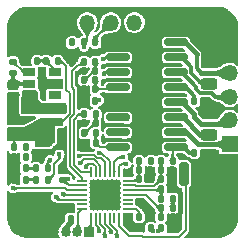
<source format=gbr>
%TF.GenerationSoftware,KiCad,Pcbnew,(6.0.7)*%
%TF.CreationDate,2024-01-02T21:25:37+08:00*%
%TF.ProjectId,stepper-motor-20,73746570-7065-4722-9d6d-6f746f722d32,1*%
%TF.SameCoordinates,PX6979f40PYa1135a0*%
%TF.FileFunction,Copper,L1,Top*%
%TF.FilePolarity,Positive*%
%FSLAX46Y46*%
G04 Gerber Fmt 4.6, Leading zero omitted, Abs format (unit mm)*
G04 Created by KiCad (PCBNEW (6.0.7)) date 2024-01-02 21:25:37*
%MOMM*%
%LPD*%
G01*
G04 APERTURE LIST*
G04 Aperture macros list*
%AMRoundRect*
0 Rectangle with rounded corners*
0 $1 Rounding radius*
0 $2 $3 $4 $5 $6 $7 $8 $9 X,Y pos of 4 corners*
0 Add a 4 corners polygon primitive as box body*
4,1,4,$2,$3,$4,$5,$6,$7,$8,$9,$2,$3,0*
0 Add four circle primitives for the rounded corners*
1,1,$1+$1,$2,$3*
1,1,$1+$1,$4,$5*
1,1,$1+$1,$6,$7*
1,1,$1+$1,$8,$9*
0 Add four rect primitives between the rounded corners*
20,1,$1+$1,$2,$3,$4,$5,0*
20,1,$1+$1,$4,$5,$6,$7,0*
20,1,$1+$1,$6,$7,$8,$9,0*
20,1,$1+$1,$8,$9,$2,$3,0*%
G04 Aperture macros list end*
%TA.AperFunction,SMDPad,CuDef*%
%ADD10RoundRect,0.147500X0.147500X0.172500X-0.147500X0.172500X-0.147500X-0.172500X0.147500X-0.172500X0*%
%TD*%
%TA.AperFunction,SMDPad,CuDef*%
%ADD11RoundRect,0.147500X-0.147500X-0.172500X0.147500X-0.172500X0.147500X0.172500X-0.147500X0.172500X0*%
%TD*%
%TA.AperFunction,SMDPad,CuDef*%
%ADD12RoundRect,0.147500X-0.172500X0.147500X-0.172500X-0.147500X0.172500X-0.147500X0.172500X0.147500X0*%
%TD*%
%TA.AperFunction,SMDPad,CuDef*%
%ADD13RoundRect,0.140000X-0.140000X-0.170000X0.140000X-0.170000X0.140000X0.170000X-0.140000X0.170000X0*%
%TD*%
%TA.AperFunction,SMDPad,CuDef*%
%ADD14RoundRect,0.140000X0.140000X0.170000X-0.140000X0.170000X-0.140000X-0.170000X0.140000X-0.170000X0*%
%TD*%
%TA.AperFunction,SMDPad,CuDef*%
%ADD15RoundRect,0.225000X-0.250000X0.225000X-0.250000X-0.225000X0.250000X-0.225000X0.250000X0.225000X0*%
%TD*%
%TA.AperFunction,SMDPad,CuDef*%
%ADD16R,0.450000X0.600000*%
%TD*%
%TA.AperFunction,ComponentPad*%
%ADD17C,0.600000*%
%TD*%
%TA.AperFunction,ComponentPad*%
%ADD18C,3.600000*%
%TD*%
%TA.AperFunction,ComponentPad*%
%ADD19R,0.850000X0.850000*%
%TD*%
%TA.AperFunction,ComponentPad*%
%ADD20O,0.850000X0.850000*%
%TD*%
%TA.AperFunction,ComponentPad*%
%ADD21R,1.350000X1.350000*%
%TD*%
%TA.AperFunction,ComponentPad*%
%ADD22O,1.350000X1.350000*%
%TD*%
%TA.AperFunction,SMDPad,CuDef*%
%ADD23R,2.700000X0.800000*%
%TD*%
%TA.AperFunction,SMDPad,CuDef*%
%ADD24RoundRect,0.243750X0.456250X-0.243750X0.456250X0.243750X-0.456250X0.243750X-0.456250X-0.243750X0*%
%TD*%
%TA.AperFunction,SMDPad,CuDef*%
%ADD25RoundRect,0.147500X0.172500X-0.147500X0.172500X0.147500X-0.172500X0.147500X-0.172500X-0.147500X0*%
%TD*%
%TA.AperFunction,SMDPad,CuDef*%
%ADD26RoundRect,0.050000X0.387500X0.050000X-0.387500X0.050000X-0.387500X-0.050000X0.387500X-0.050000X0*%
%TD*%
%TA.AperFunction,SMDPad,CuDef*%
%ADD27RoundRect,0.050000X0.050000X0.387500X-0.050000X0.387500X-0.050000X-0.387500X0.050000X-0.387500X0*%
%TD*%
%TA.AperFunction,SMDPad,CuDef*%
%ADD28R,2.600000X2.600000*%
%TD*%
%TA.AperFunction,SMDPad,CuDef*%
%ADD29RoundRect,0.150000X-0.825000X-0.150000X0.825000X-0.150000X0.825000X0.150000X-0.825000X0.150000X0*%
%TD*%
%TA.AperFunction,SMDPad,CuDef*%
%ADD30R,2.410000X3.300000*%
%TD*%
%TA.AperFunction,SMDPad,CuDef*%
%ADD31R,1.060000X0.650000*%
%TD*%
%TA.AperFunction,SMDPad,CuDef*%
%ADD32RoundRect,0.135000X-0.135000X-0.185000X0.135000X-0.185000X0.135000X0.185000X-0.135000X0.185000X0*%
%TD*%
%TA.AperFunction,SMDPad,CuDef*%
%ADD33RoundRect,0.200000X-0.200000X-0.800000X0.200000X-0.800000X0.200000X0.800000X-0.200000X0.800000X0*%
%TD*%
%TA.AperFunction,SMDPad,CuDef*%
%ADD34RoundRect,0.135000X0.135000X0.185000X-0.135000X0.185000X-0.135000X-0.185000X0.135000X-0.185000X0*%
%TD*%
%TA.AperFunction,SMDPad,CuDef*%
%ADD35RoundRect,0.225000X0.250000X-0.225000X0.250000X0.225000X-0.250000X0.225000X-0.250000X-0.225000X0*%
%TD*%
%TA.AperFunction,ViaPad*%
%ADD36C,0.450000*%
%TD*%
%TA.AperFunction,ViaPad*%
%ADD37C,0.430000*%
%TD*%
%TA.AperFunction,Conductor*%
%ADD38C,0.177800*%
%TD*%
%TA.AperFunction,Conductor*%
%ADD39C,0.160000*%
%TD*%
%TA.AperFunction,Conductor*%
%ADD40C,0.406400*%
%TD*%
%TA.AperFunction,Conductor*%
%ADD41C,0.304800*%
%TD*%
%TA.AperFunction,Conductor*%
%ADD42C,0.300000*%
%TD*%
G04 APERTURE END LIST*
D10*
%TO.P,C3,1*%
%TO.N,GND*%
X14224000Y1981200D03*
%TO.P,C3,2*%
%TO.N,Net-(C3-Pad2)*%
X13254000Y1981200D03*
%TD*%
D11*
%TO.P,C4,1*%
%TO.N,GND*%
X6728600Y11836400D03*
%TO.P,C4,2*%
%TO.N,VCC*%
X7698600Y11836400D03*
%TD*%
%TO.P,C5,1*%
%TO.N,GND*%
X4645800Y1828800D03*
%TO.P,C5,2*%
%TO.N,VCC*%
X5615800Y1828800D03*
%TD*%
D12*
%TO.P,C6,1*%
%TO.N,GND*%
X4978400Y6123800D03*
%TO.P,C6,2*%
%TO.N,VCC*%
X4978400Y5153800D03*
%TD*%
D11*
%TO.P,C7,1*%
%TO.N,GND*%
X11402200Y1016000D03*
%TO.P,C7,2*%
%TO.N,VCC*%
X12372200Y1016000D03*
%TD*%
%TO.P,C8,1*%
%TO.N,Net-(C8-Pad1)*%
X13254000Y4318000D03*
%TO.P,C8,2*%
%TO.N,GND*%
X14224000Y4318000D03*
%TD*%
D10*
%TO.P,C9,1*%
%TO.N,GND*%
X14201000Y1016000D03*
%TO.P,C9,2*%
%TO.N,VCC*%
X13231000Y1016000D03*
%TD*%
D11*
%TO.P,C10,1*%
%TO.N,GND*%
X4747400Y16764000D03*
%TO.P,C10,2*%
%TO.N,VCC*%
X5717400Y16764000D03*
%TD*%
D13*
%TO.P,C12,1*%
%TO.N,GND*%
X6754200Y9906000D03*
%TO.P,C12,2*%
%TO.N,Net-(C12-Pad2)*%
X7714200Y9906000D03*
%TD*%
%TO.P,C16,1*%
%TO.N,GND*%
X6756600Y8280400D03*
%TO.P,C16,2*%
%TO.N,Net-(C16-Pad2)*%
X7716600Y8280400D03*
%TD*%
D14*
%TO.P,C19,1*%
%TO.N,GND*%
X17040800Y7416800D03*
%TO.P,C19,2*%
%TO.N,V_SUPPLY*%
X16080800Y7416800D03*
%TD*%
%TO.P,C20,1*%
%TO.N,GND*%
X17040800Y11785600D03*
%TO.P,C20,2*%
%TO.N,V_SUPPLY*%
X16080800Y11785600D03*
%TD*%
D15*
%TO.P,C24,1*%
%TO.N,GND*%
X711200Y10444600D03*
%TO.P,C24,2*%
%TO.N,VCC*%
X711200Y8894600D03*
%TD*%
D14*
%TO.P,C26,1*%
%TO.N,GND*%
X14219000Y5943600D03*
%TO.P,C26,2*%
%TO.N,/ADC_POWER*%
X13259000Y5943600D03*
%TD*%
D11*
%TO.P,D1,1,K*%
%TO.N,GND*%
X808000Y5159000D03*
%TO.P,D1,2,A*%
%TO.N,Net-(D1-Pad2)*%
X1778000Y5159000D03*
%TD*%
%TO.P,D2,1,K*%
%TO.N,GND*%
X808000Y6096000D03*
%TO.P,D2,2,A*%
%TO.N,Net-(D2-Pad2)*%
X1778000Y6096000D03*
%TD*%
D16*
%TO.P,D3,1,K*%
%TO.N,Net-(D3-Pad1)*%
X5029200Y11159200D03*
%TO.P,D3,2,A*%
%TO.N,GND*%
X5029200Y9059200D03*
%TD*%
D17*
%TO.P,H1,1,1*%
%TO.N,GND*%
X16582400Y3265200D03*
X17700000Y3773200D03*
X17700000Y826800D03*
X19173200Y2300000D03*
X18665200Y1182400D03*
X18665200Y3417600D03*
X16633200Y1284000D03*
X16226800Y2300000D03*
D18*
X17700000Y2300000D03*
%TD*%
D17*
%TO.P,H2,1,1*%
%TO.N,GND*%
X2300000Y19173200D03*
X3265200Y16582400D03*
D18*
X2300000Y17700000D03*
D17*
X2300000Y16226800D03*
X3773200Y17700000D03*
X826800Y17700000D03*
X1233200Y16684000D03*
X3265200Y18817600D03*
X1182400Y18665200D03*
%TD*%
D18*
%TO.P,H3,1,1*%
%TO.N,GND*%
X17700000Y17700000D03*
D17*
X18665200Y16582400D03*
X18665200Y18817600D03*
X16633200Y16684000D03*
X16226800Y17700000D03*
X17700000Y16226800D03*
X16582400Y18665200D03*
X17700000Y19173200D03*
X19173200Y17700000D03*
%TD*%
D19*
%TO.P,J2,1,Pin_1*%
%TO.N,SWCLK*%
X7162800Y711200D03*
D20*
%TO.P,J2,2,Pin_2*%
%TO.N,SWDIO*%
X6162800Y711200D03*
%TO.P,J2,3,Pin_3*%
%TO.N,VCC*%
X5162800Y711200D03*
%TO.P,J2,4,Pin_4*%
%TO.N,GND*%
X4162800Y711200D03*
%TD*%
D21*
%TO.P,J3,1,Pin_1*%
%TO.N,Net-(J3-Pad1)*%
X19050000Y8176000D03*
D22*
%TO.P,J3,2,Pin_2*%
%TO.N,Net-(J3-Pad2)*%
X19050000Y10176000D03*
%TO.P,J3,3,Pin_3*%
%TO.N,Net-(J3-Pad3)*%
X19050000Y12176000D03*
%TO.P,J3,4,Pin_4*%
%TO.N,Net-(J3-Pad4)*%
X19050000Y14176000D03*
%TD*%
D23*
%TO.P,L1,1,1*%
%TO.N,Net-(D3-Pad1)*%
X2844800Y11125200D03*
%TO.P,L1,2,2*%
%TO.N,VCC*%
X2844800Y8925200D03*
%TD*%
D11*
%TO.P,R2,1*%
%TO.N,Net-(D2-Pad2)*%
X2671000Y6096000D03*
%TO.P,R2,2*%
%TO.N,/LED_RED*%
X3641000Y6096000D03*
%TD*%
D10*
%TO.P,R3,1*%
%TO.N,VCC*%
X14224000Y2758200D03*
%TO.P,R3,2*%
%TO.N,Net-(C3-Pad2)*%
X13254000Y2758200D03*
%TD*%
D11*
%TO.P,R4,1*%
%TO.N,Net-(R4-Pad1)*%
X11402200Y1981200D03*
%TO.P,R4,2*%
%TO.N,GND*%
X12372200Y1981200D03*
%TD*%
%TO.P,R5,1*%
%TO.N,Net-(C8-Pad1)*%
X13254000Y3530000D03*
%TO.P,R5,2*%
%TO.N,VCC*%
X14224000Y3530000D03*
%TD*%
%TO.P,R7,1*%
%TO.N,/IN_PWM_B*%
X6751600Y10668000D03*
%TO.P,R7,2*%
%TO.N,Net-(C12-Pad2)*%
X7721600Y10668000D03*
%TD*%
%TO.P,R9,1*%
%TO.N,Net-(C12-Pad2)*%
X6751600Y9093200D03*
%TO.P,R9,2*%
%TO.N,Net-(C16-Pad2)*%
X7721600Y9093200D03*
%TD*%
D24*
%TO.P,R10,1*%
%TO.N,Net-(R10-Pad1)*%
X17272000Y13286500D03*
%TO.P,R10,2*%
%TO.N,GND*%
X17272000Y15161500D03*
%TD*%
%TO.P,R11,1*%
%TO.N,Net-(R11-Pad1)*%
X17272000Y8968500D03*
%TO.P,R11,2*%
%TO.N,GND*%
X17272000Y10843500D03*
%TD*%
D25*
%TO.P,R12,1*%
%TO.N,V_SUPPLY*%
X711200Y14163000D03*
%TO.P,R12,2*%
%TO.N,Net-(R12-Pad2)*%
X711200Y15133000D03*
%TD*%
D11*
%TO.P,R13,1*%
%TO.N,GND*%
X1801000Y15189200D03*
%TO.P,R13,2*%
%TO.N,Net-(R13-Pad2)*%
X2771000Y15189200D03*
%TD*%
%TO.P,R14,1*%
%TO.N,Net-(R13-Pad2)*%
X3528200Y15189200D03*
%TO.P,R14,2*%
%TO.N,VCC*%
X4498200Y15189200D03*
%TD*%
D10*
%TO.P,R15,1*%
%TO.N,V_SUPPLY*%
X14224000Y6705600D03*
%TO.P,R15,2*%
%TO.N,/ADC_POWER*%
X13254000Y6705600D03*
%TD*%
%TO.P,R18,1*%
%TO.N,/RS485/RS485_A*%
X7698600Y16764000D03*
%TO.P,R18,2*%
%TO.N,/RS485/RS485_B*%
X6728600Y16764000D03*
%TD*%
D11*
%TO.P,R19,1*%
%TO.N,VCC*%
X835800Y7874000D03*
%TO.P,R19,2*%
%TO.N,/RS485/RS485_A*%
X1805800Y7874000D03*
%TD*%
D26*
%TO.P,U2,1,BOOT0*%
%TO.N,Net-(R4-Pad1)*%
X10446500Y2660800D03*
%TO.P,U2,2,OSCIN/PF0*%
%TO.N,unconnected-(U2-Pad2)*%
X10446500Y3060800D03*
%TO.P,U2,3,OSCOUT/PF1*%
%TO.N,unconnected-(U2-Pad3)*%
X10446500Y3460800D03*
%TO.P,U2,4,NRST*%
%TO.N,Net-(C3-Pad2)*%
X10446500Y3860800D03*
%TO.P,U2,5,VDDA*%
%TO.N,Net-(C8-Pad1)*%
X10446500Y4260800D03*
%TO.P,U2,6,PA0*%
%TO.N,/ADC_POWER*%
X10446500Y4660800D03*
%TO.P,U2,7,PA1*%
%TO.N,/ADC_TEMP*%
X10446500Y5060800D03*
D27*
%TO.P,U2,8,PA2*%
%TO.N,/IN_BP*%
X9709000Y5798300D03*
%TO.P,U2,9,PA3*%
%TO.N,/IN_BM*%
X9309000Y5798300D03*
%TO.P,U2,10,PA4*%
%TO.N,/IN_AM*%
X8909000Y5798300D03*
%TO.P,U2,11,PA5*%
%TO.N,/IN_AP*%
X8509000Y5798300D03*
%TO.P,U2,12,PA6*%
%TO.N,/LED_GREEN*%
X8109000Y5798300D03*
%TO.P,U2,13,PA7*%
%TO.N,/LED_RED*%
X7709000Y5798300D03*
%TO.P,U2,14,PB0*%
%TO.N,/IN_PWM_B*%
X7309000Y5798300D03*
D26*
%TO.P,U2,15,PB1*%
%TO.N,/IN_PWM_A*%
X6571500Y5060800D03*
%TO.P,U2,16,VDD*%
%TO.N,VCC*%
X6571500Y4660800D03*
%TO.P,U2,17,PA9*%
%TO.N,/UART0_TX*%
X6571500Y4260800D03*
%TO.P,U2,18,PA10*%
%TO.N,/UART0_RX*%
X6571500Y3860800D03*
%TO.P,U2,19,PA11*%
%TO.N,/485_RE*%
X6571500Y3460800D03*
%TO.P,U2,20,PA12*%
%TO.N,unconnected-(U2-Pad20)*%
X6571500Y3060800D03*
%TO.P,U2,21,PA13*%
%TO.N,SWDIO*%
X6571500Y2660800D03*
D27*
%TO.P,U2,22,PA14*%
%TO.N,SWCLK*%
X7309000Y1923300D03*
%TO.P,U2,23,PA15*%
%TO.N,/MT6816_CS*%
X7709000Y1923300D03*
%TO.P,U2,24,PB3*%
%TO.N,/SPI1_SCK*%
X8109000Y1923300D03*
%TO.P,U2,25,PB4*%
%TO.N,/SPI1_MISO*%
X8509000Y1923300D03*
%TO.P,U2,26,PB5*%
%TO.N,/SPI1_MOSI*%
X8909000Y1923300D03*
%TO.P,U2,27,PB6*%
%TO.N,unconnected-(U2-Pad27)*%
X9309000Y1923300D03*
%TO.P,U2,28,PB7*%
%TO.N,/BTN1*%
X9709000Y1923300D03*
D28*
%TO.P,U2,29,VSS\u005CVSSA*%
%TO.N,GND*%
X8509000Y3860800D03*
%TD*%
D29*
%TO.P,U3,1,GND*%
%TO.N,GND*%
X9588000Y16764000D03*
%TO.P,U3,2,IN2*%
%TO.N,/IN_AP*%
X9588000Y15494000D03*
%TO.P,U3,3,IN1*%
%TO.N,/IN_AM*%
X9588000Y14224000D03*
%TO.P,U3,4,VREF*%
%TO.N,Net-(C15-Pad2)*%
X9588000Y12954000D03*
%TO.P,U3,5,VM*%
%TO.N,V_SUPPLY*%
X14538000Y12954000D03*
%TO.P,U3,6,OUT1*%
%TO.N,Net-(J3-Pad3)*%
X14538000Y14224000D03*
%TO.P,U3,7,RS*%
%TO.N,Net-(R10-Pad1)*%
X14538000Y15494000D03*
%TO.P,U3,8,OUT2*%
%TO.N,Net-(J3-Pad4)*%
X14538000Y16764000D03*
D30*
%TO.P,U3,9,EP*%
%TO.N,GND*%
X12063000Y14859000D03*
%TD*%
D29*
%TO.P,U4,1,GND*%
%TO.N,GND*%
X9590000Y11684000D03*
%TO.P,U4,2,IN2*%
%TO.N,/IN_BP*%
X9590000Y10414000D03*
%TO.P,U4,3,IN1*%
%TO.N,/IN_BM*%
X9590000Y9144000D03*
%TO.P,U4,4,VREF*%
%TO.N,Net-(C16-Pad2)*%
X9590000Y7874000D03*
%TO.P,U4,5,VM*%
%TO.N,V_SUPPLY*%
X14540000Y7874000D03*
%TO.P,U4,6,OUT1*%
%TO.N,Net-(J3-Pad1)*%
X14540000Y9144000D03*
%TO.P,U4,7,RS*%
%TO.N,Net-(R11-Pad1)*%
X14540000Y10414000D03*
%TO.P,U4,8,OUT2*%
%TO.N,Net-(J3-Pad2)*%
X14540000Y11684000D03*
D30*
%TO.P,U4,9,EP*%
%TO.N,GND*%
X12065000Y9779000D03*
%TD*%
D31*
%TO.P,U5,1,NC*%
%TO.N,unconnected-(U5-Pad1)*%
X4275000Y12326400D03*
%TO.P,U5,2,GND*%
%TO.N,GND*%
X4275000Y13276400D03*
%TO.P,U5,3,FB*%
%TO.N,Net-(R13-Pad2)*%
X4275000Y14226400D03*
%TO.P,U5,4,EN*%
%TO.N,Net-(R12-Pad2)*%
X2075000Y14226400D03*
%TO.P,U5,5,IN*%
%TO.N,V_SUPPLY*%
X2075000Y13276400D03*
%TO.P,U5,6,SW*%
%TO.N,Net-(D3-Pad1)*%
X2075000Y12326400D03*
%TD*%
D17*
%TO.P,H4,1,1*%
%TO.N,GND*%
X3265200Y3417600D03*
X1182400Y3265200D03*
X826800Y2300000D03*
X3773200Y2300000D03*
X2300000Y826800D03*
X3265200Y1182400D03*
X2300000Y3773200D03*
D18*
X2300000Y2300000D03*
D17*
X1233200Y1284000D03*
%TD*%
D10*
%TO.P,R16,1*%
%TO.N,GND*%
X14224000Y5181600D03*
%TO.P,R16,2*%
%TO.N,/ADC_POWER*%
X13254000Y5181600D03*
%TD*%
D32*
%TO.P,R17,1*%
%TO.N,/ADC_TEMP*%
X11377200Y5181600D03*
%TO.P,R17,2*%
%TO.N,GND*%
X12397200Y5181600D03*
%TD*%
D11*
%TO.P,R1,1*%
%TO.N,Net-(D1-Pad2)*%
X2671000Y5159000D03*
%TO.P,R1,2*%
%TO.N,/LED_GREEN*%
X3641000Y5159000D03*
%TD*%
D10*
%TO.P,R20,1*%
%TO.N,/RS485/RS485_B*%
X1805800Y7061200D03*
%TO.P,R20,2*%
%TO.N,GND*%
X835800Y7061200D03*
%TD*%
D11*
%TO.P,R6,1*%
%TO.N,/IN_PWM_A*%
X6731000Y15113000D03*
%TO.P,R6,2*%
%TO.N,Net-(C11-Pad2)*%
X7701000Y15113000D03*
%TD*%
D21*
%TO.P,J1,1,Pin_1*%
%TO.N,GND*%
X13000000Y18449200D03*
D22*
%TO.P,J1,2,Pin_2*%
%TO.N,V_SUPPLY*%
X11000000Y18449200D03*
%TO.P,J1,3,Pin_3*%
%TO.N,/RS485/RS485_A*%
X9000000Y18449200D03*
%TO.P,J1,4,Pin_4*%
%TO.N,/RS485/RS485_B*%
X7000000Y18449200D03*
%TD*%
D11*
%TO.P,R8,1*%
%TO.N,Net-(C11-Pad2)*%
X6731000Y13589000D03*
%TO.P,R8,2*%
%TO.N,Net-(C15-Pad2)*%
X7701000Y13589000D03*
%TD*%
D13*
%TO.P,C15,1*%
%TO.N,GND*%
X6736000Y12827000D03*
%TO.P,C15,2*%
%TO.N,Net-(C15-Pad2)*%
X7696000Y12827000D03*
%TD*%
%TO.P,C11,1*%
%TO.N,GND*%
X6736000Y14351000D03*
%TO.P,C11,2*%
%TO.N,Net-(C11-Pad2)*%
X7696000Y14351000D03*
%TD*%
D33*
%TO.P,SW1,1,1*%
%TO.N,/BTN1*%
X15172000Y5638800D03*
%TO.P,SW1,2,2*%
%TO.N,GND*%
X19372000Y5638800D03*
%TD*%
D13*
%TO.P,C27,1*%
%TO.N,/ADC_TEMP*%
X11387200Y5943600D03*
%TO.P,C27,2*%
%TO.N,GND*%
X12347200Y5943600D03*
%TD*%
D34*
%TO.P,NTC1,1*%
%TO.N,VCC*%
X12397200Y6705600D03*
%TO.P,NTC1,2*%
%TO.N,/ADC_TEMP*%
X11377200Y6705600D03*
%TD*%
D35*
%TO.P,C23,1*%
%TO.N,GND*%
X711200Y11637800D03*
%TO.P,C23,2*%
%TO.N,V_SUPPLY*%
X711200Y13187800D03*
%TD*%
D36*
%TO.N,GND*%
X4267200Y7823200D03*
X3302000Y13512800D03*
X10871200Y13614400D03*
X3302000Y13055600D03*
X6146800Y14173200D03*
X7924800Y3911600D03*
X12141200Y7366000D03*
X11125200Y10769600D03*
X18389600Y15392400D03*
X11684000Y15646400D03*
X16865600Y10617200D03*
X11734800Y14427200D03*
X3302000Y14071600D03*
X12344400Y2387600D03*
X10871200Y14833600D03*
X11480800Y3200400D03*
X14681200Y2032000D03*
X508000Y6858000D03*
X17424400Y11531600D03*
X17678400Y10617200D03*
X5232400Y5892800D03*
X7569200Y3048000D03*
X508000Y12293600D03*
X12344400Y5638800D03*
X3302000Y12446000D03*
X10617200Y5791200D03*
X12598400Y14427200D03*
X11176000Y8636000D03*
X10922000Y16205200D03*
X12598400Y15646400D03*
X4978400Y7823200D03*
X1066800Y12344400D03*
X11988800Y2946400D03*
X12954000Y7416800D03*
X16662400Y11226800D03*
X6276500Y9992462D03*
X11734800Y8077200D03*
X762000Y11836400D03*
X11277600Y7670800D03*
X17983200Y11531600D03*
X11125200Y9906000D03*
X7569200Y4826000D03*
%TO.N,VCC*%
X13004800Y762000D03*
X3302000Y8178800D03*
X5689600Y16916400D03*
X12598400Y762000D03*
X5334000Y5181600D03*
X8026400Y11905000D03*
X14224000Y3048000D03*
X4521200Y10058400D03*
X3809769Y8178980D03*
X1320800Y8636000D03*
X12496800Y6756400D03*
%TO.N,V_SUPPLY*%
X14630400Y7823200D03*
X15240000Y7823200D03*
X1168400Y13309600D03*
X14833600Y12954000D03*
X15341600Y12954000D03*
%TO.N,/RS485/RS485_B*%
X6728600Y16408400D03*
X1879600Y7162800D03*
%TO.N,/RS485/RS485_A*%
X7670800Y17170400D03*
X1879600Y7975600D03*
%TO.N,/LED_GREEN*%
X4648200Y7289800D03*
D37*
X6399263Y6554279D03*
%TO.N,/LED_RED*%
X6857249Y6232888D03*
D36*
X3860800Y6807200D03*
%TO.N,/SPI1_SCK*%
X8483600Y406400D03*
%TO.N,/SPI1_MISO*%
X8991601Y685251D03*
%TO.N,/SPI1_MOSI*%
X9499600Y406400D03*
%TO.N,/MT6816_CS*%
X8026400Y812800D03*
%TO.N,/485_RE*%
X4368800Y3657600D03*
%TO.N,/IN_AP*%
X8347144Y15343453D03*
D37*
X6276500Y7120744D03*
D36*
%TO.N,/IN_AM*%
X8382000Y14122400D03*
D37*
X8008300Y7416800D03*
D36*
%TO.N,/IN_BP*%
X10363200Y10261600D03*
X10312400Y6502400D03*
%TO.N,/IN_BM*%
X10007600Y7061200D03*
X10160500Y9034400D03*
%TO.N,/UART0_TX*%
X711200Y4419600D03*
%TO.N,/UART0_RX*%
X4927600Y3911600D03*
%TD*%
D38*
%TO.N,GND*%
X12347200Y5943600D02*
X12347200Y5641600D01*
X12344400Y5638800D02*
X12344400Y5234400D01*
D39*
X6276500Y9992462D02*
X6263538Y9992462D01*
X6276500Y9992462D02*
X6362962Y9906000D01*
D38*
X835800Y7061200D02*
X835800Y5186800D01*
X12347200Y5641600D02*
X12344400Y5638800D01*
D39*
X6146800Y13208000D02*
X6146800Y14173200D01*
D38*
X14224000Y4409200D02*
X14224000Y5938600D01*
X14681200Y2032000D02*
X14630400Y1981200D01*
X14224000Y5938600D02*
X14219000Y5943600D01*
D39*
X6276500Y9992462D02*
X6197600Y9913562D01*
D38*
X12344400Y5234400D02*
X12397200Y5181600D01*
D39*
X6324600Y14351000D02*
X6146800Y14173200D01*
X6527800Y12827000D02*
X6146800Y13208000D01*
X6197600Y9913562D02*
X6197600Y8585200D01*
D38*
X835800Y5186800D02*
X808000Y5159000D01*
D39*
X6502400Y8280400D02*
X6756600Y8280400D01*
D38*
X14681200Y2032000D02*
X14986000Y2336800D01*
D39*
X6736000Y14351000D02*
X6324600Y14351000D01*
X6736000Y12827000D02*
X6527800Y12827000D01*
X6197600Y8585200D02*
X6502400Y8280400D01*
X6362962Y9906000D02*
X6754200Y9906000D01*
D38*
X14986000Y2336800D02*
X14986000Y4064000D01*
X14640800Y4409200D02*
X14224000Y4409200D01*
X14630400Y1981200D02*
X14224000Y1981200D01*
X14986000Y4064000D02*
X14640800Y4409200D01*
D39*
X6263538Y9992462D02*
X6197600Y10058400D01*
D38*
%TO.N,VCC*%
X835800Y8770000D02*
X711200Y8894600D01*
X5269300Y4862900D02*
X4978400Y5153800D01*
D39*
X4873078Y10058400D02*
X4521200Y10058400D01*
D38*
X5471400Y4660800D02*
X5269300Y4862900D01*
X14224000Y2758200D02*
X14224000Y3048000D01*
D40*
X5162800Y1098800D02*
X5615800Y1551800D01*
D39*
X5232400Y12750800D02*
X5537200Y12446000D01*
X4775200Y15189200D02*
X5232400Y14732000D01*
D38*
X835800Y7874000D02*
X835800Y8770000D01*
D39*
X4498200Y15189200D02*
X4775200Y15189200D01*
X5537200Y10722522D02*
X4873078Y10058400D01*
D38*
X6571500Y4660800D02*
X5471400Y4660800D01*
D39*
X5232400Y14732000D02*
X5232400Y12750800D01*
X5537200Y12446000D02*
X5537200Y10722522D01*
D40*
X5615800Y1551800D02*
X5615800Y1828800D01*
X5162800Y711200D02*
X5162800Y1098800D01*
D39*
X2844800Y8925200D02*
X3739878Y8925200D01*
D38*
X14224000Y3632200D02*
X14224000Y3048000D01*
D39*
%TO.N,Net-(C11-Pad2)*%
X6791709Y13589000D02*
X7553709Y14351000D01*
X7701000Y14356000D02*
X7696000Y14351000D01*
X6731000Y13589000D02*
X6791709Y13589000D01*
X7553709Y14351000D02*
X7696000Y14351000D01*
X7701000Y15113000D02*
X7701000Y14356000D01*
%TO.N,Net-(C12-Pad2)*%
X7714200Y9906000D02*
X7714200Y10660600D01*
X7640600Y9906000D02*
X7714200Y9906000D01*
X7714200Y10660600D02*
X7721600Y10668000D01*
X6827800Y9093200D02*
X7640600Y9906000D01*
X6751600Y9093200D02*
X6827800Y9093200D01*
D38*
%TO.N,V_SUPPLY*%
X14224000Y6705600D02*
X14224000Y7558000D01*
D39*
X1201600Y13276400D02*
X1168400Y13309600D01*
D41*
X15341600Y12954000D02*
X16080800Y12214800D01*
X15646400Y7416800D02*
X15240000Y7823200D01*
X16080800Y12214800D02*
X16080800Y11835800D01*
D38*
X14224000Y7558000D02*
X14540000Y7874000D01*
D39*
X711200Y14163000D02*
X711200Y13187800D01*
X833000Y13309600D02*
X711200Y13187800D01*
X1168400Y13309600D02*
X833000Y13309600D01*
D42*
X2075000Y13276400D02*
X1201600Y13276400D01*
D41*
X16080800Y7416800D02*
X15646400Y7416800D01*
D39*
%TO.N,Net-(C15-Pad2)*%
X7701000Y13589000D02*
X7701000Y12832000D01*
X7701000Y12832000D02*
X7696000Y12827000D01*
X9461000Y12827000D02*
X9588000Y12954000D01*
X7696000Y12827000D02*
X9461000Y12827000D01*
%TO.N,Net-(C16-Pad2)*%
X8123000Y7874000D02*
X9590000Y7874000D01*
X7716600Y8280400D02*
X8123000Y7874000D01*
X7721600Y8285400D02*
X7716600Y8280400D01*
X7721600Y9093200D02*
X7721600Y8285400D01*
D38*
%TO.N,/ADC_TEMP*%
X11256400Y5060800D02*
X11377200Y5181600D01*
X10446500Y5060800D02*
X11256400Y5060800D01*
X11377200Y6705600D02*
X11377200Y5181600D01*
%TO.N,/ADC_POWER*%
X10446500Y4660800D02*
X11036400Y4660800D01*
X11036400Y4660800D02*
X11125200Y4572000D01*
X12644400Y4572000D02*
X13254000Y5181600D01*
X11125200Y4572000D02*
X12644400Y4572000D01*
X13254000Y6705600D02*
X13254000Y5181600D01*
%TO.N,Net-(D1-Pad2)*%
X1778000Y5159000D02*
X2671000Y5159000D01*
%TO.N,Net-(D2-Pad2)*%
X1778000Y6096000D02*
X2671000Y6096000D01*
%TO.N,/RS485/RS485_B*%
X6728600Y16764000D02*
X7000000Y17035400D01*
X7000000Y17035400D02*
X7000000Y18449200D01*
%TO.N,/RS485/RS485_A*%
X7698600Y16764000D02*
X7698600Y17147800D01*
X7698600Y17147800D02*
X9000000Y18449200D01*
D39*
%TO.N,SWCLK*%
X7309000Y779800D02*
X7240400Y711200D01*
X7309000Y1923300D02*
X7309000Y779800D01*
%TO.N,SWDIO*%
X6240400Y2329700D02*
X6240400Y711200D01*
X6571500Y2660800D02*
X6240400Y2329700D01*
D40*
%TO.N,Net-(J3-Pad4)*%
X15240000Y16764000D02*
X16256000Y15748000D01*
D41*
X16256000Y14579600D02*
X16662400Y14173200D01*
X14538000Y16764000D02*
X15240000Y16764000D01*
X16256000Y15748000D02*
X16256000Y14579600D01*
D40*
X16665200Y14176000D02*
X19050000Y14176000D01*
D41*
%TO.N,Net-(J3-Pad3)*%
X14538000Y14224000D02*
X14986000Y14224000D01*
X14986000Y14224000D02*
X16205200Y13004800D01*
X16510000Y12496800D02*
X17526000Y12496800D01*
X17526000Y12496800D02*
X17846800Y12176000D01*
X17846800Y12176000D02*
X19050000Y12176000D01*
X16205200Y12801600D02*
X16510000Y12496800D01*
X16205200Y13004800D02*
X16205200Y12801600D01*
D40*
%TO.N,Net-(J3-Pad2)*%
X16611600Y9840000D02*
X18714000Y9840000D01*
X14540000Y11684000D02*
X15036800Y11684000D01*
X15036800Y11684000D02*
X16002000Y10718800D01*
X16002000Y10449600D02*
X16611600Y9840000D01*
X18714000Y9840000D02*
X19050000Y10176000D01*
X16002000Y10718800D02*
X16002000Y10449600D01*
%TO.N,Net-(J3-Pad1)*%
X14540000Y9144000D02*
X15392400Y9144000D01*
X15392400Y9144000D02*
X16408400Y8128000D01*
X16408400Y8128000D02*
X19002000Y8128000D01*
X19002000Y8128000D02*
X19050000Y8176000D01*
D38*
%TO.N,/LED_GREEN*%
X6399263Y6554279D02*
X6702984Y6858000D01*
X4648200Y6883400D02*
X4216400Y6451600D01*
X4648200Y7289800D02*
X4648200Y6883400D01*
X7734299Y6692901D02*
X8109000Y6318200D01*
X7543351Y6858000D02*
X7708450Y6692901D01*
X8109000Y6318200D02*
X8109000Y5798300D01*
X4216400Y6451600D02*
X4216400Y5588000D01*
X7708450Y6692901D02*
X7734299Y6692901D01*
X6702984Y6858000D02*
X7543351Y6858000D01*
X3787400Y5159000D02*
X3641000Y5159000D01*
X4216400Y5588000D02*
X3787400Y5159000D01*
%TO.N,/LED_RED*%
X7709000Y6282906D02*
X7709000Y5798300D01*
X7580955Y6385101D02*
X7606805Y6385101D01*
X7463656Y6502400D02*
X7580955Y6385101D01*
X3641000Y6587400D02*
X3860800Y6807200D01*
X3641000Y6096000D02*
X3641000Y6587400D01*
X6857249Y6232888D02*
X7126761Y6502400D01*
X7126761Y6502400D02*
X7463656Y6502400D01*
X7606805Y6385101D02*
X7709000Y6282906D01*
%TO.N,Net-(R4-Pad1)*%
X11156800Y2660800D02*
X11402200Y2415400D01*
X10446500Y2660800D02*
X11156800Y2660800D01*
X11402200Y2415400D02*
X11402200Y1981200D01*
D39*
%TO.N,/IN_PWM_A*%
X5552000Y6284400D02*
X6571500Y5264900D01*
X5892800Y10668000D02*
X5552000Y10327200D01*
X5711800Y12955339D02*
X5892800Y12774339D01*
X6229417Y14871000D02*
X5711800Y14353383D01*
X5552000Y10327200D02*
X5552000Y6284400D01*
X6731000Y15113000D02*
X6489000Y14871000D01*
X5892800Y12774339D02*
X5892800Y10668000D01*
X6571500Y5264900D02*
X6571500Y5060800D01*
X5711800Y14353383D02*
X5711800Y12955339D01*
X6489000Y14871000D02*
X6229417Y14871000D01*
%TO.N,/IN_PWM_B*%
X5842000Y6404522D02*
X6448222Y5798300D01*
X6751600Y10668000D02*
X6324600Y10668000D01*
X6324600Y10668000D02*
X5842000Y10185400D01*
X6448222Y5798300D02*
X7309000Y5798300D01*
X5842000Y10185400D02*
X5842000Y6404522D01*
D41*
%TO.N,Net-(R10-Pad1)*%
X15795400Y14684600D02*
X15795400Y14176600D01*
X14986000Y15494000D02*
X15795400Y14684600D01*
X15795400Y14176600D02*
X16812500Y13159500D01*
X16812500Y13159500D02*
X17272000Y13159500D01*
X14538000Y15494000D02*
X14986000Y15494000D01*
D40*
%TO.N,Net-(R11-Pad1)*%
X14540000Y10414000D02*
X15087600Y10414000D01*
X16533100Y8968500D02*
X17272000Y8968500D01*
X15087600Y10414000D02*
X16533100Y8968500D01*
D39*
%TO.N,Net-(R13-Pad2)*%
X4275000Y14226400D02*
X4275000Y14419400D01*
X3487600Y15206800D02*
X2923400Y15206800D01*
X4275000Y14419400D02*
X3487600Y15206800D01*
%TO.N,Net-(R12-Pad2)*%
X1617800Y14226400D02*
X711200Y15133000D01*
X2075000Y14226400D02*
X1617800Y14226400D01*
D38*
%TO.N,/BTN1*%
X14796100Y318100D02*
X15341600Y863600D01*
X15341600Y863600D02*
X15341600Y5469200D01*
X11721500Y318100D02*
X14796100Y318100D01*
X11633200Y406400D02*
X11721500Y318100D01*
X10515600Y406400D02*
X11633200Y406400D01*
X9709000Y1923300D02*
X9709000Y1213000D01*
X9709000Y1213000D02*
X10515600Y406400D01*
X15341600Y5469200D02*
X15172000Y5638800D01*
%TO.N,/SPI1_SCK*%
X8483600Y983370D02*
X8109000Y1357970D01*
X8483600Y406400D02*
X8483600Y983370D01*
X8109000Y1357970D02*
X8109000Y1923300D01*
%TO.N,/SPI1_MISO*%
X8509000Y1393264D02*
X8509000Y1923300D01*
X8991601Y685251D02*
X8991601Y910663D01*
X8991601Y910663D02*
X8509000Y1393264D01*
%TO.N,/SPI1_MOSI*%
X9499600Y837958D02*
X9499600Y406400D01*
X8909000Y1428558D02*
X9499600Y837958D01*
X8909000Y1923300D02*
X8909000Y1428558D01*
D39*
%TO.N,/MT6816_CS*%
X7709000Y1333400D02*
X7709000Y1923300D01*
X8026400Y1016000D02*
X7709000Y1333400D01*
X8026400Y812800D02*
X8026400Y1016000D01*
D38*
%TO.N,/485_RE*%
X6571500Y3460800D02*
X4565600Y3460800D01*
X4565600Y3460800D02*
X4368800Y3657600D01*
D39*
%TO.N,/IN_AP*%
X8497691Y15494000D02*
X9588000Y15494000D01*
X7832259Y6991800D02*
X8146600Y6991800D01*
X6369356Y7213600D02*
X7610459Y7213600D01*
X6276500Y7120744D02*
X6369356Y7213600D01*
X8146600Y6991800D02*
X8509000Y6629400D01*
X8347144Y15343453D02*
X8497691Y15494000D01*
X7610459Y7213600D02*
X7832259Y6991800D01*
X8509000Y6629400D02*
X8509000Y5798300D01*
%TO.N,/IN_AM*%
X8382000Y14122400D02*
X8483600Y14224000D01*
X8178800Y7416800D02*
X8909000Y6686600D01*
X8008300Y7416800D02*
X8178800Y7416800D01*
X8483600Y14224000D02*
X9588000Y14224000D01*
X8909000Y6686600D02*
X8909000Y5798300D01*
%TO.N,/IN_BP*%
X10312400Y6502400D02*
X9906000Y6502400D01*
X9709000Y6305400D02*
X9709000Y5798300D01*
X9906000Y6502400D02*
X9709000Y6305400D01*
%TO.N,/IN_BM*%
X9702800Y7061200D02*
X10007600Y7061200D01*
X9309000Y6667400D02*
X9702800Y7061200D01*
X9309000Y5798300D02*
X9309000Y6667400D01*
D38*
%TO.N,/UART0_TX*%
X5130800Y4419600D02*
X711200Y4419600D01*
X6571500Y4260800D02*
X5289600Y4260800D01*
X5289600Y4260800D02*
X5130800Y4419600D01*
%TO.N,/UART0_RX*%
X4927600Y3911600D02*
X4978400Y3860800D01*
X4978400Y3860800D02*
X6571500Y3860800D01*
%TO.N,Net-(C3-Pad2)*%
X10446500Y3860800D02*
X11938000Y3860800D01*
X13040600Y2758200D02*
X13254000Y2758200D01*
X13254000Y2758200D02*
X13254000Y1981200D01*
X11938000Y3860800D02*
X13040600Y2758200D01*
%TO.N,Net-(C8-Pad1)*%
X13254000Y3556000D02*
X13254000Y4318000D01*
X13196800Y4260800D02*
X13254000Y4318000D01*
X10446500Y4260800D02*
X13196800Y4260800D01*
%TD*%
%TA.AperFunction,Conductor*%
%TO.N,Net-(C3-Pad2)*%
G36*
X13345377Y2499055D02*
G01*
X13352492Y2442887D01*
X13363772Y2395370D01*
X13373102Y2369700D01*
X13378742Y2354182D01*
X13396927Y2316997D01*
X13417855Y2281493D01*
X13417911Y2281405D01*
X13417917Y2281396D01*
X13441038Y2245362D01*
X13441042Y2245338D01*
X13441050Y2245343D01*
X13465942Y2206376D01*
X13466148Y2206040D01*
X13492187Y2162084D01*
X13492493Y2161534D01*
X13515607Y2117246D01*
X13516397Y2108326D01*
X13513668Y2103723D01*
X13262433Y1842469D01*
X13254229Y1838881D01*
X13245567Y1842469D01*
X12994332Y2103723D01*
X12991067Y2112062D01*
X12992393Y2117246D01*
X13015506Y2161534D01*
X13015812Y2162084D01*
X13041851Y2206040D01*
X13042057Y2206376D01*
X13066949Y2245343D01*
X13066954Y2245340D01*
X13066961Y2245362D01*
X13090082Y2281396D01*
X13090088Y2281405D01*
X13090144Y2281493D01*
X13111072Y2316997D01*
X13129257Y2354182D01*
X13144227Y2395370D01*
X13155507Y2442887D01*
X13162622Y2499055D01*
X13165100Y2566200D01*
X13342900Y2566200D01*
X13345377Y2499055D01*
G37*
%TD.AperFunction*%
%TD*%
%TA.AperFunction,Conductor*%
%TO.N,Net-(C3-Pad2)*%
G36*
X13502232Y2647570D02*
G01*
X13513668Y2635678D01*
X13516933Y2627339D01*
X13515607Y2622154D01*
X13492488Y2577859D01*
X13492182Y2577310D01*
X13466148Y2533361D01*
X13465942Y2533025D01*
X13441050Y2494058D01*
X13441045Y2494061D01*
X13441038Y2494040D01*
X13417855Y2457908D01*
X13396927Y2422404D01*
X13378742Y2385219D01*
X13363772Y2344031D01*
X13352492Y2296514D01*
X13345377Y2240346D01*
X13342900Y2173200D01*
X13165100Y2173200D01*
X13162622Y2240346D01*
X13155507Y2296514D01*
X13144227Y2344031D01*
X13129257Y2385219D01*
X13111072Y2422404D01*
X13090144Y2457908D01*
X13066961Y2494039D01*
X13066957Y2494063D01*
X13066949Y2494058D01*
X13042057Y2533025D01*
X13041851Y2533361D01*
X13015821Y2577303D01*
X13015515Y2577853D01*
X13012361Y2583895D01*
X13012358Y2583899D01*
X12988500Y2629613D01*
X13254000Y2905700D01*
X13502232Y2647570D01*
G37*
%TD.AperFunction*%
%TD*%
%TA.AperFunction,Conductor*%
%TO.N,Net-(C3-Pad2)*%
G36*
X12825337Y3099979D02*
G01*
X12856523Y3071782D01*
X12893528Y3045868D01*
X12893924Y3045674D01*
X12893927Y3045672D01*
X12928439Y3028746D01*
X12928445Y3028744D01*
X12928901Y3028520D01*
X12929393Y3028378D01*
X12929396Y3028377D01*
X12962960Y3018699D01*
X12962965Y3018698D01*
X12963447Y3018559D01*
X12997967Y3014805D01*
X12998386Y3014820D01*
X12998390Y3014820D01*
X13032967Y3016069D01*
X13032972Y3016069D01*
X13033265Y3016080D01*
X13070143Y3021205D01*
X13070315Y3021239D01*
X13070320Y3021240D01*
X13109325Y3028985D01*
X13109352Y3028991D01*
X13109404Y3029001D01*
X13151792Y3038277D01*
X13151924Y3038305D01*
X13190186Y3046216D01*
X13198982Y3044535D01*
X13202567Y3040813D01*
X13218287Y3014820D01*
X13396503Y2720135D01*
X13045404Y2549604D01*
X12999891Y2597294D01*
X12999502Y2597723D01*
X12962748Y2640349D01*
X12962382Y2640795D01*
X12931774Y2680055D01*
X12931498Y2680423D01*
X12904621Y2717840D01*
X12904488Y2718029D01*
X12878983Y2755059D01*
X12852659Y2792897D01*
X12852643Y2792920D01*
X12852566Y2793030D01*
X12852477Y2793151D01*
X12823036Y2833146D01*
X12823026Y2833158D01*
X12822948Y2833265D01*
X12787776Y2877181D01*
X12764567Y2903586D01*
X12744775Y2926105D01*
X12744764Y2926117D01*
X12744698Y2926192D01*
X12731480Y2939952D01*
X12699305Y2973446D01*
X12696045Y2981786D01*
X12699470Y2989824D01*
X12809218Y3099572D01*
X12817491Y3102999D01*
X12825337Y3099979D01*
G37*
%TD.AperFunction*%
%TD*%
%TA.AperFunction,Conductor*%
%TO.N,Net-(C8-Pad1)*%
G36*
X13262432Y4456731D02*
G01*
X13319538Y4397348D01*
X13319540Y4397347D01*
X13386222Y4328005D01*
X13512711Y4196473D01*
X13513668Y4195478D01*
X13516933Y4187139D01*
X13515607Y4181954D01*
X13492488Y4137659D01*
X13492182Y4137110D01*
X13466148Y4093161D01*
X13465942Y4092825D01*
X13441050Y4053858D01*
X13441045Y4053861D01*
X13441038Y4053840D01*
X13417855Y4017708D01*
X13396927Y3982204D01*
X13378742Y3945019D01*
X13363772Y3903831D01*
X13352492Y3856314D01*
X13345377Y3800146D01*
X13342900Y3733000D01*
X13165100Y3733000D01*
X13162622Y3800146D01*
X13155507Y3856314D01*
X13144227Y3903831D01*
X13129257Y3945019D01*
X13111072Y3982204D01*
X13090144Y4017708D01*
X13066961Y4053839D01*
X13066957Y4053863D01*
X13066949Y4053858D01*
X13041961Y4092975D01*
X13015653Y4137386D01*
X12988500Y4189413D01*
X13238835Y4449730D01*
X13245568Y4456732D01*
X13253771Y4460319D01*
X13262432Y4456731D01*
G37*
%TD.AperFunction*%
%TD*%
%TA.AperFunction,Conductor*%
%TO.N,Net-(C8-Pad1)*%
G36*
X13345348Y4053065D02*
G01*
X13352392Y3996195D01*
X13363574Y3948047D01*
X13371623Y3925433D01*
X13378440Y3906282D01*
X13396535Y3868557D01*
X13417403Y3832531D01*
X13417454Y3832451D01*
X13417456Y3832447D01*
X13440586Y3795868D01*
X13440589Y3795863D01*
X13465533Y3756374D01*
X13465726Y3756058D01*
X13491939Y3711492D01*
X13492232Y3710963D01*
X13515619Y3666042D01*
X13516400Y3657121D01*
X13513674Y3652529D01*
X13262433Y3391269D01*
X13254229Y3387681D01*
X13245567Y3391269D01*
X12994326Y3652529D01*
X12991061Y3660868D01*
X12992381Y3666042D01*
X13015767Y3710963D01*
X13016060Y3711492D01*
X13042273Y3756058D01*
X13042466Y3756374D01*
X13067407Y3795858D01*
X13067410Y3795863D01*
X13090543Y3832447D01*
X13090545Y3832451D01*
X13090596Y3832531D01*
X13111464Y3868557D01*
X13129559Y3906282D01*
X13144425Y3948047D01*
X13155607Y3996195D01*
X13162651Y4053065D01*
X13165100Y4121000D01*
X13342900Y4121000D01*
X13345348Y4053065D01*
G37*
%TD.AperFunction*%
%TD*%
%TA.AperFunction,Conductor*%
%TO.N,Net-(C8-Pad1)*%
G36*
X13084567Y4549859D02*
G01*
X13319537Y4397349D01*
X13319538Y4397348D01*
X13359402Y4371474D01*
X13388637Y4352499D01*
X13393710Y4345121D01*
X13391823Y4335937D01*
X13387564Y4329906D01*
X13387564Y4329905D01*
X13177908Y4032983D01*
X13116911Y4051226D01*
X13064932Y4070112D01*
X13032900Y4083417D01*
X13019496Y4088985D01*
X13019273Y4089080D01*
X12977627Y4107398D01*
X12937239Y4124534D01*
X12937230Y4124537D01*
X12937104Y4124591D01*
X12895200Y4140012D01*
X12895010Y4140066D01*
X12895004Y4140068D01*
X12849571Y4152986D01*
X12849566Y4152987D01*
X12849317Y4153058D01*
X12796855Y4163123D01*
X12766377Y4166329D01*
X12735417Y4169585D01*
X12735413Y4169585D01*
X12735216Y4169606D01*
X12735021Y4169612D01*
X12735008Y4169613D01*
X12673135Y4171546D01*
X12664972Y4175229D01*
X12661800Y4183240D01*
X12661800Y4338455D01*
X12665227Y4346728D01*
X12673036Y4350146D01*
X12725450Y4352226D01*
X12778739Y4359590D01*
X12823714Y4371474D01*
X12824070Y4371622D01*
X12824076Y4371624D01*
X12862055Y4387407D01*
X12862057Y4387408D01*
X12862418Y4387558D01*
X12878694Y4396982D01*
X12896636Y4407370D01*
X12896646Y4407376D01*
X12896899Y4407523D01*
X12929203Y4431052D01*
X12961374Y4457824D01*
X12961409Y4457854D01*
X12961425Y4457868D01*
X12995366Y4487440D01*
X12995479Y4487538D01*
X13033337Y4519683D01*
X13033684Y4519966D01*
X13070973Y4549246D01*
X13079597Y4551660D01*
X13084567Y4549859D01*
G37*
%TD.AperFunction*%
%TD*%
%TA.AperFunction,Conductor*%
%TO.N,VCC*%
G36*
X5248665Y5250775D02*
G01*
X5256869Y5247187D01*
X5259592Y5242602D01*
X5274988Y5193875D01*
X5275151Y5193310D01*
X5288326Y5142923D01*
X5288411Y5142579D01*
X5298923Y5096717D01*
X5308706Y5054154D01*
X5319698Y5013707D01*
X5333876Y4974025D01*
X5353218Y4933758D01*
X5379699Y4891554D01*
X5379880Y4891323D01*
X5379884Y4891317D01*
X5394525Y4872608D01*
X5415298Y4846063D01*
X5446499Y4812566D01*
X5454294Y4804197D01*
X5457426Y4795808D01*
X5454006Y4787950D01*
X5344250Y4678194D01*
X5335977Y4674767D01*
X5328003Y4677906D01*
X5286333Y4716719D01*
X5286137Y4716902D01*
X5261445Y4736225D01*
X5240883Y4752316D01*
X5240877Y4752320D01*
X5240646Y4752501D01*
X5198442Y4778982D01*
X5179772Y4787950D01*
X5158461Y4798187D01*
X5158455Y4798190D01*
X5158175Y4798324D01*
X5157887Y4798427D01*
X5157882Y4798429D01*
X5118711Y4812424D01*
X5118493Y4812502D01*
X5118269Y4812563D01*
X5118259Y4812566D01*
X5078175Y4823459D01*
X5078172Y4823460D01*
X5078046Y4823494D01*
X5035483Y4833277D01*
X4989621Y4843789D01*
X4989277Y4843874D01*
X4938890Y4857049D01*
X4938325Y4857212D01*
X4907475Y4866960D01*
X4889597Y4872608D01*
X4882742Y4878368D01*
X4881425Y4883535D01*
X4874340Y5245933D01*
X4877605Y5254272D01*
X4886267Y5257860D01*
X5248665Y5250775D01*
G37*
%TD.AperFunction*%
%TD*%
%TA.AperFunction,Conductor*%
%TO.N,VCC*%
G36*
X14343092Y2857103D02*
G01*
X14340099Y2854542D01*
X14336559Y2850248D01*
X14332673Y2844342D01*
X14328647Y2836948D01*
X14324682Y2828189D01*
X14320982Y2818187D01*
X14317751Y2807064D01*
X14315191Y2794944D01*
X14313506Y2781949D01*
X14312900Y2768200D01*
X14135100Y2768200D01*
X14134493Y2781949D01*
X14132808Y2794944D01*
X14130248Y2807064D01*
X14127017Y2818187D01*
X14123317Y2828189D01*
X14119352Y2836948D01*
X14115326Y2844342D01*
X14111440Y2850248D01*
X14107900Y2854542D01*
X14104908Y2857103D01*
X14224000Y3160500D01*
X14343092Y2857103D01*
G37*
%TD.AperFunction*%
%TD*%
%TA.AperFunction,Conductor*%
%TO.N,VCC*%
G36*
X5631881Y1965237D02*
G01*
X5633414Y1963093D01*
X5820345Y1627477D01*
X5821377Y1618582D01*
X5818854Y1613994D01*
X5802891Y1596105D01*
X5790244Y1581932D01*
X5790069Y1581685D01*
X5790063Y1581678D01*
X5783098Y1571870D01*
X5762833Y1543336D01*
X5740025Y1504044D01*
X5739957Y1503909D01*
X5739951Y1503898D01*
X5734899Y1493874D01*
X5719682Y1463685D01*
X5719644Y1463605D01*
X5699734Y1422030D01*
X5699645Y1421846D01*
X5677964Y1378528D01*
X5677697Y1378026D01*
X5652261Y1332837D01*
X5651834Y1332138D01*
X5620204Y1284143D01*
X5580120Y1232874D01*
X5529675Y1178307D01*
X5244641Y1463341D01*
X5245864Y1466707D01*
X5245834Y1468037D01*
X5248307Y1471913D01*
X5269434Y1493874D01*
X5292951Y1520816D01*
X5310181Y1543336D01*
X5312621Y1546525D01*
X5312626Y1546532D01*
X5312782Y1546736D01*
X5328848Y1571870D01*
X5341072Y1596454D01*
X5348644Y1618582D01*
X5349230Y1620296D01*
X5349230Y1620297D01*
X5349376Y1620723D01*
X5353683Y1644915D01*
X5353915Y1669263D01*
X5349995Y1694005D01*
X5344159Y1712174D01*
X5344891Y1721099D01*
X5347461Y1724440D01*
X5615356Y1966088D01*
X5623795Y1969085D01*
X5631881Y1965237D01*
G37*
%TD.AperFunction*%
%TD*%
%TA.AperFunction,Conductor*%
%TO.N,VCC*%
G36*
X5641483Y1306009D02*
G01*
X5644910Y1297736D01*
X5641810Y1289804D01*
X5606728Y1251785D01*
X5573363Y1207715D01*
X5573188Y1207415D01*
X5573184Y1207408D01*
X5548880Y1165592D01*
X5548661Y1165215D01*
X5537294Y1136944D01*
X5534086Y1128964D01*
X5531947Y1123645D01*
X5522547Y1082368D01*
X5519786Y1040744D01*
X5519817Y1040332D01*
X5519817Y1040328D01*
X5521866Y1013072D01*
X5522989Y998134D01*
X5531482Y953900D01*
X5544590Y907403D01*
X5544645Y907242D01*
X5544649Y907231D01*
X5559038Y865541D01*
X5558498Y856603D01*
X5555574Y852825D01*
X5152895Y509081D01*
X5144378Y506316D01*
X5136400Y510384D01*
X5135031Y512371D01*
X4866405Y1004168D01*
X4865446Y1013072D01*
X4868260Y1017908D01*
X4921782Y1073291D01*
X4921854Y1073365D01*
X4930358Y1082823D01*
X4971846Y1128964D01*
X4971861Y1128982D01*
X4971938Y1129067D01*
X5015291Y1180700D01*
X5054672Y1230136D01*
X5071326Y1251563D01*
X5092811Y1279207D01*
X5092841Y1279246D01*
X5132505Y1329837D01*
X5132639Y1330004D01*
X5132859Y1330274D01*
X5176501Y1383884D01*
X5176656Y1384071D01*
X5227532Y1443192D01*
X5227770Y1443461D01*
X5229023Y1444829D01*
X5288570Y1509869D01*
X5362062Y1585430D01*
X5641483Y1306009D01*
G37*
%TD.AperFunction*%
%TD*%
%TA.AperFunction,Conductor*%
%TO.N,VCC*%
G36*
X4713044Y15391439D02*
G01*
X4750298Y15353538D01*
X4750450Y15353381D01*
X4787006Y15314776D01*
X4787152Y15314618D01*
X4818661Y15280092D01*
X4818776Y15279964D01*
X4847292Y15247777D01*
X4874705Y15216360D01*
X4902876Y15184185D01*
X4933727Y15149654D01*
X4933766Y15149612D01*
X4969177Y15111175D01*
X4969181Y15111171D01*
X5011113Y15067185D01*
X5011157Y15067139D01*
X5053428Y15024232D01*
X5056793Y15015934D01*
X5053366Y15007748D01*
X4956225Y14910607D01*
X4947952Y14907180D01*
X4940197Y14910120D01*
X4916143Y14931415D01*
X4913612Y14933656D01*
X4913607Y14933660D01*
X4913286Y14933944D01*
X4912921Y14934181D01*
X4912918Y14934183D01*
X4899917Y14942614D01*
X4879810Y14955655D01*
X4879318Y14955858D01*
X4879316Y14955859D01*
X4848020Y14968769D01*
X4848019Y14968769D01*
X4847472Y14968995D01*
X4830928Y14972126D01*
X4816299Y14974895D01*
X4816296Y14974895D01*
X4815732Y14975002D01*
X4815159Y14974997D01*
X4815157Y14974997D01*
X4799630Y14974856D01*
X4784051Y14974715D01*
X4783595Y14974636D01*
X4783590Y14974636D01*
X4766927Y14971765D01*
X4751888Y14969175D01*
X4718704Y14959418D01*
X4683959Y14946486D01*
X4647112Y14931415D01*
X4615237Y14918363D01*
X4606283Y14918399D01*
X4602116Y14921353D01*
X4591019Y14933656D01*
X4360912Y15188756D01*
X4357915Y15197195D01*
X4361763Y15205281D01*
X4363907Y15206814D01*
X4437572Y15247844D01*
X4699008Y15393458D01*
X4707902Y15394490D01*
X4713044Y15391439D01*
G37*
%TD.AperFunction*%
%TD*%
%TA.AperFunction,Conductor*%
%TO.N,VCC*%
G36*
X927177Y8391855D02*
G01*
X928425Y8382000D01*
X934292Y8335687D01*
X945572Y8288170D01*
X960542Y8246982D01*
X978727Y8209797D01*
X999655Y8174293D01*
X999711Y8174205D01*
X999717Y8174196D01*
X1022838Y8138162D01*
X1022842Y8138138D01*
X1022850Y8138143D01*
X1047742Y8099176D01*
X1047948Y8098840D01*
X1073987Y8054884D01*
X1074293Y8054334D01*
X1097407Y8010046D01*
X1098197Y8001126D01*
X1095468Y7996523D01*
X844233Y7735269D01*
X836029Y7731681D01*
X827367Y7735269D01*
X576132Y7996523D01*
X572867Y8004862D01*
X574193Y8010046D01*
X597306Y8054334D01*
X597612Y8054884D01*
X623651Y8098840D01*
X623857Y8099176D01*
X648749Y8138143D01*
X648754Y8138140D01*
X648761Y8138162D01*
X671882Y8174196D01*
X671888Y8174205D01*
X671944Y8174293D01*
X692872Y8209797D01*
X711057Y8246982D01*
X726027Y8288170D01*
X737307Y8335687D01*
X737347Y8336002D01*
X742882Y8379691D01*
X742881Y8379693D01*
X744422Y8391855D01*
X746900Y8459000D01*
X924700Y8459000D01*
X927177Y8391855D01*
G37*
%TD.AperFunction*%
%TD*%
%TA.AperFunction,Conductor*%
%TO.N,VCC*%
G36*
X6532185Y4746691D02*
G01*
X6541253Y4737971D01*
X6612731Y4669233D01*
X6616319Y4661029D01*
X6612731Y4652367D01*
X6532629Y4575336D01*
X6532186Y4574910D01*
X6523194Y4571676D01*
X6521204Y4571827D01*
X6517303Y4572122D01*
X6517286Y4572123D01*
X6517205Y4572129D01*
X6517112Y4572132D01*
X6517109Y4572132D01*
X6515601Y4572178D01*
X6507243Y4572433D01*
X6498501Y4572517D01*
X6494657Y4572554D01*
X6494545Y4572554D01*
X6479710Y4572536D01*
X6462782Y4572424D01*
X6444175Y4572261D01*
X6444173Y4572261D01*
X6424211Y4572090D01*
X6424186Y4572090D01*
X6403212Y4571955D01*
X6403166Y4571955D01*
X6393229Y4571930D01*
X6384948Y4575336D01*
X6381500Y4583630D01*
X6381500Y4737971D01*
X6384927Y4746244D01*
X6393229Y4749671D01*
X6399186Y4749656D01*
X6403166Y4749646D01*
X6403212Y4749646D01*
X6424186Y4749511D01*
X6424211Y4749511D01*
X6444173Y4749340D01*
X6444175Y4749340D01*
X6462782Y4749177D01*
X6479710Y4749065D01*
X6494545Y4749047D01*
X6494657Y4749047D01*
X6498501Y4749084D01*
X6507243Y4749168D01*
X6515601Y4749423D01*
X6517109Y4749469D01*
X6517112Y4749469D01*
X6517205Y4749472D01*
X6517292Y4749479D01*
X6517300Y4749479D01*
X6519506Y4749646D01*
X6523193Y4749925D01*
X6532185Y4746691D01*
G37*
%TD.AperFunction*%
%TD*%
%TA.AperFunction,Conductor*%
%TO.N,VCC*%
G36*
X14314287Y3442635D02*
G01*
X14318339Y3399994D01*
X14324886Y3363486D01*
X14333761Y3331521D01*
X14344797Y3302509D01*
X14357824Y3274860D01*
X14372676Y3246982D01*
X14373828Y3244910D01*
X14373828Y3244908D01*
X14389185Y3217286D01*
X14389238Y3217189D01*
X14407094Y3184342D01*
X14407251Y3184044D01*
X14422743Y3153485D01*
X14423427Y3144557D01*
X14420740Y3140086D01*
X14224000Y2935500D01*
X14076312Y3089078D01*
X14075291Y3090140D01*
X14027260Y3140086D01*
X14023995Y3148425D01*
X14025257Y3153486D01*
X14040748Y3184044D01*
X14040905Y3184342D01*
X14058761Y3217189D01*
X14058814Y3217286D01*
X14073637Y3243949D01*
X14074768Y3245983D01*
X14075323Y3246982D01*
X14090175Y3274860D01*
X14103202Y3302509D01*
X14114238Y3331521D01*
X14123113Y3363486D01*
X14129660Y3399994D01*
X14133712Y3442635D01*
X14135100Y3493000D01*
X14312900Y3493000D01*
X14314287Y3442635D01*
G37*
%TD.AperFunction*%
%TD*%
%TA.AperFunction,Conductor*%
%TO.N,VCC*%
G36*
X14315331Y3284564D02*
G01*
X14322328Y3227249D01*
X14333449Y3178702D01*
X14348249Y3136572D01*
X14366286Y3098505D01*
X14371688Y3089077D01*
X14387116Y3062149D01*
X14387159Y3062081D01*
X14410296Y3025152D01*
X14435286Y2985314D01*
X14435471Y2985009D01*
X14461782Y2940079D01*
X14462067Y2939563D01*
X14485626Y2894239D01*
X14486401Y2885318D01*
X14483678Y2880733D01*
X14232433Y2619469D01*
X14224229Y2615881D01*
X14215567Y2619469D01*
X13964322Y2880733D01*
X13961057Y2889072D01*
X13962374Y2894239D01*
X13985932Y2939563D01*
X13986217Y2940079D01*
X14012528Y2985009D01*
X14012713Y2985314D01*
X14037703Y3025152D01*
X14060840Y3062081D01*
X14060883Y3062149D01*
X14081713Y3098505D01*
X14099750Y3136572D01*
X14114550Y3178702D01*
X14125671Y3227249D01*
X14132668Y3284564D01*
X14135100Y3353000D01*
X14312900Y3353000D01*
X14315331Y3284564D01*
G37*
%TD.AperFunction*%
%TD*%
%TA.AperFunction,Conductor*%
%TO.N,VCC*%
G36*
X14231814Y3668690D02*
G01*
X14232708Y3667796D01*
X14477216Y3395324D01*
X14480191Y3386878D01*
X14478491Y3381408D01*
X14460694Y3352292D01*
X14460100Y3351412D01*
X14437343Y3320809D01*
X14436882Y3320229D01*
X14413959Y3293167D01*
X14413788Y3292970D01*
X14391405Y3267710D01*
X14370413Y3242614D01*
X14351626Y3215982D01*
X14335762Y3186010D01*
X14323540Y3150893D01*
X14315679Y3108824D01*
X14312900Y3058000D01*
X14135100Y3058000D01*
X14132320Y3108824D01*
X14124459Y3150893D01*
X14112237Y3186010D01*
X14096373Y3215982D01*
X14077586Y3242614D01*
X14056594Y3267710D01*
X14034211Y3292970D01*
X14034040Y3293167D01*
X14011117Y3320229D01*
X14010656Y3320809D01*
X13987899Y3351412D01*
X13987305Y3352292D01*
X13969509Y3381408D01*
X13968118Y3390254D01*
X13970784Y3395324D01*
X14215292Y3667796D01*
X14223368Y3671665D01*
X14231814Y3668690D01*
G37*
%TD.AperFunction*%
%TD*%
%TA.AperFunction,Conductor*%
%TO.N,Net-(C11-Pad2)*%
G36*
X7128443Y14023010D02*
G01*
X7225671Y13925782D01*
X7229098Y13917509D01*
X7225965Y13909541D01*
X7184902Y13865393D01*
X7184896Y13865386D01*
X7184723Y13865200D01*
X7147499Y13817580D01*
X7119656Y13773584D01*
X7098877Y13731852D01*
X7082842Y13691023D01*
X7082787Y13690855D01*
X7069234Y13649736D01*
X7055775Y13606770D01*
X7055689Y13606506D01*
X7040114Y13560632D01*
X7039904Y13560063D01*
X7019910Y13509872D01*
X7019612Y13509189D01*
X6996322Y13460432D01*
X6989664Y13454444D01*
X6984295Y13453868D01*
X6855418Y13470188D01*
X6624750Y13499400D01*
X6616974Y13503838D01*
X6614680Y13512928D01*
X6651109Y13731622D01*
X6674235Y13870454D01*
X6678975Y13878051D01*
X6683926Y13880084D01*
X6731709Y13887734D01*
X6732298Y13887813D01*
X6752038Y13889952D01*
X6782308Y13893232D01*
X6782551Y13893256D01*
X6828158Y13897001D01*
X6870413Y13900898D01*
X6910437Y13906788D01*
X6949472Y13916522D01*
X6965487Y13922813D01*
X6967483Y13923398D01*
X6980413Y13925970D01*
X6981544Y13926195D01*
X6997363Y13936765D01*
X6998119Y13937230D01*
X7029206Y13954749D01*
X7029209Y13954751D01*
X7029532Y13954933D01*
X7029833Y13955157D01*
X7072793Y13987130D01*
X7072798Y13987134D01*
X7073037Y13987312D01*
X7112255Y14023353D01*
X7120663Y14026427D01*
X7128443Y14023010D01*
G37*
%TD.AperFunction*%
%TD*%
%TA.AperFunction,Conductor*%
%TO.N,Net-(C11-Pad2)*%
G36*
X7823288Y14409289D02*
G01*
X7778908Y14296711D01*
X7778907Y14296710D01*
X7778468Y14295596D01*
X7693014Y14078826D01*
X7686792Y14072386D01*
X7681622Y14071428D01*
X7655885Y14072547D01*
X7640178Y14073230D01*
X7639830Y14073250D01*
X7594938Y14076545D01*
X7594938Y14076548D01*
X7594931Y14076545D01*
X7568514Y14078500D01*
X7553940Y14079579D01*
X7553927Y14079580D01*
X7553801Y14079589D01*
X7515589Y14080974D01*
X7512615Y14080837D01*
X7479666Y14079320D01*
X7479659Y14079319D01*
X7479307Y14079303D01*
X7478951Y14079241D01*
X7478948Y14079241D01*
X7444418Y14073260D01*
X7443962Y14073181D01*
X7408560Y14061209D01*
X7372109Y14041992D01*
X7371777Y14041752D01*
X7371771Y14041748D01*
X7333886Y14014331D01*
X7333881Y14014327D01*
X7333613Y14014133D01*
X7300335Y13983767D01*
X7291915Y13980722D01*
X7284177Y13984137D01*
X7186976Y14081338D01*
X7183549Y14089611D01*
X7186736Y14097637D01*
X7229102Y14142577D01*
X7229238Y14142721D01*
X7243892Y14160509D01*
X7268494Y14190370D01*
X7268501Y14190380D01*
X7268631Y14190537D01*
X7299530Y14234115D01*
X7324339Y14274750D01*
X7345467Y14313737D01*
X7365320Y14352373D01*
X7386186Y14391729D01*
X7386414Y14392139D01*
X7410649Y14433467D01*
X7411028Y14434069D01*
X7441074Y14478795D01*
X7441532Y14479430D01*
X7460839Y14504388D01*
X7460842Y14504392D01*
X7480111Y14529302D01*
X7823288Y14409289D01*
G37*
%TD.AperFunction*%
%TD*%
%TA.AperFunction,Conductor*%
%TO.N,Net-(C11-Pad2)*%
G36*
X7709433Y15251731D02*
G01*
X7960645Y14990501D01*
X7963910Y14982162D01*
X7962564Y14976939D01*
X7938964Y14932127D01*
X7938609Y14931500D01*
X7911745Y14887326D01*
X7911510Y14886957D01*
X7885577Y14848030D01*
X7861182Y14812067D01*
X7861134Y14811990D01*
X7861125Y14811977D01*
X7839130Y14777045D01*
X7839125Y14777035D01*
X7839009Y14776852D01*
X7819615Y14739985D01*
X7819496Y14739682D01*
X7819492Y14739673D01*
X7803558Y14699067D01*
X7791398Y14651697D01*
X7783692Y14595475D01*
X7781000Y14528000D01*
X7621000Y14528000D01*
X7618307Y14595475D01*
X7610601Y14651697D01*
X7598441Y14699067D01*
X7582384Y14739985D01*
X7562990Y14776852D01*
X7562874Y14777035D01*
X7562869Y14777045D01*
X7540874Y14811977D01*
X7540865Y14811990D01*
X7540817Y14812067D01*
X7516422Y14848030D01*
X7490489Y14886957D01*
X7490254Y14887326D01*
X7463390Y14931500D01*
X7463035Y14932127D01*
X7439436Y14976939D01*
X7438613Y14985856D01*
X7441355Y14990501D01*
X7692567Y15251731D01*
X7700771Y15255319D01*
X7709433Y15251731D01*
G37*
%TD.AperFunction*%
%TD*%
%TA.AperFunction,Conductor*%
%TO.N,Net-(C11-Pad2)*%
G36*
X7783452Y14841695D02*
G01*
X7790471Y14788003D01*
X7801550Y14742657D01*
X7810859Y14717673D01*
X7811614Y14715647D01*
X7815173Y14706096D01*
X7816181Y14703390D01*
X7816315Y14703122D01*
X7832126Y14671408D01*
X7833858Y14667933D01*
X7833969Y14667747D01*
X7851441Y14638436D01*
X7854073Y14634020D01*
X7854145Y14633908D01*
X7876272Y14599456D01*
X7876320Y14599382D01*
X7899970Y14561943D01*
X7900208Y14561549D01*
X7924713Y14519151D01*
X7925034Y14518555D01*
X7945580Y14477610D01*
X7946395Y14475985D01*
X7947043Y14467054D01*
X7944222Y14462476D01*
X7778907Y14296710D01*
X7778907Y14296709D01*
X7693455Y14211024D01*
X7446261Y14477610D01*
X7472865Y14526208D01*
X7473185Y14526754D01*
X7498865Y14567913D01*
X7499084Y14568252D01*
X7523675Y14604674D01*
X7523684Y14604668D01*
X7523696Y14604705D01*
X7546544Y14638309D01*
X7546553Y14638323D01*
X7546630Y14638436D01*
X7567364Y14671598D01*
X7585399Y14706377D01*
X7600258Y14744989D01*
X7611463Y14789652D01*
X7618536Y14842584D01*
X7621000Y14906000D01*
X7781000Y14906000D01*
X7783452Y14841695D01*
G37*
%TD.AperFunction*%
%TD*%
%TA.AperFunction,Conductor*%
%TO.N,Net-(C12-Pad2)*%
G36*
X7796681Y10392799D02*
G01*
X7803788Y10340074D01*
X7815013Y10295599D01*
X7829846Y10257144D01*
X7847781Y10222481D01*
X7868310Y10189381D01*
X7868371Y10189290D01*
X7890924Y10155617D01*
X7890968Y10155550D01*
X7914981Y10119161D01*
X7915228Y10118771D01*
X7928403Y10096982D01*
X7940204Y10077466D01*
X7940531Y10076885D01*
X7958010Y10043631D01*
X7962274Y10035519D01*
X7963089Y10026602D01*
X7960350Y10021966D01*
X7804778Y9860190D01*
X7714200Y9766000D01*
X7462200Y10028049D01*
X7487860Y10076870D01*
X7488205Y10077481D01*
X7513171Y10118771D01*
X7513418Y10119161D01*
X7537431Y10155550D01*
X7537475Y10155617D01*
X7560028Y10189290D01*
X7560089Y10189381D01*
X7580618Y10222481D01*
X7598553Y10257144D01*
X7613386Y10295599D01*
X7624611Y10340074D01*
X7631718Y10392799D01*
X7634200Y10456000D01*
X7794200Y10456000D01*
X7796681Y10392799D01*
G37*
%TD.AperFunction*%
%TD*%
%TA.AperFunction,Conductor*%
%TO.N,Net-(C12-Pad2)*%
G36*
X7733481Y10806478D02*
G01*
X7971736Y10546057D01*
X7978127Y10539071D01*
X7981183Y10530653D01*
X7979718Y10525482D01*
X7954887Y10480875D01*
X7954563Y10480331D01*
X7926643Y10436345D01*
X7926407Y10435988D01*
X7899740Y10397187D01*
X7899717Y10397154D01*
X7879138Y10367431D01*
X7874809Y10361179D01*
X7852322Y10325858D01*
X7832770Y10288807D01*
X7832651Y10288502D01*
X7832647Y10288494D01*
X7827614Y10275626D01*
X7825148Y10269323D01*
X7825148Y10269322D01*
X7816667Y10247640D01*
X7804528Y10199974D01*
X7796867Y10143422D01*
X7794200Y10075600D01*
X7634200Y10075600D01*
X7631553Y10144681D01*
X7623984Y10202314D01*
X7612048Y10250956D01*
X7596303Y10293063D01*
X7577305Y10331094D01*
X7555609Y10367502D01*
X7531773Y10404747D01*
X7511958Y10436345D01*
X7506479Y10445083D01*
X7506233Y10445494D01*
X7480083Y10491255D01*
X7479751Y10491878D01*
X7456721Y10538493D01*
X7456129Y10547428D01*
X7458981Y10551990D01*
X7716620Y10806897D01*
X7724911Y10810280D01*
X7733481Y10806478D01*
G37*
%TD.AperFunction*%
%TD*%
%TA.AperFunction,Conductor*%
%TO.N,Net-(C12-Pad2)*%
G36*
X7829514Y9985387D02*
G01*
X7803295Y9857369D01*
X7758251Y9637438D01*
X7753234Y9630021D01*
X7748250Y9628178D01*
X7738191Y9626912D01*
X7703521Y9622548D01*
X7703065Y9622500D01*
X7655705Y9618594D01*
X7655557Y9618583D01*
X7612422Y9615781D01*
X7592016Y9614076D01*
X7572692Y9612462D01*
X7572678Y9612460D01*
X7572494Y9612445D01*
X7550834Y9609285D01*
X7534984Y9606972D01*
X7534982Y9606972D01*
X7534683Y9606928D01*
X7516097Y9602214D01*
X7498203Y9597676D01*
X7498198Y9597674D01*
X7497822Y9597579D01*
X7460743Y9582744D01*
X7422282Y9560772D01*
X7381271Y9530011D01*
X7381057Y9529814D01*
X7381056Y9529813D01*
X7344804Y9496417D01*
X7336398Y9493332D01*
X7328604Y9496749D01*
X7231412Y9593941D01*
X7227985Y9602214D01*
X7231143Y9610209D01*
X7256628Y9637438D01*
X7270973Y9652764D01*
X7307609Y9698581D01*
X7335513Y9740724D01*
X7356880Y9780520D01*
X7373905Y9819297D01*
X7388785Y9858383D01*
X7403686Y9899022D01*
X7403773Y9899250D01*
X7420787Y9942517D01*
X7421008Y9943042D01*
X7442369Y9990441D01*
X7442687Y9991091D01*
X7470390Y10043631D01*
X7470491Y10043823D01*
X7470773Y10044358D01*
X7829514Y9985387D01*
G37*
%TD.AperFunction*%
%TD*%
%TA.AperFunction,Conductor*%
%TO.N,Net-(C12-Pad2)*%
G36*
X7157459Y9520143D02*
G01*
X7254682Y9422920D01*
X7258109Y9414647D01*
X7254967Y9406669D01*
X7234537Y9384752D01*
X7212895Y9361535D01*
X7174847Y9313283D01*
X7146154Y9268802D01*
X7124448Y9226720D01*
X7107359Y9185664D01*
X7107319Y9185553D01*
X7107313Y9185537D01*
X7092518Y9144261D01*
X7092514Y9144249D01*
X7077605Y9101286D01*
X7077497Y9100988D01*
X7060213Y9055224D01*
X7059980Y9054652D01*
X7037943Y9004607D01*
X7037604Y9003901D01*
X7012148Y8955209D01*
X7005278Y8949465D01*
X6999895Y8949083D01*
X6642211Y9007461D01*
X6634598Y9012176D01*
X6632631Y9021342D01*
X6704953Y9376516D01*
X6709962Y9383940D01*
X6714970Y9385792D01*
X6747463Y9389846D01*
X6762541Y9391727D01*
X6763085Y9391782D01*
X6769694Y9392288D01*
X6812969Y9395602D01*
X6813224Y9395619D01*
X6858689Y9398101D01*
X6858775Y9398107D01*
X6900704Y9401013D01*
X6900718Y9401014D01*
X6900871Y9401025D01*
X6901027Y9401045D01*
X6901036Y9401046D01*
X6940487Y9406134D01*
X6940488Y9406134D01*
X6940789Y9406173D01*
X6941083Y9406242D01*
X6941087Y9406243D01*
X6961596Y9411076D01*
X6979690Y9415339D01*
X6980054Y9415479D01*
X6980059Y9415480D01*
X6999481Y9422920D01*
X7018795Y9430318D01*
X7019155Y9430519D01*
X7019160Y9430521D01*
X7041170Y9442787D01*
X7059323Y9452904D01*
X7078393Y9467033D01*
X7102242Y9484702D01*
X7102248Y9484707D01*
X7102495Y9484890D01*
X7141274Y9520489D01*
X7149686Y9523559D01*
X7157459Y9520143D01*
G37*
%TD.AperFunction*%
%TD*%
%TA.AperFunction,Conductor*%
%TO.N,V_SUPPLY*%
G36*
X14309897Y7287173D02*
G01*
X14313316Y7279332D01*
X14315377Y7223455D01*
X14322492Y7167287D01*
X14333772Y7119770D01*
X14348742Y7078582D01*
X14366927Y7041397D01*
X14387855Y7005893D01*
X14387911Y7005805D01*
X14387917Y7005796D01*
X14411038Y6969762D01*
X14411042Y6969738D01*
X14411050Y6969743D01*
X14435942Y6930776D01*
X14436148Y6930440D01*
X14462187Y6886484D01*
X14462493Y6885934D01*
X14485607Y6841646D01*
X14486397Y6832726D01*
X14483668Y6828123D01*
X14232433Y6566869D01*
X14224229Y6563281D01*
X14215567Y6566869D01*
X13964332Y6828123D01*
X13961067Y6836462D01*
X13962393Y6841646D01*
X13985506Y6885934D01*
X13985812Y6886484D01*
X14011851Y6930440D01*
X14012057Y6930776D01*
X14036949Y6969743D01*
X14036954Y6969740D01*
X14036961Y6969762D01*
X14060082Y7005796D01*
X14060088Y7005805D01*
X14060144Y7005893D01*
X14081072Y7041397D01*
X14099257Y7078582D01*
X14114227Y7119770D01*
X14125507Y7167287D01*
X14132622Y7223455D01*
X14134684Y7279331D01*
X14138414Y7287473D01*
X14146376Y7290600D01*
X14301624Y7290600D01*
X14309897Y7287173D01*
G37*
%TD.AperFunction*%
%TD*%
%TA.AperFunction,Conductor*%
%TO.N,V_SUPPLY*%
G36*
X15423910Y13030385D02*
G01*
X15546217Y13027994D01*
X15554421Y13024406D01*
X15556934Y13020426D01*
X15566313Y12995563D01*
X15579310Y12966670D01*
X15593554Y12940240D01*
X15593669Y12940060D01*
X15593675Y12940050D01*
X15603646Y12924466D01*
X15609473Y12915357D01*
X15609591Y12915198D01*
X15609598Y12915188D01*
X15618507Y12903196D01*
X15627492Y12891102D01*
X15648038Y12866556D01*
X15648114Y12866473D01*
X15648126Y12866459D01*
X15671494Y12840850D01*
X15671538Y12840802D01*
X15698418Y12812920D01*
X15698464Y12812874D01*
X15729105Y12781993D01*
X15755745Y12755375D01*
X15759175Y12747103D01*
X15755748Y12738825D01*
X15556775Y12539852D01*
X15548502Y12536425D01*
X15540225Y12539855D01*
X15513607Y12566495D01*
X15482752Y12597111D01*
X15482726Y12597136D01*
X15482680Y12597182D01*
X15454798Y12624062D01*
X15454750Y12624106D01*
X15429141Y12647474D01*
X15429127Y12647486D01*
X15429044Y12647562D01*
X15428962Y12647631D01*
X15428949Y12647642D01*
X15404621Y12668005D01*
X15404498Y12668108D01*
X15392404Y12677093D01*
X15380412Y12686002D01*
X15380402Y12686009D01*
X15380243Y12686127D01*
X15371134Y12691954D01*
X15355550Y12701925D01*
X15355540Y12701931D01*
X15355360Y12702046D01*
X15328930Y12716290D01*
X15328741Y12716375D01*
X15328733Y12716379D01*
X15300207Y12729211D01*
X15300195Y12729216D01*
X15300037Y12729287D01*
X15299867Y12729351D01*
X15299860Y12729354D01*
X15289574Y12733234D01*
X15275174Y12738666D01*
X15268643Y12744791D01*
X15267606Y12749383D01*
X15262289Y13021384D01*
X15265554Y13029723D01*
X15274216Y13033311D01*
X15423910Y13030385D01*
G37*
%TD.AperFunction*%
%TD*%
%TA.AperFunction,Conductor*%
%TO.N,V_SUPPLY*%
G36*
X15322310Y7899585D02*
G01*
X15444617Y7897194D01*
X15452821Y7893606D01*
X15455334Y7889626D01*
X15464713Y7864763D01*
X15477710Y7835870D01*
X15491954Y7809440D01*
X15492069Y7809260D01*
X15492075Y7809250D01*
X15502046Y7793666D01*
X15507873Y7784557D01*
X15507991Y7784398D01*
X15507998Y7784388D01*
X15516907Y7772396D01*
X15525892Y7760302D01*
X15546438Y7735756D01*
X15546514Y7735673D01*
X15546526Y7735659D01*
X15569894Y7710050D01*
X15569938Y7710002D01*
X15596818Y7682120D01*
X15596864Y7682074D01*
X15627505Y7651193D01*
X15654145Y7624575D01*
X15657575Y7616303D01*
X15654148Y7608025D01*
X15455175Y7409052D01*
X15446902Y7405625D01*
X15438625Y7409055D01*
X15412007Y7435695D01*
X15381152Y7466311D01*
X15381126Y7466336D01*
X15381080Y7466382D01*
X15353198Y7493262D01*
X15353150Y7493306D01*
X15327541Y7516674D01*
X15327527Y7516686D01*
X15327444Y7516762D01*
X15327362Y7516831D01*
X15327349Y7516842D01*
X15303021Y7537205D01*
X15302898Y7537308D01*
X15290804Y7546293D01*
X15278812Y7555202D01*
X15278802Y7555209D01*
X15278643Y7555327D01*
X15269534Y7561154D01*
X15253950Y7571125D01*
X15253940Y7571131D01*
X15253760Y7571246D01*
X15227330Y7585490D01*
X15227141Y7585575D01*
X15227133Y7585579D01*
X15198607Y7598411D01*
X15198595Y7598416D01*
X15198437Y7598487D01*
X15198267Y7598551D01*
X15198260Y7598554D01*
X15187974Y7602434D01*
X15173574Y7607866D01*
X15167043Y7613991D01*
X15166006Y7618583D01*
X15160689Y7890584D01*
X15163954Y7898923D01*
X15172616Y7902511D01*
X15322310Y7899585D01*
G37*
%TD.AperFunction*%
%TD*%
%TA.AperFunction,Conductor*%
%TO.N,V_SUPPLY*%
G36*
X16104154Y12405606D02*
G01*
X16125105Y12381172D01*
X16137189Y12367078D01*
X16138339Y12365482D01*
X16165667Y12319924D01*
X16166526Y12318175D01*
X16183767Y12274093D01*
X16184253Y12272541D01*
X16194517Y12229428D01*
X16194709Y12228430D01*
X16200156Y12191468D01*
X16200982Y12185864D01*
X16201013Y12185634D01*
X16206269Y12143669D01*
X16213566Y12102541D01*
X16226007Y12062241D01*
X16226252Y12061772D01*
X16226253Y12061770D01*
X16245458Y12025028D01*
X16246709Y12022634D01*
X16247094Y12022166D01*
X16273611Y11989891D01*
X16276215Y11981324D01*
X16274666Y11976551D01*
X16230701Y11901497D01*
X16088613Y11658938D01*
X16081475Y11653532D01*
X16072604Y11654757D01*
X16070085Y11656742D01*
X15834716Y11901497D01*
X15831451Y11909836D01*
X15832851Y11915161D01*
X15845181Y11938022D01*
X15845518Y11938606D01*
X15863604Y11967953D01*
X15882009Y11996846D01*
X15897397Y12022634D01*
X15898825Y12025028D01*
X15898828Y12025034D01*
X15898953Y12025243D01*
X15899056Y12025451D01*
X15899061Y12025461D01*
X15912654Y12053032D01*
X15912837Y12053403D01*
X15922062Y12081584D01*
X15924248Y12102541D01*
X15924948Y12109255D01*
X15924948Y12109256D01*
X15925030Y12110043D01*
X15920142Y12139038D01*
X15917913Y12143669D01*
X15906106Y12168191D01*
X15905800Y12168827D01*
X15887157Y12191469D01*
X15884543Y12200033D01*
X15887916Y12207178D01*
X16087000Y12406262D01*
X16095273Y12409689D01*
X16104154Y12405606D01*
G37*
%TD.AperFunction*%
%TD*%
%TA.AperFunction,Conductor*%
%TO.N,V_SUPPLY*%
G36*
X14478317Y7978287D02*
G01*
X14536915Y7951555D01*
X14536916Y7951555D01*
X14725471Y7865539D01*
X14731575Y7858988D01*
X14731061Y7849627D01*
X14604994Y7599640D01*
X14569726Y7603802D01*
X14537643Y7607364D01*
X14508085Y7609578D01*
X14480393Y7609701D01*
X14453907Y7606987D01*
X14427968Y7600690D01*
X14401915Y7590064D01*
X14375090Y7574364D01*
X14346833Y7552845D01*
X14316484Y7524761D01*
X14190761Y7650484D01*
X14232420Y7693555D01*
X14266520Y7731490D01*
X14294757Y7765387D01*
X14318828Y7796342D01*
X14340428Y7825452D01*
X14361254Y7853816D01*
X14383003Y7882530D01*
X14407370Y7912690D01*
X14415923Y7922442D01*
X14435888Y7945208D01*
X14436201Y7945551D01*
X14465000Y7975721D01*
X14473190Y7979339D01*
X14478317Y7978287D01*
G37*
%TD.AperFunction*%
%TD*%
%TA.AperFunction,Conductor*%
%TO.N,V_SUPPLY*%
G36*
X14639980Y7974934D02*
G01*
X14645386Y7967796D01*
X14645764Y7964611D01*
X14638913Y7614161D01*
X14638622Y7599294D01*
X14635034Y7591090D01*
X14630098Y7588262D01*
X14592933Y7577795D01*
X14591920Y7577558D01*
X14546527Y7569078D01*
X14546035Y7568997D01*
X14501160Y7562651D01*
X14458251Y7556420D01*
X14431793Y7550947D01*
X14419112Y7548324D01*
X14419110Y7548323D01*
X14418726Y7548244D01*
X14383757Y7536029D01*
X14354516Y7517681D01*
X14332178Y7491105D01*
X14317915Y7454207D01*
X14317836Y7453428D01*
X14313969Y7415408D01*
X14309723Y7407524D01*
X14302329Y7404892D01*
X14147332Y7404892D01*
X14139059Y7408319D01*
X14135644Y7417112D01*
X14138011Y7470287D01*
X14138119Y7471436D01*
X14140824Y7490201D01*
X14145924Y7525589D01*
X14146151Y7526749D01*
X14157633Y7572742D01*
X14157928Y7573735D01*
X14159285Y7577654D01*
X14171919Y7614161D01*
X14172154Y7614780D01*
X14187550Y7652255D01*
X14203075Y7689020D01*
X14207729Y7701465D01*
X14217257Y7726943D01*
X14217260Y7726953D01*
X14217341Y7727169D01*
X14229090Y7769109D01*
X14237062Y7817251D01*
X14239557Y7865450D01*
X14243407Y7873534D01*
X14248283Y7876164D01*
X14586894Y7964610D01*
X14631109Y7976159D01*
X14639980Y7974934D01*
G37*
%TD.AperFunction*%
%TD*%
%TA.AperFunction,Conductor*%
%TO.N,V_SUPPLY*%
G36*
X719633Y14301731D02*
G01*
X970845Y14040501D01*
X974110Y14032162D01*
X972764Y14026939D01*
X949164Y13982127D01*
X948809Y13981500D01*
X921945Y13937326D01*
X921710Y13936957D01*
X895777Y13898030D01*
X871382Y13862067D01*
X871334Y13861990D01*
X871325Y13861977D01*
X849330Y13827045D01*
X849325Y13827035D01*
X849209Y13826852D01*
X829815Y13789985D01*
X813758Y13749067D01*
X801598Y13701697D01*
X793892Y13645475D01*
X791200Y13578000D01*
X631200Y13578000D01*
X628507Y13645475D01*
X620801Y13701697D01*
X608641Y13749067D01*
X592584Y13789985D01*
X573190Y13826852D01*
X573074Y13827035D01*
X573069Y13827045D01*
X551074Y13861977D01*
X551065Y13861990D01*
X551017Y13862067D01*
X526622Y13898030D01*
X500689Y13936957D01*
X500454Y13937326D01*
X473590Y13981500D01*
X473235Y13982127D01*
X449636Y14026939D01*
X448813Y14035856D01*
X451555Y14040501D01*
X702767Y14301731D01*
X710971Y14305319D01*
X719633Y14301731D01*
G37*
%TD.AperFunction*%
%TD*%
%TA.AperFunction,Conductor*%
%TO.N,V_SUPPLY*%
G36*
X796339Y13973457D02*
G01*
X810918Y13887605D01*
X833677Y13816223D01*
X863356Y13755289D01*
X898695Y13700784D01*
X898825Y13700614D01*
X898831Y13700605D01*
X938434Y13648687D01*
X981229Y13595081D01*
X981426Y13594826D01*
X1025857Y13535918D01*
X1026276Y13535323D01*
X1071177Y13467054D01*
X1071691Y13466196D01*
X1116200Y13383950D01*
X925535Y13185682D01*
X924161Y13184253D01*
X924159Y13184252D01*
X719633Y12971569D01*
X711429Y12967981D01*
X702767Y12971569D01*
X572434Y13107100D01*
X545719Y13134880D01*
X321985Y13367536D01*
X312125Y13377789D01*
X308860Y13386128D01*
X310268Y13391467D01*
X350704Y13466188D01*
X351219Y13467049D01*
X359081Y13479003D01*
X396123Y13535323D01*
X396542Y13535918D01*
X440973Y13594826D01*
X441170Y13595081D01*
X483965Y13648687D01*
X523568Y13700605D01*
X523574Y13700614D01*
X523704Y13700784D01*
X559043Y13755289D01*
X588722Y13816223D01*
X611481Y13887605D01*
X626060Y13973457D01*
X631200Y14077800D01*
X791200Y14077800D01*
X796339Y13973457D01*
G37*
%TD.AperFunction*%
%TD*%
%TA.AperFunction,Conductor*%
%TO.N,V_SUPPLY*%
G36*
X1100049Y13415540D02*
G01*
X1100050Y13415539D01*
X1138845Y13392814D01*
X1280900Y13309600D01*
X1159785Y13193130D01*
X1158449Y13191845D01*
X1158448Y13191845D01*
X1076532Y13113069D01*
X1068193Y13109804D01*
X1062781Y13111252D01*
X1040731Y13123386D01*
X1039971Y13123842D01*
X1012366Y13141883D01*
X1012053Y13142095D01*
X1000329Y13150311D01*
X985554Y13160665D01*
X974091Y13168462D01*
X960120Y13177964D01*
X960116Y13177966D01*
X959933Y13178091D01*
X958925Y13178680D01*
X944638Y13187027D01*
X934943Y13192691D01*
X910170Y13202898D01*
X885202Y13207146D01*
X859626Y13203867D01*
X833029Y13191495D01*
X804999Y13168462D01*
X691862Y13281599D01*
X729435Y13315524D01*
X764335Y13340518D01*
X797078Y13358663D01*
X828182Y13372040D01*
X858162Y13382730D01*
X887535Y13392814D01*
X916819Y13404371D01*
X946530Y13419484D01*
X977185Y13440233D01*
X1009301Y13468699D01*
X1100049Y13415540D01*
G37*
%TD.AperFunction*%
%TD*%
%TA.AperFunction,Conductor*%
%TO.N,V_SUPPLY*%
G36*
X1112723Y13392494D02*
G01*
X1115123Y13392146D01*
X1118848Y13391748D01*
X1123735Y13391324D01*
X1129623Y13390899D01*
X1136349Y13390497D01*
X1143377Y13390159D01*
X1143752Y13390141D01*
X1151669Y13389857D01*
X1159939Y13389669D01*
X1168400Y13389600D01*
X1168400Y13229600D01*
X1166355Y13229256D01*
X1164681Y13228320D01*
X1163340Y13226938D01*
X1162297Y13225257D01*
X1161515Y13223423D01*
X1160957Y13221582D01*
X1160588Y13219881D01*
X1160371Y13218465D01*
X1160269Y13217482D01*
X1160246Y13217076D01*
X942952Y13188012D01*
X928735Y13186110D01*
X545719Y13134880D01*
X544018Y13134652D01*
X541500Y13135754D01*
X535294Y13142209D01*
X534687Y13145320D01*
X535389Y13145621D01*
X1111810Y13392766D01*
X1112723Y13392494D01*
G37*
%TD.AperFunction*%
%TD*%
%TA.AperFunction,Conductor*%
%TO.N,V_SUPPLY*%
G36*
X1301852Y13491212D02*
G01*
X1322858Y13477776D01*
X1349344Y13463384D01*
X1375472Y13451953D01*
X1402055Y13443144D01*
X1429904Y13436618D01*
X1430133Y13436583D01*
X1430143Y13436581D01*
X1459656Y13432064D01*
X1459659Y13432064D01*
X1459833Y13432037D01*
X1486298Y13429640D01*
X1492533Y13429075D01*
X1492535Y13429075D01*
X1492655Y13429064D01*
X1492761Y13429059D01*
X1492776Y13429058D01*
X1508237Y13428336D01*
X1508240Y13428336D01*
X1508584Y13428320D01*
X1508588Y13428320D01*
X1529181Y13427359D01*
X1570225Y13426584D01*
X1616600Y13426400D01*
X1616600Y13126400D01*
X1562932Y13126597D01*
X1515836Y13126959D01*
X1474146Y13127145D01*
X1436693Y13126815D01*
X1430000Y13126584D01*
X1428863Y13126545D01*
X1428861Y13126545D01*
X1416401Y13126114D01*
X1402311Y13125627D01*
X1402209Y13125620D01*
X1402199Y13125619D01*
X1369978Y13123250D01*
X1369965Y13123249D01*
X1369833Y13123239D01*
X1369681Y13123220D01*
X1369669Y13123219D01*
X1338274Y13119335D01*
X1338258Y13119333D01*
X1338092Y13119312D01*
X1305919Y13113503D01*
X1272149Y13105471D01*
X1272013Y13105432D01*
X1272007Y13105430D01*
X1260070Y13101968D01*
X1243265Y13097094D01*
X1234366Y13098081D01*
X1230747Y13101181D01*
X1168995Y13181196D01*
X1161207Y13191288D01*
X1161206Y13191288D01*
X1057125Y13326151D01*
X1146942Y13390027D01*
X1288769Y13490891D01*
X1297495Y13492893D01*
X1301852Y13491212D01*
G37*
%TD.AperFunction*%
%TD*%
%TA.AperFunction,Conductor*%
%TO.N,V_SUPPLY*%
G36*
X1939266Y13563197D02*
G01*
X2228731Y13284833D01*
X2232319Y13276629D01*
X2228731Y13267967D01*
X1939266Y12989603D01*
X1930927Y12986338D01*
X1925964Y12987551D01*
X1910183Y12995366D01*
X1879725Y13010450D01*
X1832491Y13034370D01*
X1789516Y13055622D01*
X1748682Y13074166D01*
X1748548Y13074218D01*
X1708075Y13089886D01*
X1708067Y13089889D01*
X1707870Y13089965D01*
X1693693Y13094265D01*
X1665181Y13102912D01*
X1665171Y13102914D01*
X1664962Y13102978D01*
X1664753Y13103023D01*
X1664746Y13103025D01*
X1618049Y13113122D01*
X1618039Y13113124D01*
X1617839Y13113167D01*
X1611234Y13114072D01*
X1564561Y13120469D01*
X1564549Y13120470D01*
X1564383Y13120493D01*
X1564209Y13120505D01*
X1564194Y13120507D01*
X1528259Y13123075D01*
X1502476Y13124917D01*
X1502346Y13124920D01*
X1502339Y13124920D01*
X1430104Y13126398D01*
X1430000Y13126400D01*
X1430000Y13426400D01*
X1502476Y13427884D01*
X1508580Y13428320D01*
X1508584Y13428320D01*
X1525780Y13429549D01*
X1564194Y13432294D01*
X1564209Y13432296D01*
X1564383Y13432308D01*
X1564549Y13432331D01*
X1564561Y13432332D01*
X1611234Y13438729D01*
X1617839Y13439634D01*
X1618039Y13439677D01*
X1618049Y13439679D01*
X1664746Y13449776D01*
X1664753Y13449778D01*
X1664962Y13449823D01*
X1665171Y13449887D01*
X1665181Y13449889D01*
X1693693Y13458536D01*
X1707870Y13462836D01*
X1708067Y13462912D01*
X1708075Y13462915D01*
X1748548Y13478583D01*
X1748552Y13478585D01*
X1748682Y13478635D01*
X1789516Y13497179D01*
X1832491Y13518431D01*
X1879725Y13542351D01*
X1921820Y13563197D01*
X1925964Y13565249D01*
X1934899Y13565849D01*
X1939266Y13563197D01*
G37*
%TD.AperFunction*%
%TD*%
%TA.AperFunction,Conductor*%
%TO.N,V_SUPPLY*%
G36*
X15964920Y7662867D02*
G01*
X16209658Y7427515D01*
X16213246Y7419311D01*
X16209981Y7410972D01*
X16207462Y7408987D01*
X15889834Y7222925D01*
X15880963Y7221700D01*
X15876512Y7223964D01*
X15844218Y7250381D01*
X15843739Y7250773D01*
X15804030Y7271181D01*
X15763571Y7283198D01*
X15747036Y7285913D01*
X15722422Y7289956D01*
X15722406Y7289958D01*
X15722249Y7289984D01*
X15722101Y7290000D01*
X15722083Y7290003D01*
X15680095Y7294683D01*
X15679839Y7294714D01*
X15652495Y7298373D01*
X15637063Y7300438D01*
X15636047Y7300620D01*
X15613484Y7305709D01*
X15592777Y7310380D01*
X15591190Y7310858D01*
X15546990Y7327676D01*
X15545191Y7328542D01*
X15499571Y7355566D01*
X15497949Y7356726D01*
X15480080Y7371996D01*
X15459445Y7389630D01*
X15455382Y7397610D01*
X15458773Y7406798D01*
X15657851Y7605876D01*
X15666124Y7609303D01*
X15673547Y7606647D01*
X15684959Y7597281D01*
X15696386Y7587903D01*
X15697034Y7587596D01*
X15697036Y7587595D01*
X15725574Y7574084D01*
X15725576Y7574083D01*
X15726333Y7573725D01*
X15727162Y7573596D01*
X15754664Y7569315D01*
X15754667Y7569315D01*
X15755457Y7569192D01*
X15784026Y7572651D01*
X15791608Y7575279D01*
X15811919Y7582317D01*
X15811926Y7582320D01*
X15812307Y7582452D01*
X15812672Y7582639D01*
X15840370Y7596842D01*
X15840379Y7596847D01*
X15840568Y7596944D01*
X15867288Y7613375D01*
X15868974Y7614412D01*
X15868989Y7614421D01*
X15869076Y7614475D01*
X15898008Y7633338D01*
X15898175Y7633445D01*
X15927598Y7651866D01*
X15928226Y7652232D01*
X15951229Y7664717D01*
X15960135Y7665652D01*
X15964920Y7662867D01*
G37*
%TD.AperFunction*%
%TD*%
%TA.AperFunction,Conductor*%
%TO.N,Net-(C8-Pad1)*%
G36*
X10498493Y4349646D02*
G01*
X10500699Y4349479D01*
X10500707Y4349479D01*
X10500794Y4349472D01*
X10500887Y4349469D01*
X10500890Y4349469D01*
X10502398Y4349423D01*
X10510756Y4349168D01*
X10519498Y4349084D01*
X10523342Y4349047D01*
X10523454Y4349047D01*
X10538289Y4349065D01*
X10555217Y4349177D01*
X10573824Y4349340D01*
X10573826Y4349340D01*
X10593788Y4349511D01*
X10593813Y4349511D01*
X10614787Y4349646D01*
X10614833Y4349646D01*
X10618832Y4349656D01*
X10624771Y4349671D01*
X10633052Y4346265D01*
X10636500Y4337971D01*
X10636500Y4183630D01*
X10633073Y4175357D01*
X10624771Y4171930D01*
X10614833Y4171955D01*
X10614787Y4171955D01*
X10593813Y4172090D01*
X10593788Y4172090D01*
X10588885Y4172132D01*
X10573826Y4172261D01*
X10573824Y4172261D01*
X10555217Y4172424D01*
X10538289Y4172536D01*
X10523454Y4172554D01*
X10523342Y4172554D01*
X10519498Y4172517D01*
X10510756Y4172433D01*
X10502398Y4172178D01*
X10500890Y4172132D01*
X10500887Y4172132D01*
X10500794Y4172129D01*
X10500707Y4172122D01*
X10500699Y4172122D01*
X10498717Y4171972D01*
X10494806Y4171676D01*
X10485814Y4174910D01*
X10485349Y4175357D01*
X10405269Y4252367D01*
X10401681Y4260571D01*
X10405269Y4269233D01*
X10476748Y4337971D01*
X10485815Y4346691D01*
X10494807Y4349925D01*
X10498493Y4349646D01*
G37*
%TD.AperFunction*%
%TD*%
%TA.AperFunction,Conductor*%
%TO.N,Net-(C15-Pad2)*%
G36*
X7709433Y13727731D02*
G01*
X7960645Y13466501D01*
X7963910Y13458162D01*
X7962564Y13452939D01*
X7938964Y13408127D01*
X7938609Y13407500D01*
X7911745Y13363326D01*
X7911510Y13362957D01*
X7885577Y13324030D01*
X7861182Y13288067D01*
X7861134Y13287990D01*
X7861125Y13287977D01*
X7839130Y13253045D01*
X7839125Y13253035D01*
X7839009Y13252852D01*
X7819615Y13215985D01*
X7819496Y13215682D01*
X7819492Y13215673D01*
X7803558Y13175067D01*
X7791398Y13127697D01*
X7783692Y13071475D01*
X7781000Y13004000D01*
X7621000Y13004000D01*
X7618307Y13071475D01*
X7610601Y13127697D01*
X7598441Y13175067D01*
X7582384Y13215985D01*
X7562990Y13252852D01*
X7562874Y13253035D01*
X7562869Y13253045D01*
X7540874Y13287977D01*
X7540865Y13287990D01*
X7540817Y13288067D01*
X7516422Y13324030D01*
X7490489Y13362957D01*
X7490254Y13363326D01*
X7463390Y13407500D01*
X7463035Y13408127D01*
X7439436Y13452939D01*
X7438613Y13461856D01*
X7441355Y13466501D01*
X7692567Y13727731D01*
X7700771Y13731319D01*
X7709433Y13727731D01*
G37*
%TD.AperFunction*%
%TD*%
%TA.AperFunction,Conductor*%
%TO.N,Net-(C15-Pad2)*%
G36*
X7783452Y13317695D02*
G01*
X7790471Y13264003D01*
X7801550Y13218657D01*
X7811614Y13191647D01*
X7815173Y13182096D01*
X7816181Y13179390D01*
X7816315Y13179122D01*
X7832126Y13147408D01*
X7833858Y13143933D01*
X7833969Y13143747D01*
X7851441Y13114436D01*
X7854073Y13110020D01*
X7876320Y13075382D01*
X7896086Y13044093D01*
X7899977Y13037933D01*
X7900207Y13037551D01*
X7924879Y12994863D01*
X7950177Y12944447D01*
X7697422Y12691002D01*
X7696736Y12690314D01*
X7694548Y12691170D01*
X7691171Y12691134D01*
X7686953Y12694036D01*
X7626852Y12758852D01*
X7626740Y12758973D01*
X7626737Y12758976D01*
X7560050Y12830895D01*
X7558506Y12832561D01*
X7558505Y12832562D01*
X7451992Y12947430D01*
X7448879Y12955826D01*
X7450308Y12961003D01*
X7468844Y12994863D01*
X7472865Y13002208D01*
X7473185Y13002754D01*
X7498865Y13043913D01*
X7499084Y13044252D01*
X7523675Y13080674D01*
X7523684Y13080668D01*
X7523696Y13080705D01*
X7546544Y13114309D01*
X7546553Y13114323D01*
X7546630Y13114436D01*
X7567364Y13147598D01*
X7585399Y13182377D01*
X7590436Y13195466D01*
X7600258Y13220989D01*
X7611463Y13265652D01*
X7618536Y13318584D01*
X7621000Y13382000D01*
X7781000Y13382000D01*
X7783452Y13317695D01*
G37*
%TD.AperFunction*%
%TD*%
%TA.AperFunction,Conductor*%
%TO.N,Net-(C15-Pad2)*%
G36*
X9364481Y13142183D02*
G01*
X9712864Y13020526D01*
X9719545Y13014563D01*
X9719894Y13005194D01*
X9584758Y12661940D01*
X9578538Y12655497D01*
X9573212Y12654545D01*
X9546129Y12656073D01*
X9513279Y12657928D01*
X9512407Y12658009D01*
X9454627Y12665705D01*
X9453799Y12665846D01*
X9403273Y12676403D01*
X9402622Y12676559D01*
X9356364Y12689019D01*
X9356061Y12689105D01*
X9311133Y12702513D01*
X9311114Y12702518D01*
X9311096Y12702524D01*
X9282619Y12710707D01*
X9264870Y12715808D01*
X9264750Y12715837D01*
X9214741Y12727885D01*
X9214728Y12727888D01*
X9214573Y12727925D01*
X9187151Y12732681D01*
X9157599Y12737807D01*
X9157589Y12737808D01*
X9157395Y12737842D01*
X9090487Y12744541D01*
X9090273Y12744548D01*
X9090267Y12744548D01*
X9060512Y12745468D01*
X9022337Y12746649D01*
X9014175Y12750330D01*
X9011000Y12758343D01*
X9011000Y12895873D01*
X9014427Y12904146D01*
X9022113Y12907558D01*
X9068543Y12909889D01*
X9116433Y12918329D01*
X9116860Y12918475D01*
X9116864Y12918476D01*
X9155889Y12931815D01*
X9155888Y12931815D01*
X9156375Y12931981D01*
X9190072Y12950505D01*
X9190448Y12950803D01*
X9190452Y12950805D01*
X9218930Y12973322D01*
X9219231Y12973560D01*
X9245555Y13000809D01*
X9261528Y13020526D01*
X9270689Y13031834D01*
X9270703Y13031852D01*
X9270750Y13031910D01*
X9270790Y13031964D01*
X9270805Y13031983D01*
X9296520Y13066524D01*
X9324465Y13104173D01*
X9324673Y13104445D01*
X9351437Y13138382D01*
X9359251Y13142756D01*
X9364481Y13142183D01*
G37*
%TD.AperFunction*%
%TD*%
%TA.AperFunction,Conductor*%
%TO.N,Net-(C15-Pad2)*%
G36*
X7867178Y13053178D02*
G01*
X7904066Y13030874D01*
X7905331Y13030109D01*
X7905332Y13030108D01*
X7908771Y13028028D01*
X7909160Y13027782D01*
X7945549Y13003769D01*
X7945616Y13003725D01*
X7979380Y12981111D01*
X7979469Y12981056D01*
X8012302Y12960692D01*
X8012309Y12960688D01*
X8012480Y12960582D01*
X8026994Y12953072D01*
X8046860Y12942793D01*
X8046866Y12942790D01*
X8047143Y12942647D01*
X8047428Y12942537D01*
X8047437Y12942533D01*
X8073979Y12932296D01*
X8085598Y12927814D01*
X8130073Y12916589D01*
X8130407Y12916544D01*
X8182521Y12909519D01*
X8182528Y12909518D01*
X8182798Y12909482D01*
X8183074Y12909471D01*
X8183076Y12909471D01*
X8234759Y12907441D01*
X8242891Y12903692D01*
X8246000Y12895750D01*
X8246000Y12758250D01*
X8242573Y12749977D01*
X8234759Y12746559D01*
X8183076Y12744530D01*
X8183074Y12744530D01*
X8182798Y12744519D01*
X8182528Y12744483D01*
X8182521Y12744482D01*
X8133472Y12737870D01*
X8130073Y12737412D01*
X8085598Y12726187D01*
X8073979Y12721705D01*
X8047437Y12711468D01*
X8047428Y12711464D01*
X8047143Y12711354D01*
X8046866Y12711211D01*
X8046860Y12711208D01*
X8026994Y12700929D01*
X8012480Y12693419D01*
X8012309Y12693313D01*
X8012302Y12693309D01*
X7990413Y12679733D01*
X7979380Y12672890D01*
X7979289Y12672829D01*
X7945616Y12650276D01*
X7945549Y12650232D01*
X7909160Y12626219D01*
X7908770Y12625972D01*
X7867486Y12601009D01*
X7866883Y12600668D01*
X7825518Y12578926D01*
X7816601Y12578111D01*
X7811967Y12580849D01*
X7697422Y12691002D01*
X7562844Y12820419D01*
X7559256Y12828622D01*
X7559513Y12829915D01*
X7559384Y12830254D01*
X7818049Y13079000D01*
X7867178Y13053178D01*
G37*
%TD.AperFunction*%
%TD*%
%TA.AperFunction,Conductor*%
%TO.N,Net-(C16-Pad2)*%
G36*
X9465332Y8138136D02*
G01*
X9632616Y7977267D01*
X9731231Y7882433D01*
X9734819Y7874229D01*
X9731231Y7865567D01*
X9465331Y7609863D01*
X9456992Y7606598D01*
X9451755Y7607952D01*
X9406494Y7631870D01*
X9405837Y7632244D01*
X9361367Y7659555D01*
X9360934Y7659835D01*
X9321909Y7686238D01*
X9321806Y7686308D01*
X9285794Y7711234D01*
X9285788Y7711238D01*
X9285710Y7711292D01*
X9250371Y7734080D01*
X9213373Y7754061D01*
X9172275Y7770640D01*
X9124639Y7783221D01*
X9068027Y7791206D01*
X9011220Y7793539D01*
X9003094Y7797302D01*
X9000000Y7805229D01*
X9000000Y7942771D01*
X9003427Y7951044D01*
X9011220Y7954461D01*
X9068027Y7956795D01*
X9124639Y7964780D01*
X9172275Y7977361D01*
X9213373Y7993940D01*
X9250371Y8013921D01*
X9285710Y8036709D01*
X9321826Y8061707D01*
X9360962Y8088185D01*
X9361367Y8088446D01*
X9369156Y8093230D01*
X9405839Y8115758D01*
X9406469Y8116117D01*
X9432254Y8129743D01*
X9451756Y8140048D01*
X9460672Y8140883D01*
X9465332Y8138136D01*
G37*
%TD.AperFunction*%
%TD*%
%TA.AperFunction,Conductor*%
%TO.N,Net-(C16-Pad2)*%
G36*
X7945973Y8372975D02*
G01*
X7972654Y8372454D01*
X7980859Y8368866D01*
X7983598Y8364230D01*
X7997468Y8319626D01*
X7997656Y8318951D01*
X8009195Y8272116D01*
X8009297Y8271665D01*
X8018067Y8228859D01*
X8025952Y8188993D01*
X8034841Y8151073D01*
X8046669Y8113880D01*
X8046794Y8113598D01*
X8046797Y8113590D01*
X8061433Y8080575D01*
X8063372Y8076200D01*
X8063550Y8075902D01*
X8063553Y8075896D01*
X8086715Y8037096D01*
X8086721Y8037088D01*
X8086884Y8036814D01*
X8119140Y7994507D01*
X8154440Y7956321D01*
X8157540Y7947921D01*
X8154122Y7940107D01*
X8056893Y7842878D01*
X8048620Y7839451D01*
X8040679Y7842559D01*
X8002493Y7877860D01*
X7960186Y7910116D01*
X7959912Y7910279D01*
X7959904Y7910285D01*
X7921104Y7933447D01*
X7921098Y7933450D01*
X7920800Y7933628D01*
X7916425Y7935567D01*
X7883410Y7950203D01*
X7883402Y7950206D01*
X7883120Y7950331D01*
X7845927Y7962159D01*
X7836677Y7964327D01*
X7808137Y7971018D01*
X7808112Y7971023D01*
X7808007Y7971048D01*
X7768141Y7978933D01*
X7725335Y7987703D01*
X7724884Y7987805D01*
X7717807Y7989549D01*
X7678034Y7999348D01*
X7677389Y7999528D01*
X7632770Y8013402D01*
X7625887Y8019131D01*
X7624546Y8024345D01*
X7620343Y8239381D01*
X7620301Y8241533D01*
X7617606Y8379394D01*
X7945973Y8372975D01*
G37*
%TD.AperFunction*%
%TD*%
%TA.AperFunction,Conductor*%
%TO.N,Net-(C16-Pad2)*%
G36*
X7804052Y8771095D02*
G01*
X7811071Y8717403D01*
X7822150Y8672057D01*
X7822869Y8670128D01*
X7835773Y8635496D01*
X7836781Y8632790D01*
X7836915Y8632522D01*
X7852726Y8600808D01*
X7854458Y8597333D01*
X7854569Y8597147D01*
X7872041Y8567836D01*
X7874673Y8563420D01*
X7874745Y8563308D01*
X7896872Y8528856D01*
X7896920Y8528782D01*
X7920570Y8491343D01*
X7920808Y8490949D01*
X7945313Y8448551D01*
X7945634Y8447955D01*
X7964953Y8409454D01*
X7966995Y8405384D01*
X7967643Y8396453D01*
X7964823Y8391877D01*
X7714055Y8140424D01*
X7618837Y8243112D01*
X7472592Y8400830D01*
X7469479Y8409226D01*
X7470908Y8414403D01*
X7489444Y8448263D01*
X7493465Y8455608D01*
X7493785Y8456154D01*
X7519465Y8497313D01*
X7519684Y8497652D01*
X7544275Y8534074D01*
X7544284Y8534068D01*
X7544296Y8534105D01*
X7567144Y8567709D01*
X7567153Y8567723D01*
X7567230Y8567836D01*
X7587964Y8600998D01*
X7605999Y8635777D01*
X7620858Y8674389D01*
X7632063Y8719052D01*
X7639136Y8771984D01*
X7641600Y8835400D01*
X7801600Y8835400D01*
X7804052Y8771095D01*
G37*
%TD.AperFunction*%
%TD*%
%TA.AperFunction,Conductor*%
%TO.N,Net-(C16-Pad2)*%
G36*
X7730033Y9231931D02*
G01*
X7981245Y8970701D01*
X7984510Y8962362D01*
X7983164Y8957139D01*
X7959564Y8912327D01*
X7959209Y8911700D01*
X7932345Y8867526D01*
X7932110Y8867157D01*
X7906177Y8828230D01*
X7881782Y8792267D01*
X7881734Y8792190D01*
X7881725Y8792177D01*
X7859730Y8757245D01*
X7859725Y8757235D01*
X7859609Y8757052D01*
X7840215Y8720185D01*
X7824158Y8679267D01*
X7811998Y8631897D01*
X7804292Y8575675D01*
X7801600Y8508200D01*
X7641600Y8508200D01*
X7638907Y8575675D01*
X7631201Y8631897D01*
X7619041Y8679267D01*
X7602984Y8720185D01*
X7583590Y8757052D01*
X7583474Y8757235D01*
X7583469Y8757245D01*
X7561474Y8792177D01*
X7561465Y8792190D01*
X7561417Y8792267D01*
X7537022Y8828230D01*
X7511089Y8867157D01*
X7510854Y8867526D01*
X7483990Y8911700D01*
X7483635Y8912327D01*
X7460036Y8957139D01*
X7459213Y8966056D01*
X7461955Y8970701D01*
X7713167Y9231931D01*
X7721371Y9235519D01*
X7730033Y9231931D01*
G37*
%TD.AperFunction*%
%TD*%
%TA.AperFunction,Conductor*%
%TO.N,/ADC_TEMP*%
G36*
X10498493Y5149646D02*
G01*
X10500699Y5149479D01*
X10500707Y5149479D01*
X10500794Y5149472D01*
X10500887Y5149469D01*
X10500890Y5149469D01*
X10502398Y5149423D01*
X10510756Y5149168D01*
X10519498Y5149084D01*
X10523342Y5149047D01*
X10523454Y5149047D01*
X10538289Y5149065D01*
X10555217Y5149177D01*
X10573824Y5149340D01*
X10573826Y5149340D01*
X10593788Y5149511D01*
X10593813Y5149511D01*
X10614787Y5149646D01*
X10614833Y5149646D01*
X10618832Y5149656D01*
X10624771Y5149671D01*
X10633052Y5146265D01*
X10636500Y5137971D01*
X10636500Y4983630D01*
X10633073Y4975357D01*
X10624771Y4971930D01*
X10614833Y4971955D01*
X10614787Y4971955D01*
X10593813Y4972090D01*
X10593788Y4972090D01*
X10588885Y4972132D01*
X10573826Y4972261D01*
X10573824Y4972261D01*
X10555217Y4972424D01*
X10538289Y4972536D01*
X10523454Y4972554D01*
X10523342Y4972554D01*
X10519498Y4972517D01*
X10510756Y4972433D01*
X10502398Y4972178D01*
X10500890Y4972132D01*
X10500887Y4972132D01*
X10500794Y4972129D01*
X10500707Y4972122D01*
X10500699Y4972122D01*
X10498717Y4971972D01*
X10494806Y4971676D01*
X10485814Y4974910D01*
X10485349Y4975357D01*
X10405269Y5052367D01*
X10401681Y5060571D01*
X10405269Y5069233D01*
X10476748Y5137971D01*
X10485815Y5146691D01*
X10494807Y5149925D01*
X10498493Y5149646D01*
G37*
%TD.AperFunction*%
%TD*%
%TA.AperFunction,Conductor*%
%TO.N,/ADC_TEMP*%
G36*
X11498826Y5240182D02*
G01*
X11458126Y5130753D01*
X11457706Y5129624D01*
X11379541Y4919463D01*
X11373445Y4912904D01*
X11368232Y4911847D01*
X11315318Y4913397D01*
X11314636Y4913437D01*
X11309618Y4913878D01*
X11262414Y4918029D01*
X11261766Y4918104D01*
X11243940Y4920698D01*
X11215736Y4924801D01*
X11215220Y4924888D01*
X11172790Y4933010D01*
X11172538Y4933061D01*
X11131148Y4941931D01*
X11088519Y4950803D01*
X11088517Y4950803D01*
X11088466Y4950814D01*
X11088430Y4950820D01*
X11088406Y4950825D01*
X11062868Y4955318D01*
X11042131Y4958967D01*
X11042021Y4958981D01*
X11042015Y4958982D01*
X11019824Y4961819D01*
X10989663Y4965676D01*
X10989536Y4965685D01*
X10989521Y4965687D01*
X10957930Y4968039D01*
X10928579Y4970225D01*
X10911549Y4970620D01*
X10867829Y4971635D01*
X10859637Y4975253D01*
X10856400Y4983332D01*
X10856400Y5138514D01*
X10859827Y5146787D01*
X10867575Y5150202D01*
X10906844Y5151966D01*
X10906851Y5151967D01*
X10907169Y5151981D01*
X10949916Y5158696D01*
X10950308Y5158815D01*
X10985550Y5169521D01*
X10985556Y5169523D01*
X10985996Y5169657D01*
X11016765Y5184676D01*
X11043577Y5203565D01*
X11067788Y5226135D01*
X11090752Y5252197D01*
X11113825Y5281564D01*
X11138318Y5313987D01*
X11138395Y5314088D01*
X11148667Y5327384D01*
X11148988Y5327799D01*
X11148989Y5327801D01*
X11165720Y5349457D01*
X11498826Y5240182D01*
G37*
%TD.AperFunction*%
%TD*%
%TA.AperFunction,Conductor*%
%TO.N,/ADC_TEMP*%
G36*
X11463074Y5708173D02*
G01*
X11466494Y5700308D01*
X11468210Y5651126D01*
X11474289Y5600389D01*
X11483957Y5557340D01*
X11496833Y5519932D01*
X11512538Y5486118D01*
X11530692Y5453851D01*
X11530750Y5453757D01*
X11550915Y5421082D01*
X11572734Y5385913D01*
X11572905Y5385629D01*
X11595909Y5346090D01*
X11596182Y5345593D01*
X11616336Y5306738D01*
X11617103Y5297816D01*
X11614383Y5293241D01*
X11605816Y5284333D01*
X11458961Y5131622D01*
X11458960Y5131620D01*
X11377200Y5046600D01*
X11134200Y5299290D01*
X11158221Y5345600D01*
X11158490Y5346090D01*
X11181494Y5385629D01*
X11181665Y5385913D01*
X11203484Y5421082D01*
X11223649Y5453757D01*
X11223707Y5453851D01*
X11241861Y5486118D01*
X11257566Y5519932D01*
X11270442Y5557340D01*
X11280110Y5600389D01*
X11286189Y5651126D01*
X11287906Y5700308D01*
X11291620Y5708457D01*
X11299599Y5711600D01*
X11454801Y5711600D01*
X11463074Y5708173D01*
G37*
%TD.AperFunction*%
%TD*%
%TA.AperFunction,Conductor*%
%TO.N,/ADC_TEMP*%
G36*
X11385633Y6831831D02*
G01*
X11614383Y6593959D01*
X11617648Y6585620D01*
X11616336Y6580462D01*
X11596182Y6541608D01*
X11595909Y6541111D01*
X11572905Y6501572D01*
X11572734Y6501288D01*
X11550915Y6466119D01*
X11530692Y6433350D01*
X11512538Y6401083D01*
X11496833Y6367269D01*
X11483957Y6329861D01*
X11474289Y6286812D01*
X11468210Y6236075D01*
X11468202Y6235837D01*
X11466494Y6186892D01*
X11462781Y6178743D01*
X11454801Y6175600D01*
X11299599Y6175600D01*
X11291326Y6179027D01*
X11287906Y6186892D01*
X11286197Y6235837D01*
X11286189Y6236075D01*
X11280110Y6286812D01*
X11270442Y6329861D01*
X11257566Y6367269D01*
X11241861Y6401083D01*
X11223707Y6433350D01*
X11203484Y6466119D01*
X11181665Y6501288D01*
X11181494Y6501572D01*
X11158490Y6541111D01*
X11158217Y6541608D01*
X11138064Y6580462D01*
X11137297Y6589384D01*
X11140017Y6593959D01*
X11368767Y6831831D01*
X11376971Y6835419D01*
X11385633Y6831831D01*
G37*
%TD.AperFunction*%
%TD*%
%TA.AperFunction,Conductor*%
%TO.N,/ADC_POWER*%
G36*
X10498493Y4749646D02*
G01*
X10500699Y4749479D01*
X10500707Y4749479D01*
X10500794Y4749472D01*
X10500887Y4749469D01*
X10500890Y4749469D01*
X10502398Y4749423D01*
X10510756Y4749168D01*
X10519498Y4749084D01*
X10523342Y4749047D01*
X10523454Y4749047D01*
X10538289Y4749065D01*
X10555217Y4749177D01*
X10573824Y4749340D01*
X10573826Y4749340D01*
X10593788Y4749511D01*
X10593813Y4749511D01*
X10614787Y4749646D01*
X10614833Y4749646D01*
X10618832Y4749656D01*
X10624771Y4749671D01*
X10633052Y4746265D01*
X10636500Y4737971D01*
X10636500Y4583630D01*
X10633073Y4575357D01*
X10624771Y4571930D01*
X10614833Y4571955D01*
X10614787Y4571955D01*
X10593813Y4572090D01*
X10593788Y4572090D01*
X10588885Y4572132D01*
X10573826Y4572261D01*
X10573824Y4572261D01*
X10555217Y4572424D01*
X10538289Y4572536D01*
X10523454Y4572554D01*
X10523342Y4572554D01*
X10519498Y4572517D01*
X10510756Y4572433D01*
X10502398Y4572178D01*
X10500890Y4572132D01*
X10500887Y4572132D01*
X10500794Y4572129D01*
X10500707Y4572122D01*
X10500699Y4572122D01*
X10498717Y4571972D01*
X10494806Y4571676D01*
X10485814Y4574910D01*
X10485349Y4575357D01*
X10405269Y4652367D01*
X10401681Y4660571D01*
X10405269Y4669233D01*
X10476748Y4737971D01*
X10485815Y4746691D01*
X10494807Y4749925D01*
X10498493Y4749646D01*
G37*
%TD.AperFunction*%
%TD*%
%TA.AperFunction,Conductor*%
%TO.N,/ADC_POWER*%
G36*
X13355437Y5139582D02*
G01*
X13355394Y5137375D01*
X13350975Y4911350D01*
X13347387Y4903146D01*
X13342783Y4900417D01*
X13295134Y4885449D01*
X13294529Y4885276D01*
X13244982Y4872593D01*
X13244639Y4872512D01*
X13199510Y4862565D01*
X13199487Y4862560D01*
X13157646Y4853427D01*
X13157630Y4853423D01*
X13157524Y4853400D01*
X13117621Y4843092D01*
X13095311Y4835437D01*
X13078768Y4829761D01*
X13078761Y4829758D01*
X13078469Y4829658D01*
X13078178Y4829522D01*
X13039071Y4811264D01*
X13039066Y4811262D01*
X13038759Y4811118D01*
X12997184Y4785495D01*
X12952436Y4750809D01*
X12952262Y4750647D01*
X12952258Y4750644D01*
X12911468Y4712756D01*
X12903074Y4709637D01*
X12895232Y4713056D01*
X12785455Y4822833D01*
X12782028Y4831106D01*
X12785154Y4839067D01*
X12823208Y4880037D01*
X12823370Y4880245D01*
X12823376Y4880253D01*
X12857698Y4924532D01*
X12857699Y4924533D01*
X12857894Y4924785D01*
X12883517Y4966360D01*
X12902057Y5006070D01*
X12915491Y5045222D01*
X12925799Y5085125D01*
X12934959Y5127088D01*
X12944911Y5172240D01*
X12944997Y5172602D01*
X12957674Y5222124D01*
X12957847Y5222729D01*
X12972817Y5270383D01*
X12978566Y5277249D01*
X12983750Y5278575D01*
X13015924Y5279204D01*
X13015925Y5279204D01*
X13358298Y5285898D01*
X13355437Y5139582D01*
G37*
%TD.AperFunction*%
%TD*%
%TA.AperFunction,Conductor*%
%TO.N,/ADC_POWER*%
G36*
X13262433Y6844331D02*
G01*
X13513668Y6583078D01*
X13516933Y6574739D01*
X13515607Y6569554D01*
X13492488Y6525259D01*
X13492182Y6524710D01*
X13466148Y6480761D01*
X13465942Y6480425D01*
X13441050Y6441458D01*
X13441045Y6441461D01*
X13441038Y6441440D01*
X13417855Y6405308D01*
X13396927Y6369804D01*
X13378742Y6332619D01*
X13363772Y6291431D01*
X13352492Y6243914D01*
X13345377Y6187746D01*
X13345368Y6187491D01*
X13345367Y6187484D01*
X13343316Y6131869D01*
X13339587Y6123728D01*
X13331624Y6120600D01*
X13176376Y6120600D01*
X13168103Y6124027D01*
X13164684Y6131869D01*
X13162632Y6187484D01*
X13162631Y6187491D01*
X13162622Y6187746D01*
X13155507Y6243914D01*
X13144227Y6291431D01*
X13129257Y6332619D01*
X13111072Y6369804D01*
X13090144Y6405308D01*
X13066961Y6441439D01*
X13066957Y6441463D01*
X13066949Y6441458D01*
X13042057Y6480425D01*
X13041851Y6480761D01*
X13015812Y6524717D01*
X13015512Y6525257D01*
X12992393Y6569554D01*
X12991603Y6578474D01*
X12994332Y6583077D01*
X13245567Y6844331D01*
X13253771Y6847919D01*
X13262433Y6844331D01*
G37*
%TD.AperFunction*%
%TD*%
%TA.AperFunction,Conductor*%
%TO.N,/ADC_POWER*%
G36*
X13339897Y5763173D02*
G01*
X13343316Y5755332D01*
X13345377Y5699455D01*
X13352492Y5643287D01*
X13363772Y5595770D01*
X13378742Y5554582D01*
X13396927Y5517397D01*
X13417855Y5481893D01*
X13417911Y5481805D01*
X13417917Y5481796D01*
X13441038Y5445762D01*
X13441042Y5445738D01*
X13441050Y5445743D01*
X13465942Y5406776D01*
X13466148Y5406440D01*
X13492187Y5362484D01*
X13492493Y5361934D01*
X13515607Y5317646D01*
X13516397Y5308726D01*
X13513668Y5304123D01*
X13356968Y5141174D01*
X13254000Y5034100D01*
X13016720Y5280842D01*
X12994332Y5304123D01*
X12991067Y5312462D01*
X12992393Y5317646D01*
X13015506Y5361934D01*
X13015812Y5362484D01*
X13041851Y5406440D01*
X13042057Y5406776D01*
X13066949Y5445743D01*
X13066954Y5445740D01*
X13066961Y5445762D01*
X13090082Y5481796D01*
X13090088Y5481805D01*
X13090144Y5481893D01*
X13111072Y5517397D01*
X13129257Y5554582D01*
X13144227Y5595770D01*
X13155507Y5643287D01*
X13162622Y5699455D01*
X13164684Y5755331D01*
X13168414Y5763473D01*
X13176376Y5766600D01*
X13331624Y5766600D01*
X13339897Y5763173D01*
G37*
%TD.AperFunction*%
%TD*%
%TA.AperFunction,Conductor*%
%TO.N,Net-(D1-Pad2)*%
G36*
X1914046Y5420607D02*
G01*
X1926310Y5414207D01*
X1958343Y5397488D01*
X1958873Y5397193D01*
X1987781Y5380069D01*
X2002839Y5371149D01*
X2003175Y5370943D01*
X2042142Y5346051D01*
X2042139Y5346046D01*
X2042160Y5346039D01*
X2078292Y5322856D01*
X2113796Y5301928D01*
X2114001Y5301828D01*
X2114008Y5301824D01*
X2150698Y5283881D01*
X2150704Y5283878D01*
X2150981Y5283743D01*
X2151273Y5283637D01*
X2191842Y5268892D01*
X2192169Y5268773D01*
X2239686Y5257493D01*
X2295854Y5250378D01*
X2363000Y5247900D01*
X2363000Y5070100D01*
X2295854Y5067623D01*
X2239686Y5060508D01*
X2224500Y5056903D01*
X2192169Y5049228D01*
X2191848Y5049111D01*
X2191847Y5049111D01*
X2188785Y5047998D01*
X2150981Y5034258D01*
X2150704Y5034123D01*
X2150698Y5034120D01*
X2114008Y5016177D01*
X2114001Y5016173D01*
X2113796Y5016073D01*
X2078292Y4995145D01*
X2078204Y4995089D01*
X2078195Y4995083D01*
X2042161Y4971962D01*
X2042137Y4971958D01*
X2042142Y4971950D01*
X2003175Y4947058D01*
X2002839Y4946852D01*
X1958890Y4920818D01*
X1958341Y4920512D01*
X1914046Y4897393D01*
X1905126Y4896603D01*
X1900522Y4899332D01*
X1878498Y4920512D01*
X1639269Y5150567D01*
X1635681Y5158771D01*
X1639269Y5167433D01*
X1900523Y5418668D01*
X1908862Y5421933D01*
X1914046Y5420607D01*
G37*
%TD.AperFunction*%
%TD*%
%TA.AperFunction,Conductor*%
%TO.N,Net-(D1-Pad2)*%
G36*
X2548477Y5418668D02*
G01*
X2716514Y5257075D01*
X2726354Y5247613D01*
X2809731Y5167433D01*
X2813319Y5159229D01*
X2809731Y5150567D01*
X2548477Y4899332D01*
X2540138Y4896067D01*
X2534954Y4897393D01*
X2528009Y4901017D01*
X2490656Y4920513D01*
X2490126Y4920808D01*
X2446160Y4946852D01*
X2445824Y4947058D01*
X2406857Y4971950D01*
X2406860Y4971955D01*
X2406838Y4971962D01*
X2370804Y4995083D01*
X2370795Y4995089D01*
X2370707Y4995145D01*
X2335203Y5016073D01*
X2334998Y5016173D01*
X2334991Y5016177D01*
X2298301Y5034120D01*
X2298295Y5034123D01*
X2298018Y5034258D01*
X2258905Y5048474D01*
X2257152Y5049111D01*
X2257151Y5049111D01*
X2256830Y5049228D01*
X2224500Y5056903D01*
X2209313Y5060508D01*
X2153145Y5067623D01*
X2086000Y5070100D01*
X2086000Y5247900D01*
X2153145Y5250378D01*
X2209313Y5257493D01*
X2224500Y5261098D01*
X2256830Y5268773D01*
X2257158Y5268892D01*
X2297726Y5283637D01*
X2298018Y5283743D01*
X2298295Y5283878D01*
X2298301Y5283881D01*
X2334991Y5301824D01*
X2334998Y5301828D01*
X2335203Y5301928D01*
X2370707Y5322856D01*
X2406838Y5346039D01*
X2406862Y5346043D01*
X2406857Y5346051D01*
X2445824Y5370943D01*
X2446160Y5371149D01*
X2461218Y5380069D01*
X2490126Y5397193D01*
X2490656Y5397488D01*
X2518439Y5411988D01*
X2534954Y5420607D01*
X2543874Y5421397D01*
X2548477Y5418668D01*
G37*
%TD.AperFunction*%
%TD*%
%TA.AperFunction,Conductor*%
%TO.N,Net-(D2-Pad2)*%
G36*
X1914046Y6357607D02*
G01*
X1926310Y6351207D01*
X1958343Y6334488D01*
X1958873Y6334193D01*
X1987781Y6317069D01*
X2002839Y6308149D01*
X2003175Y6307943D01*
X2042142Y6283051D01*
X2042139Y6283046D01*
X2042160Y6283039D01*
X2078292Y6259856D01*
X2113796Y6238928D01*
X2114001Y6238828D01*
X2114008Y6238824D01*
X2150698Y6220881D01*
X2150704Y6220878D01*
X2150981Y6220743D01*
X2151273Y6220637D01*
X2191842Y6205892D01*
X2192169Y6205773D01*
X2239686Y6194493D01*
X2295854Y6187378D01*
X2363000Y6184900D01*
X2363000Y6007100D01*
X2295854Y6004623D01*
X2239686Y5997508D01*
X2224500Y5993903D01*
X2192169Y5986228D01*
X2191848Y5986111D01*
X2191847Y5986111D01*
X2188785Y5984998D01*
X2150981Y5971258D01*
X2150704Y5971123D01*
X2150698Y5971120D01*
X2114008Y5953177D01*
X2114001Y5953173D01*
X2113796Y5953073D01*
X2078292Y5932145D01*
X2078204Y5932089D01*
X2078195Y5932083D01*
X2042161Y5908962D01*
X2042137Y5908958D01*
X2042142Y5908950D01*
X2003175Y5884058D01*
X2002839Y5883852D01*
X1958890Y5857818D01*
X1958341Y5857512D01*
X1914046Y5834393D01*
X1905126Y5833603D01*
X1900522Y5836332D01*
X1878498Y5857512D01*
X1639269Y6087567D01*
X1635681Y6095771D01*
X1639269Y6104433D01*
X1900523Y6355668D01*
X1908862Y6358933D01*
X1914046Y6357607D01*
G37*
%TD.AperFunction*%
%TD*%
%TA.AperFunction,Conductor*%
%TO.N,Net-(D2-Pad2)*%
G36*
X2548477Y6355668D02*
G01*
X2716514Y6194075D01*
X2726354Y6184613D01*
X2809731Y6104433D01*
X2813319Y6096229D01*
X2809731Y6087567D01*
X2548477Y5836332D01*
X2540138Y5833067D01*
X2534954Y5834393D01*
X2528009Y5838017D01*
X2490656Y5857513D01*
X2490126Y5857808D01*
X2446160Y5883852D01*
X2445824Y5884058D01*
X2406857Y5908950D01*
X2406860Y5908955D01*
X2406838Y5908962D01*
X2370804Y5932083D01*
X2370795Y5932089D01*
X2370707Y5932145D01*
X2335203Y5953073D01*
X2334998Y5953173D01*
X2334991Y5953177D01*
X2298301Y5971120D01*
X2298295Y5971123D01*
X2298018Y5971258D01*
X2258905Y5985474D01*
X2257152Y5986111D01*
X2257151Y5986111D01*
X2256830Y5986228D01*
X2224500Y5993903D01*
X2209313Y5997508D01*
X2153145Y6004623D01*
X2086000Y6007100D01*
X2086000Y6184900D01*
X2153145Y6187378D01*
X2209313Y6194493D01*
X2224500Y6198098D01*
X2256830Y6205773D01*
X2257158Y6205892D01*
X2297726Y6220637D01*
X2298018Y6220743D01*
X2298295Y6220878D01*
X2298301Y6220881D01*
X2334991Y6238824D01*
X2334998Y6238828D01*
X2335203Y6238928D01*
X2370707Y6259856D01*
X2406838Y6283039D01*
X2406862Y6283043D01*
X2406857Y6283051D01*
X2445824Y6307943D01*
X2446160Y6308149D01*
X2461218Y6317069D01*
X2490126Y6334193D01*
X2490656Y6334488D01*
X2518439Y6348988D01*
X2534954Y6357607D01*
X2543874Y6358397D01*
X2548477Y6355668D01*
G37*
%TD.AperFunction*%
%TD*%
%TA.AperFunction,Conductor*%
%TO.N,/RS485/RS485_B*%
G36*
X7087071Y17179535D02*
G01*
X7082108Y17122923D01*
X7079286Y17104200D01*
X7079006Y17102345D01*
X7079006Y17102344D01*
X7074845Y17074729D01*
X7074733Y17074097D01*
X7070859Y17055434D01*
X7065956Y17031815D01*
X7065866Y17031420D01*
X7056250Y16992222D01*
X7046585Y16953876D01*
X7037704Y16914228D01*
X7030391Y16870931D01*
X7025428Y16821638D01*
X7025422Y16821448D01*
X7023877Y16772739D01*
X7020190Y16764579D01*
X7015141Y16761790D01*
X6809065Y16707963D01*
X6639259Y16663609D01*
X6630388Y16664834D01*
X6624982Y16671972D01*
X6624604Y16675158D01*
X6627468Y16821638D01*
X6631623Y17034195D01*
X6635211Y17042398D01*
X6639882Y17045149D01*
X6673374Y17055443D01*
X6673876Y17055583D01*
X6714581Y17065941D01*
X6753841Y17075471D01*
X6790568Y17085648D01*
X6823928Y17098013D01*
X6853090Y17114107D01*
X6877220Y17135470D01*
X6895487Y17163643D01*
X6907058Y17200167D01*
X6911100Y17246582D01*
X7088900Y17246582D01*
X7087071Y17179535D01*
G37*
%TD.AperFunction*%
%TD*%
%TA.AperFunction,Conductor*%
%TO.N,/RS485/RS485_B*%
G36*
X7008433Y18777931D02*
G01*
X7601548Y18161164D01*
X7604813Y18152826D01*
X7603381Y18147442D01*
X7538335Y18028484D01*
X7537756Y18027535D01*
X7467030Y17923127D01*
X7466522Y17922434D01*
X7395952Y17833140D01*
X7395693Y17832824D01*
X7327333Y17752280D01*
X7263460Y17674332D01*
X7206367Y17592805D01*
X7158208Y17501363D01*
X7121141Y17393672D01*
X7097319Y17263396D01*
X7097299Y17263027D01*
X7097299Y17263023D01*
X7089453Y17114654D01*
X7085594Y17106573D01*
X7082247Y17104463D01*
X7081612Y17104200D01*
X6911100Y17104200D01*
X6902680Y17263396D01*
X6878858Y17393672D01*
X6841791Y17501363D01*
X6793632Y17592805D01*
X6736539Y17674332D01*
X6672666Y17752280D01*
X6604306Y17832824D01*
X6604047Y17833140D01*
X6533477Y17922434D01*
X6532969Y17923127D01*
X6462243Y18027535D01*
X6461664Y18028484D01*
X6396619Y18147442D01*
X6395657Y18156345D01*
X6398451Y18161163D01*
X6991567Y18777931D01*
X6999771Y18781519D01*
X7008433Y18777931D01*
G37*
%TD.AperFunction*%
%TD*%
%TA.AperFunction,Conductor*%
%TO.N,/RS485/RS485_A*%
G36*
X7862739Y17052994D02*
G01*
X7848425Y17028978D01*
X7835624Y17005738D01*
X7824334Y16982576D01*
X7814553Y16958794D01*
X7806281Y16933694D01*
X7799516Y16906578D01*
X7794257Y16876749D01*
X7790502Y16843509D01*
X7788250Y16806158D01*
X7787500Y16764000D01*
X7612065Y16764000D01*
X7609595Y16767603D01*
X7608600Y16801569D01*
X7605355Y16834905D01*
X7600047Y16864524D01*
X7592756Y16890942D01*
X7583565Y16914674D01*
X7572553Y16936234D01*
X7559803Y16956139D01*
X7545396Y16974902D01*
X7529414Y16993040D01*
X7517617Y17005208D01*
X7516765Y17007218D01*
X7516951Y17007297D01*
X7514592Y17013249D01*
X7515983Y17018603D01*
X7521554Y17028978D01*
X7588612Y17153883D01*
X7588612Y17153884D01*
X7657450Y17282104D01*
X7862739Y17052994D01*
G37*
%TD.AperFunction*%
%TD*%
%TA.AperFunction,Conductor*%
%TO.N,/RS485/RS485_A*%
G36*
X7910802Y17234279D02*
G01*
X7880839Y17198602D01*
X7863194Y17164594D01*
X7856188Y17131757D01*
X7858143Y17099588D01*
X7867382Y17067588D01*
X7869007Y17064048D01*
X7882226Y17035256D01*
X7900998Y17002090D01*
X7901043Y17002016D01*
X7901053Y17001999D01*
X7921977Y16967660D01*
X7922044Y16967549D01*
X7943459Y16931515D01*
X7943740Y16931015D01*
X7960135Y16900069D01*
X7960980Y16891155D01*
X7958229Y16886482D01*
X7709315Y16627642D01*
X7701111Y16624054D01*
X7692772Y16627319D01*
X7690787Y16629838D01*
X7612972Y16762676D01*
X7608825Y16769756D01*
X7494424Y16965051D01*
X7493199Y16973922D01*
X7495988Y16978972D01*
X7517545Y17001942D01*
X7529467Y17014645D01*
X7560814Y17053010D01*
X7586259Y17088796D01*
X7608017Y17123110D01*
X7628299Y17157058D01*
X7649321Y17191745D01*
X7673297Y17228277D01*
X7702439Y17267760D01*
X7738961Y17311300D01*
X7785079Y17360002D01*
X7910802Y17234279D01*
G37*
%TD.AperFunction*%
%TD*%
%TA.AperFunction,Conductor*%
%TO.N,/RS485/RS485_A*%
G36*
X7958426Y17517297D02*
G01*
X8068039Y17407684D01*
X8071466Y17399411D01*
X8068229Y17391332D01*
X8061008Y17383768D01*
X8038550Y17360245D01*
X8008525Y17325091D01*
X7984624Y17293048D01*
X7984514Y17292875D01*
X7984505Y17292863D01*
X7968189Y17267351D01*
X7965421Y17263023D01*
X7949491Y17233921D01*
X7935410Y17204652D01*
X7935376Y17204576D01*
X7921752Y17174122D01*
X7907159Y17141384D01*
X7907061Y17141168D01*
X7890086Y17105072D01*
X7889920Y17104735D01*
X7869073Y17064039D01*
X7579725Y17104359D01*
X7592244Y17174122D01*
X7629862Y17383768D01*
X7634696Y17391306D01*
X7639483Y17393247D01*
X7655429Y17395863D01*
X7671432Y17398488D01*
X7671623Y17398517D01*
X7707333Y17403771D01*
X7739797Y17408785D01*
X7769808Y17414596D01*
X7785836Y17418908D01*
X7798016Y17422185D01*
X7798020Y17422186D01*
X7798294Y17422260D01*
X7826185Y17432832D01*
X7835341Y17437548D01*
X7854131Y17447224D01*
X7854135Y17447226D01*
X7854412Y17447369D01*
X7854673Y17447542D01*
X7854678Y17447545D01*
X7883675Y17466775D01*
X7883903Y17466926D01*
X7884108Y17467092D01*
X7884115Y17467097D01*
X7900113Y17480040D01*
X7915589Y17492559D01*
X7942136Y17517545D01*
X7950507Y17520719D01*
X7958426Y17517297D01*
G37*
%TD.AperFunction*%
%TD*%
%TA.AperFunction,Conductor*%
%TO.N,/RS485/RS485_A*%
G36*
X9234822Y18684345D02*
G01*
X9238410Y18675683D01*
X9221686Y17820169D01*
X9218098Y17811965D01*
X9213278Y17809170D01*
X9083163Y17771047D01*
X9082084Y17770786D01*
X8958259Y17746972D01*
X8957424Y17746842D01*
X8844338Y17733597D01*
X8843959Y17733559D01*
X8800252Y17729983D01*
X8738669Y17724945D01*
X8738663Y17724944D01*
X8738661Y17724944D01*
X8652946Y17716438D01*
X8638601Y17715014D01*
X8638599Y17715014D01*
X8638380Y17714992D01*
X8611167Y17710195D01*
X8540732Y17697781D01*
X8540725Y17697779D01*
X8540360Y17697715D01*
X8540006Y17697605D01*
X8540001Y17697604D01*
X8486162Y17680911D01*
X8441648Y17667109D01*
X8339288Y17617171D01*
X8230325Y17541896D01*
X8230045Y17541644D01*
X8120054Y17442703D01*
X8111611Y17439718D01*
X8103956Y17443129D01*
X7993929Y17553156D01*
X7990502Y17561429D01*
X7993503Y17569254D01*
X8092443Y17679246D01*
X8092695Y17679526D01*
X8167970Y17788489D01*
X8217908Y17890849D01*
X8248514Y17989561D01*
X8265791Y18087581D01*
X8275743Y18187862D01*
X8284358Y18293160D01*
X8284397Y18293552D01*
X8297640Y18406618D01*
X8297772Y18407467D01*
X8321585Y18531284D01*
X8321846Y18532364D01*
X8359970Y18662478D01*
X8365585Y18669454D01*
X8370968Y18670886D01*
X8781002Y18678902D01*
X9226483Y18687610D01*
X9234822Y18684345D01*
G37*
%TD.AperFunction*%
%TD*%
%TA.AperFunction,Conductor*%
%TO.N,SWCLK*%
G36*
X7386033Y1541373D02*
G01*
X7389451Y1533570D01*
X7392538Y1456752D01*
X7393467Y1433619D01*
X7405756Y1340899D01*
X7424197Y1262414D01*
X7447122Y1193940D01*
X7447200Y1193750D01*
X7462945Y1155405D01*
X7472861Y1131254D01*
X7499709Y1070213D01*
X7499792Y1070016D01*
X7525963Y1006685D01*
X7526221Y1006003D01*
X7550112Y936138D01*
X7550396Y935171D01*
X7570445Y854413D01*
X7570657Y853353D01*
X7584066Y765200D01*
X7581922Y756506D01*
X7577707Y752964D01*
X7102105Y516538D01*
X7093171Y515924D01*
X7086225Y522220D01*
X6868533Y1006776D01*
X6868268Y1015727D01*
X6871298Y1020193D01*
X6923916Y1068431D01*
X6924401Y1068852D01*
X6980056Y1114511D01*
X6980280Y1114691D01*
X7001678Y1131385D01*
X7032416Y1155365D01*
X7080100Y1193873D01*
X7080238Y1194001D01*
X7080251Y1194012D01*
X7122232Y1232881D01*
X7122234Y1232883D01*
X7122492Y1233122D01*
X7158847Y1276092D01*
X7188421Y1325765D01*
X7210468Y1385120D01*
X7224242Y1457139D01*
X7228399Y1533735D01*
X7232269Y1541809D01*
X7240082Y1544800D01*
X7377760Y1544800D01*
X7386033Y1541373D01*
G37*
%TD.AperFunction*%
%TD*%
%TA.AperFunction,Conductor*%
%TO.N,SWCLK*%
G36*
X7317433Y1964531D02*
G01*
X7393711Y1885211D01*
X7396976Y1876872D01*
X7396101Y1872656D01*
X7394964Y1869888D01*
X7394961Y1869879D01*
X7394834Y1869570D01*
X7391819Y1858850D01*
X7389787Y1847394D01*
X7388571Y1835044D01*
X7388003Y1821640D01*
X7387914Y1807027D01*
X7388137Y1791044D01*
X7388503Y1773569D01*
X7388504Y1773534D01*
X7388846Y1754464D01*
X7388848Y1754339D01*
X7388915Y1745085D01*
X7385548Y1736787D01*
X7377215Y1733300D01*
X7240785Y1733300D01*
X7232512Y1736727D01*
X7229085Y1745083D01*
X7229151Y1754338D01*
X7229153Y1754465D01*
X7229494Y1773499D01*
X7229495Y1773534D01*
X7229862Y1791044D01*
X7230085Y1807027D01*
X7229996Y1821640D01*
X7229428Y1835044D01*
X7228212Y1847394D01*
X7226180Y1858850D01*
X7223165Y1869570D01*
X7223038Y1869879D01*
X7223035Y1869888D01*
X7221898Y1872657D01*
X7221926Y1881612D01*
X7224288Y1885211D01*
X7300567Y1964531D01*
X7308771Y1968119D01*
X7317433Y1964531D01*
G37*
%TD.AperFunction*%
%TD*%
%TA.AperFunction,Conductor*%
%TO.N,SWDIO*%
G36*
X6317474Y1552773D02*
G01*
X6320890Y1545012D01*
X6324495Y1462659D01*
X6325030Y1450430D01*
X6337985Y1362759D01*
X6357859Y1289114D01*
X6383244Y1225416D01*
X6412737Y1167591D01*
X6444930Y1111561D01*
X6460367Y1084682D01*
X6478288Y1053476D01*
X6478539Y1053015D01*
X6511592Y988974D01*
X6511966Y988177D01*
X6543451Y913962D01*
X6543814Y912988D01*
X6569967Y831999D01*
X6569248Y823073D01*
X6565652Y818897D01*
X6138350Y512392D01*
X6134078Y509328D01*
X6125359Y507290D01*
X6117493Y512392D01*
X5825003Y955774D01*
X5823307Y964567D01*
X5825619Y969508D01*
X5872736Y1028639D01*
X5873257Y1029249D01*
X5923697Y1084336D01*
X5924027Y1084682D01*
X5972075Y1132945D01*
X5972082Y1132938D01*
X5972091Y1132961D01*
X6016728Y1177612D01*
X6056939Y1221905D01*
X6091824Y1269209D01*
X6120498Y1322906D01*
X6142075Y1386382D01*
X6155671Y1463018D01*
X6159836Y1545094D01*
X6163678Y1553182D01*
X6171521Y1556200D01*
X6309201Y1556200D01*
X6317474Y1552773D01*
G37*
%TD.AperFunction*%
%TD*%
%TA.AperFunction,Conductor*%
%TO.N,SWDIO*%
G36*
X6603029Y2692652D02*
G01*
X6606617Y2683990D01*
X6604466Y2573967D01*
X6600878Y2565763D01*
X6597277Y2563400D01*
X6594512Y2562245D01*
X6594508Y2562243D01*
X6594199Y2562114D01*
X6584487Y2556666D01*
X6584257Y2556505D01*
X6584247Y2556499D01*
X6578350Y2552377D01*
X6574950Y2550001D01*
X6574795Y2549874D01*
X6574786Y2549867D01*
X6567828Y2544156D01*
X6565357Y2542128D01*
X6555478Y2533053D01*
X6555406Y2532981D01*
X6555403Y2532979D01*
X6545082Y2522782D01*
X6533939Y2511323D01*
X6533909Y2511292D01*
X6521842Y2498708D01*
X6521817Y2498682D01*
X6508520Y2484901D01*
X6508434Y2484813D01*
X6505649Y2481986D01*
X6501991Y2478275D01*
X6493746Y2474788D01*
X6485386Y2478215D01*
X6388914Y2574687D01*
X6385487Y2582960D01*
X6388973Y2591290D01*
X6395565Y2597788D01*
X6409381Y2611118D01*
X6422022Y2623240D01*
X6433481Y2634383D01*
X6443752Y2644779D01*
X6452827Y2654658D01*
X6454855Y2657129D01*
X6460566Y2664087D01*
X6460573Y2664096D01*
X6460700Y2664251D01*
X6463076Y2667651D01*
X6467198Y2673548D01*
X6467204Y2673558D01*
X6467365Y2673788D01*
X6472813Y2683500D01*
X6474099Y2686578D01*
X6480451Y2692891D01*
X6484666Y2693766D01*
X6594690Y2695917D01*
X6603029Y2692652D01*
G37*
%TD.AperFunction*%
%TD*%
%TA.AperFunction,Conductor*%
%TO.N,Net-(J3-Pad4)*%
G36*
X14676111Y17030417D02*
G01*
X14716526Y17010705D01*
X14759038Y16990160D01*
X14759083Y16990139D01*
X14759103Y16990130D01*
X14797992Y16972354D01*
X14798117Y16972297D01*
X14798239Y16972247D01*
X14798249Y16972243D01*
X14835405Y16957114D01*
X14835577Y16957044D01*
X14835750Y16956986D01*
X14835757Y16956983D01*
X14873030Y16944401D01*
X14873035Y16944400D01*
X14873235Y16944332D01*
X14912904Y16934088D01*
X14913124Y16934048D01*
X14913130Y16934047D01*
X14956209Y16926278D01*
X14956222Y16926276D01*
X14956400Y16926244D01*
X15005538Y16920728D01*
X15031728Y16919221D01*
X15062006Y16917478D01*
X15062018Y16917478D01*
X15062133Y16917471D01*
X15102081Y16916821D01*
X15116490Y16916587D01*
X15124707Y16913027D01*
X15128000Y16904889D01*
X15128000Y16623111D01*
X15124573Y16614838D01*
X15116490Y16611413D01*
X15062133Y16610530D01*
X15062018Y16610523D01*
X15062006Y16610523D01*
X15031728Y16608780D01*
X15005538Y16607273D01*
X14956400Y16601757D01*
X14956222Y16601725D01*
X14956209Y16601723D01*
X14913130Y16593954D01*
X14913124Y16593953D01*
X14912904Y16593913D01*
X14873235Y16583669D01*
X14873035Y16583601D01*
X14873030Y16583600D01*
X14835757Y16571018D01*
X14835750Y16571015D01*
X14835577Y16570957D01*
X14835406Y16570887D01*
X14835405Y16570887D01*
X14798249Y16555758D01*
X14798239Y16555754D01*
X14798117Y16555704D01*
X14797997Y16555649D01*
X14797992Y16555647D01*
X14759103Y16537871D01*
X14759083Y16537862D01*
X14759038Y16537841D01*
X14716526Y16517296D01*
X14676111Y16497583D01*
X14667175Y16497036D01*
X14662874Y16499666D01*
X14604661Y16555647D01*
X14396769Y16755567D01*
X14393181Y16763771D01*
X14396769Y16772433D01*
X14547591Y16917471D01*
X14662874Y17028334D01*
X14671213Y17031599D01*
X14676111Y17030417D01*
G37*
%TD.AperFunction*%
%TD*%
%TA.AperFunction,Conductor*%
%TO.N,Net-(J3-Pad4)*%
G36*
X18761837Y14777670D02*
G01*
X19378731Y14184433D01*
X19382319Y14176229D01*
X19378731Y14167567D01*
X18761837Y13574330D01*
X18753498Y13571065D01*
X18748318Y13572388D01*
X18636319Y13630778D01*
X18635778Y13631079D01*
X18533994Y13691189D01*
X18533667Y13691389D01*
X18443739Y13748559D01*
X18443741Y13748563D01*
X18443726Y13748567D01*
X18360589Y13801576D01*
X18360580Y13801581D01*
X18360471Y13801651D01*
X18278679Y13849502D01*
X18193023Y13891045D01*
X18192743Y13891146D01*
X18192738Y13891148D01*
X18098483Y13925099D01*
X18098480Y13925100D01*
X18098166Y13925213D01*
X18097839Y13925290D01*
X18097832Y13925292D01*
X17989078Y13950866D01*
X17989080Y13950866D01*
X17988768Y13950939D01*
X17898730Y13962234D01*
X17859748Y13967125D01*
X17859745Y13967125D01*
X17859492Y13967157D01*
X17716272Y13972388D01*
X17708130Y13976114D01*
X17705000Y13984080D01*
X17705000Y14367920D01*
X17708427Y14376193D01*
X17716273Y14379612D01*
X17859492Y14384844D01*
X17859745Y14384876D01*
X17859748Y14384876D01*
X17898730Y14389767D01*
X17988768Y14401062D01*
X18008694Y14405748D01*
X18097832Y14426709D01*
X18097839Y14426711D01*
X18098166Y14426788D01*
X18098480Y14426901D01*
X18098483Y14426902D01*
X18192738Y14460853D01*
X18192743Y14460855D01*
X18193023Y14460956D01*
X18278679Y14502499D01*
X18360471Y14550350D01*
X18443727Y14603434D01*
X18443742Y14603437D01*
X18443739Y14603442D01*
X18533667Y14660612D01*
X18533994Y14660812D01*
X18635778Y14720922D01*
X18636319Y14721223D01*
X18748318Y14779612D01*
X18757239Y14780398D01*
X18761837Y14777670D01*
G37*
%TD.AperFunction*%
%TD*%
%TA.AperFunction,Conductor*%
%TO.N,Net-(J3-Pad3)*%
G36*
X14756452Y14430821D02*
G01*
X14792120Y14400843D01*
X14834041Y14377106D01*
X14834496Y14376940D01*
X14834501Y14376938D01*
X14875867Y14361877D01*
X14875872Y14361876D01*
X14876181Y14361763D01*
X14918824Y14351660D01*
X14960584Y14343947D01*
X14962127Y14343662D01*
X14962346Y14343620D01*
X15006310Y14334634D01*
X15007214Y14334410D01*
X15044136Y14323682D01*
X15051907Y14321424D01*
X15053318Y14320914D01*
X15099325Y14300856D01*
X15100901Y14300020D01*
X15148825Y14269721D01*
X15150254Y14268658D01*
X15191784Y14232514D01*
X15195775Y14224497D01*
X15192376Y14215415D01*
X14993243Y14016282D01*
X14984970Y14012855D01*
X14977517Y14015537D01*
X14952323Y14036366D01*
X14951704Y14036668D01*
X14951702Y14036670D01*
X14935110Y14044782D01*
X14920157Y14052093D01*
X14919354Y14052235D01*
X14919352Y14052236D01*
X14889688Y14057497D01*
X14889685Y14057497D01*
X14888902Y14057636D01*
X14888110Y14057560D01*
X14858858Y14054755D01*
X14858855Y14054754D01*
X14858236Y14054695D01*
X14827843Y14044969D01*
X14797401Y14030155D01*
X14797183Y14030026D01*
X14772661Y14015538D01*
X14766591Y14011952D01*
X14766496Y14011892D01*
X14735152Y13992096D01*
X14735010Y13992008D01*
X14702872Y13972347D01*
X14702304Y13972021D01*
X14676272Y13958033D01*
X14667362Y13957135D01*
X14662625Y13959905D01*
X14399142Y14213285D01*
X14395554Y14221489D01*
X14398819Y14229828D01*
X14401338Y14231813D01*
X14743009Y14431959D01*
X14751880Y14433184D01*
X14756452Y14430821D01*
G37*
%TD.AperFunction*%
%TD*%
%TA.AperFunction,Conductor*%
%TO.N,Net-(J3-Pad3)*%
G36*
X18762226Y12777297D02*
G01*
X19279759Y12279610D01*
X19376358Y12186715D01*
X19379946Y12178511D01*
X19376681Y12170172D01*
X19374162Y12168187D01*
X18579927Y11702935D01*
X18571056Y11701710D01*
X18566366Y11704175D01*
X18477857Y11780603D01*
X18477498Y11780913D01*
X18385920Y11837217D01*
X18385489Y11837397D01*
X18297032Y11874315D01*
X18297024Y11874318D01*
X18296700Y11874453D01*
X18208572Y11899460D01*
X18155940Y11911151D01*
X18120339Y11919059D01*
X18120203Y11919090D01*
X18088824Y11926452D01*
X18030938Y11940035D01*
X18030092Y11940268D01*
X17938743Y11969257D01*
X17937385Y11969784D01*
X17842383Y12013581D01*
X17840895Y12014403D01*
X17784412Y12051294D01*
X17740612Y12079902D01*
X17739281Y12080914D01*
X17641062Y12167338D01*
X17637115Y12175376D01*
X17640518Y12184395D01*
X17839859Y12383736D01*
X17848132Y12387163D01*
X17855391Y12384639D01*
X17946463Y12312587D01*
X17946465Y12312586D01*
X17947217Y12311991D01*
X18038843Y12279517D01*
X18040062Y12279610D01*
X18040063Y12279610D01*
X18123433Y12285973D01*
X18123435Y12285973D01*
X18124477Y12286053D01*
X18125427Y12286492D01*
X18205911Y12323702D01*
X18205915Y12323704D01*
X18206496Y12323973D01*
X18287276Y12385651D01*
X18369194Y12463461D01*
X18454515Y12549665D01*
X18454742Y12549888D01*
X18545604Y12636642D01*
X18546332Y12637281D01*
X18644904Y12716909D01*
X18646241Y12717843D01*
X18748100Y12778899D01*
X18756958Y12780213D01*
X18762226Y12777297D01*
G37*
%TD.AperFunction*%
%TD*%
%TA.AperFunction,Conductor*%
%TO.N,Net-(J3-Pad2)*%
G36*
X18500604Y10554653D02*
G01*
X18849254Y10467395D01*
X19330377Y10346982D01*
X19337570Y10341649D01*
X19338886Y10332791D01*
X19338591Y10331804D01*
X19234477Y10032076D01*
X19052804Y9509073D01*
X19046852Y9502382D01*
X19041457Y9501216D01*
X18983939Y9502672D01*
X18900095Y9504795D01*
X18899456Y9504828D01*
X18827874Y9510568D01*
X18771358Y9515100D01*
X18770758Y9515165D01*
X18658059Y9530302D01*
X18657584Y9530377D01*
X18554126Y9548780D01*
X18553918Y9548819D01*
X18453522Y9568900D01*
X18350442Y9588975D01*
X18350431Y9588977D01*
X18350318Y9588999D01*
X18350222Y9589015D01*
X18350199Y9589019D01*
X18238438Y9607450D01*
X18238431Y9607451D01*
X18238328Y9607468D01*
X18238234Y9607479D01*
X18238222Y9607481D01*
X18141823Y9619039D01*
X18111487Y9622677D01*
X18111374Y9622685D01*
X18111373Y9622685D01*
X17963849Y9632990D01*
X17963845Y9632990D01*
X17963733Y9632998D01*
X17963614Y9633001D01*
X17963605Y9633001D01*
X17800445Y9636551D01*
X17792249Y9640157D01*
X17789000Y9648248D01*
X17789000Y10032076D01*
X17792427Y10040349D01*
X17800109Y10043761D01*
X17908476Y10049237D01*
X17908482Y10049238D01*
X17908845Y10049256D01*
X17909204Y10049320D01*
X17909208Y10049320D01*
X18008756Y10066935D01*
X18008757Y10066935D01*
X18009202Y10067014D01*
X18009631Y10067161D01*
X18009634Y10067162D01*
X18092769Y10095694D01*
X18092768Y10095694D01*
X18093253Y10095860D01*
X18093692Y10096103D01*
X18093698Y10096106D01*
X18163749Y10134939D01*
X18164184Y10135180D01*
X18225179Y10184359D01*
X18279423Y10242785D01*
X18330100Y10309842D01*
X18330184Y10309967D01*
X18330193Y10309980D01*
X18356376Y10349064D01*
X18380395Y10384917D01*
X18433466Y10467354D01*
X18433548Y10467479D01*
X18488009Y10549761D01*
X18495432Y10554768D01*
X18500604Y10554653D01*
G37*
%TD.AperFunction*%
%TD*%
%TA.AperFunction,Conductor*%
%TO.N,Net-(J3-Pad2)*%
G36*
X14758350Y11891482D02*
G01*
X14792078Y11866263D01*
X14792880Y11865968D01*
X14792879Y11865968D01*
X14834769Y11850532D01*
X14834771Y11850532D01*
X14835391Y11850303D01*
X14858004Y11847392D01*
X14881274Y11844396D01*
X14881279Y11844396D01*
X14881657Y11844347D01*
X14882039Y11844348D01*
X14882041Y11844348D01*
X14893018Y11844380D01*
X14930461Y11844489D01*
X14981233Y11846818D01*
X14981574Y11846827D01*
X15033427Y11847441D01*
X15034636Y11847392D01*
X15087002Y11842544D01*
X15088918Y11842204D01*
X15141615Y11828250D01*
X15143897Y11827382D01*
X15196957Y11800567D01*
X15199088Y11799181D01*
X15243449Y11762896D01*
X15247683Y11755006D01*
X15245097Y11746432D01*
X15244314Y11745567D01*
X14973535Y11474788D01*
X14965262Y11471361D01*
X14957904Y11473964D01*
X14956886Y11474788D01*
X14934554Y11492851D01*
X14903579Y11506872D01*
X14902752Y11506988D01*
X14873887Y11511036D01*
X14873885Y11511036D01*
X14873122Y11511143D01*
X14843139Y11507402D01*
X14813587Y11497386D01*
X14784421Y11482833D01*
X14784240Y11482724D01*
X14758693Y11467343D01*
X14755600Y11465481D01*
X14727080Y11447066D01*
X14699108Y11429510D01*
X14698498Y11429153D01*
X14678299Y11418116D01*
X14669396Y11417156D01*
X14664579Y11419950D01*
X14401142Y11673285D01*
X14397554Y11681489D01*
X14400819Y11689828D01*
X14403338Y11691813D01*
X14660498Y11842454D01*
X14745432Y11892207D01*
X14754302Y11893432D01*
X14758350Y11891482D01*
G37*
%TD.AperFunction*%
%TD*%
%TA.AperFunction,Conductor*%
%TO.N,Net-(J3-Pad1)*%
G36*
X14677986Y9410732D02*
G01*
X14712187Y9395256D01*
X14712199Y9395251D01*
X14712378Y9395170D01*
X14751589Y9380252D01*
X14789658Y9368792D01*
X14810716Y9364129D01*
X14827650Y9360378D01*
X14827661Y9360376D01*
X14827846Y9360335D01*
X14828029Y9360308D01*
X14828038Y9360306D01*
X14867243Y9354452D01*
X14867246Y9354452D01*
X14867411Y9354427D01*
X14909614Y9350613D01*
X14955715Y9348438D01*
X14955767Y9348437D01*
X15006973Y9347447D01*
X15064648Y9347186D01*
X15064649Y9347186D01*
X15118298Y9347197D01*
X15126571Y9343772D01*
X15130000Y9335497D01*
X15130000Y8952503D01*
X15126573Y8944230D01*
X15118297Y8940803D01*
X15064648Y8940815D01*
X15006973Y8940554D01*
X14955715Y8939563D01*
X14909614Y8937388D01*
X14867411Y8933574D01*
X14867246Y8933549D01*
X14867243Y8933549D01*
X14828038Y8927695D01*
X14828029Y8927693D01*
X14827846Y8927666D01*
X14827661Y8927625D01*
X14827650Y8927623D01*
X14810716Y8923872D01*
X14789658Y8919209D01*
X14751589Y8907749D01*
X14712378Y8892831D01*
X14712199Y8892750D01*
X14677987Y8877268D01*
X14669037Y8876979D01*
X14665053Y8879494D01*
X14398769Y9135567D01*
X14395181Y9143771D01*
X14398769Y9152433D01*
X14604852Y9350613D01*
X14665053Y9408506D01*
X14673392Y9411771D01*
X14677986Y9410732D01*
G37*
%TD.AperFunction*%
%TD*%
%TA.AperFunction,Conductor*%
%TO.N,Net-(J3-Pad1)*%
G36*
X18720053Y8755830D02*
G01*
X19377314Y8207627D01*
X19381472Y8199696D01*
X19378505Y8190803D01*
X18805047Y7555483D01*
X18796960Y7551637D01*
X18791699Y7552592D01*
X18726234Y7581052D01*
X18671958Y7604648D01*
X18671376Y7604921D01*
X18562944Y7659331D01*
X18562555Y7659535D01*
X18467085Y7712017D01*
X18466998Y7712065D01*
X18378941Y7761445D01*
X18378934Y7761449D01*
X18378905Y7761465D01*
X18346251Y7778543D01*
X18292997Y7806397D01*
X18292984Y7806403D01*
X18292820Y7806489D01*
X18266994Y7817858D01*
X18203416Y7845845D01*
X18203407Y7845848D01*
X18203165Y7845955D01*
X18202907Y7846041D01*
X18202903Y7846042D01*
X18104639Y7878596D01*
X18104638Y7878596D01*
X18104349Y7878692D01*
X18029222Y7895120D01*
X17991049Y7903467D01*
X17991044Y7903468D01*
X17990778Y7903526D01*
X17856859Y7919287D01*
X17856618Y7919295D01*
X17856609Y7919296D01*
X17784923Y7921768D01*
X17708296Y7924410D01*
X17700147Y7928120D01*
X17697000Y7936103D01*
X17697000Y8319930D01*
X17700427Y8328203D01*
X17708262Y8331622D01*
X17848249Y8336867D01*
X17848256Y8336868D01*
X17848507Y8336877D01*
X17914629Y8345439D01*
X17974973Y8353252D01*
X17974978Y8353253D01*
X17975295Y8353294D01*
X18034823Y8367867D01*
X18082131Y8379449D01*
X18082136Y8379450D01*
X18082481Y8379535D01*
X18082806Y8379658D01*
X18082815Y8379661D01*
X18174866Y8414563D01*
X18174865Y8414563D01*
X18175180Y8414682D01*
X18175476Y8414835D01*
X18175480Y8414837D01*
X18258279Y8457699D01*
X18258507Y8457817D01*
X18337578Y8508023D01*
X18417508Y8564383D01*
X18503291Y8625891D01*
X18503533Y8626060D01*
X18600174Y8691733D01*
X18600630Y8692028D01*
X18706450Y8756822D01*
X18715295Y8758220D01*
X18720053Y8755830D01*
G37*
%TD.AperFunction*%
%TD*%
%TA.AperFunction,Conductor*%
%TO.N,/LED_GREEN*%
G36*
X6704133Y6943007D02*
G01*
X6708395Y6935131D01*
X6708457Y6933925D01*
X6708457Y6779452D01*
X6705030Y6771179D01*
X6698183Y6767839D01*
X6685259Y6766252D01*
X6669612Y6764331D01*
X6642943Y6750872D01*
X6626236Y6730003D01*
X6617279Y6703001D01*
X6613859Y6671142D01*
X6613762Y6635706D01*
X6613764Y6635645D01*
X6614772Y6598132D01*
X6614776Y6597791D01*
X6614689Y6559713D01*
X6614644Y6558710D01*
X6611362Y6521565D01*
X6611081Y6519855D01*
X6606146Y6499419D01*
X6604474Y6492497D01*
X6599201Y6485260D01*
X6593330Y6483546D01*
X6401040Y6479787D01*
X6338706Y6478568D01*
X6330367Y6481833D01*
X6326779Y6490037D01*
X6327157Y6493223D01*
X6397260Y6761609D01*
X6402666Y6768747D01*
X6407128Y6770262D01*
X6438252Y6774154D01*
X6439044Y6774253D01*
X6439780Y6774563D01*
X6470429Y6787472D01*
X6470431Y6787473D01*
X6471093Y6787752D01*
X6497572Y6807646D01*
X6497902Y6807992D01*
X6497907Y6807996D01*
X6520504Y6831660D01*
X6520640Y6831802D01*
X6542397Y6858014D01*
X6542550Y6858194D01*
X6564790Y6883913D01*
X6565644Y6884801D01*
X6590214Y6907802D01*
X6591896Y6909111D01*
X6620884Y6927691D01*
X6623321Y6928880D01*
X6659167Y6941470D01*
X6661838Y6942069D01*
X6695552Y6945563D01*
X6704133Y6943007D01*
G37*
%TD.AperFunction*%
%TD*%
%TA.AperFunction,Conductor*%
%TO.N,/LED_GREEN*%
G36*
X4654028Y7391481D02*
G01*
X4656013Y7388962D01*
X4803190Y7137715D01*
X4804415Y7128844D01*
X4802160Y7124404D01*
X4783733Y7101822D01*
X4780737Y7098150D01*
X4764469Y7065623D01*
X4755758Y7032953D01*
X4751871Y6999973D01*
X4751861Y6999786D01*
X4750079Y6966619D01*
X4750066Y6966411D01*
X4747668Y6932951D01*
X4747538Y6931862D01*
X4741954Y6898392D01*
X4741518Y6896632D01*
X4730216Y6862649D01*
X4729317Y6860616D01*
X4709615Y6825508D01*
X4708360Y6823696D01*
X4695785Y6808794D01*
X4684907Y6795904D01*
X4676952Y6791792D01*
X4668419Y6794508D01*
X4667692Y6795177D01*
X4558350Y6904519D01*
X4554923Y6912792D01*
X4557460Y6920067D01*
X4567257Y6932408D01*
X4575179Y6942386D01*
X4584187Y6966411D01*
X4585439Y6969749D01*
X4585439Y6969751D01*
X4585836Y6970809D01*
X4585128Y6997731D01*
X4575244Y7023719D01*
X4558370Y7049339D01*
X4536694Y7075156D01*
X4512402Y7101737D01*
X4487940Y7129355D01*
X4487437Y7129964D01*
X4486870Y7130701D01*
X4479282Y7140550D01*
X4465159Y7158883D01*
X4464348Y7160083D01*
X4450208Y7184076D01*
X4448960Y7192943D01*
X4451854Y7198125D01*
X4637485Y7391158D01*
X4645689Y7394746D01*
X4654028Y7391481D01*
G37*
%TD.AperFunction*%
%TD*%
%TA.AperFunction,Conductor*%
%TO.N,/LED_GREEN*%
G36*
X8194443Y5984873D02*
G01*
X8197870Y5976571D01*
X8197845Y5966588D01*
X8197710Y5945589D01*
X8197539Y5925625D01*
X8197376Y5907018D01*
X8197264Y5890090D01*
X8197246Y5875162D01*
X8197367Y5862557D01*
X8197671Y5852595D01*
X8197677Y5852514D01*
X8197678Y5852497D01*
X8198124Y5846606D01*
X8194890Y5837614D01*
X8117433Y5757069D01*
X8109229Y5753481D01*
X8100567Y5757069D01*
X8023109Y5837615D01*
X8019875Y5846608D01*
X8020321Y5852500D01*
X8020321Y5852508D01*
X8020328Y5852595D01*
X8020632Y5862557D01*
X8020753Y5875162D01*
X8020735Y5890090D01*
X8020623Y5907018D01*
X8020460Y5925625D01*
X8020289Y5945589D01*
X8020154Y5966588D01*
X8020129Y5976571D01*
X8023535Y5984852D01*
X8031829Y5988300D01*
X8186170Y5988300D01*
X8194443Y5984873D01*
G37*
%TD.AperFunction*%
%TD*%
%TA.AperFunction,Conductor*%
%TO.N,/LED_GREEN*%
G36*
X4068328Y5549822D02*
G01*
X4178095Y5440055D01*
X4181522Y5431782D01*
X4178327Y5423747D01*
X4133412Y5376206D01*
X4091963Y5326245D01*
X4059318Y5280758D01*
X4033002Y5238375D01*
X4010544Y5197726D01*
X4010511Y5197662D01*
X3989528Y5157548D01*
X3989470Y5157438D01*
X3967415Y5116342D01*
X3967190Y5115943D01*
X3953591Y5092852D01*
X3941758Y5072762D01*
X3941398Y5072190D01*
X3910024Y5025340D01*
X3909590Y5024734D01*
X3874675Y4979169D01*
X3866923Y4974686D01*
X3861592Y4975218D01*
X3518766Y5092852D01*
X3512053Y5098779D01*
X3511653Y5108146D01*
X3642627Y5446198D01*
X3648811Y5452674D01*
X3653958Y5453663D01*
X3697500Y5452094D01*
X3697813Y5452079D01*
X3744592Y5449139D01*
X3787429Y5446539D01*
X3805657Y5446161D01*
X3826961Y5445718D01*
X3826972Y5445718D01*
X3827225Y5445713D01*
X3827479Y5445729D01*
X3827483Y5445729D01*
X3864654Y5448061D01*
X3865021Y5448084D01*
X3865378Y5448152D01*
X3865380Y5448152D01*
X3886147Y5452094D01*
X3901857Y5455076D01*
X3938773Y5468114D01*
X3950701Y5474545D01*
X3976456Y5488429D01*
X3976463Y5488433D01*
X3976811Y5488621D01*
X4017011Y5518021D01*
X4017254Y5518243D01*
X4052157Y5550181D01*
X4060573Y5553238D01*
X4068328Y5549822D01*
G37*
%TD.AperFunction*%
%TD*%
%TA.AperFunction,Conductor*%
%TO.N,/LED_RED*%
G36*
X7794443Y5984873D02*
G01*
X7797870Y5976571D01*
X7797845Y5966588D01*
X7797710Y5945589D01*
X7797539Y5925625D01*
X7797376Y5907018D01*
X7797264Y5890090D01*
X7797246Y5875162D01*
X7797367Y5862557D01*
X7797671Y5852595D01*
X7797677Y5852514D01*
X7797678Y5852497D01*
X7798124Y5846606D01*
X7794890Y5837614D01*
X7717433Y5757069D01*
X7709229Y5753481D01*
X7700567Y5757069D01*
X7623109Y5837615D01*
X7619875Y5846608D01*
X7620321Y5852500D01*
X7620321Y5852508D01*
X7620328Y5852595D01*
X7620632Y5862557D01*
X7620753Y5875162D01*
X7620735Y5890090D01*
X7620623Y5907018D01*
X7620460Y5925625D01*
X7620289Y5945589D01*
X7620154Y5966588D01*
X7620129Y5976571D01*
X7623535Y5984852D01*
X7631829Y5988300D01*
X7786170Y5988300D01*
X7794443Y5984873D01*
G37*
%TD.AperFunction*%
%TD*%
%TA.AperFunction,Conductor*%
%TO.N,/LED_RED*%
G36*
X3934263Y6881617D02*
G01*
X3939669Y6874479D01*
X3940047Y6871293D01*
X3934804Y6603124D01*
X3931216Y6594920D01*
X3926550Y6592171D01*
X3915134Y6588657D01*
X3904767Y6585465D01*
X3904237Y6585316D01*
X3874872Y6577766D01*
X3874775Y6577741D01*
X3846251Y6570667D01*
X3846230Y6570661D01*
X3846144Y6570640D01*
X3846025Y6570606D01*
X3819451Y6563037D01*
X3819444Y6563035D01*
X3819203Y6562966D01*
X3794623Y6553622D01*
X3794235Y6553404D01*
X3773614Y6541818D01*
X3773611Y6541816D01*
X3773056Y6541504D01*
X3755150Y6525510D01*
X3741555Y6504537D01*
X3732922Y6477483D01*
X3729900Y6443245D01*
X3552100Y6443245D01*
X3554443Y6494603D01*
X3560804Y6537838D01*
X3570179Y6574750D01*
X3581562Y6607137D01*
X3593950Y6636799D01*
X3606337Y6665535D01*
X3617720Y6695144D01*
X3627095Y6727426D01*
X3633456Y6764178D01*
X3635336Y6798675D01*
X3639208Y6806749D01*
X3644062Y6809358D01*
X3925392Y6882842D01*
X3934263Y6881617D01*
G37*
%TD.AperFunction*%
%TD*%
%TA.AperFunction,Conductor*%
%TO.N,/LED_RED*%
G36*
X3777118Y6597794D02*
G01*
X3744813Y6557521D01*
X3729865Y6519976D01*
X3729535Y6484381D01*
X3732699Y6474953D01*
X3741086Y6449960D01*
X3761777Y6415936D01*
X3788870Y6381533D01*
X3819075Y6346613D01*
X3819540Y6346075D01*
X3819627Y6345973D01*
X3851074Y6308760D01*
X3851521Y6308197D01*
X3872553Y6279890D01*
X3880787Y6268807D01*
X3881515Y6267700D01*
X3902082Y6232210D01*
X3903265Y6223335D01*
X3900392Y6218235D01*
X3651715Y5959642D01*
X3643511Y5956054D01*
X3635172Y5959319D01*
X3633187Y5961838D01*
X3436644Y6297358D01*
X3435419Y6306229D01*
X3437898Y6310935D01*
X3468356Y6346075D01*
X3468822Y6346613D01*
X3494125Y6387111D01*
X3511272Y6426650D01*
X3523220Y6465789D01*
X3523254Y6465926D01*
X3532919Y6505049D01*
X3532956Y6505193D01*
X3538384Y6526029D01*
X3543247Y6544694D01*
X3543494Y6545516D01*
X3557227Y6585728D01*
X3557754Y6587017D01*
X3577836Y6628787D01*
X3578644Y6630204D01*
X3608078Y6674385D01*
X3609037Y6675632D01*
X3651394Y6723518D01*
X3777118Y6597794D01*
G37*
%TD.AperFunction*%
%TD*%
%TA.AperFunction,Conductor*%
%TO.N,/LED_RED*%
G36*
X7176469Y6587515D02*
G01*
X7180572Y6579556D01*
X7180613Y6578582D01*
X7180613Y6423953D01*
X7177186Y6415680D01*
X7170226Y6412327D01*
X7165962Y6411845D01*
X7144433Y6409414D01*
X7118275Y6397853D01*
X7100393Y6379868D01*
X7099970Y6378998D01*
X7099968Y6378995D01*
X7090736Y6359998D01*
X7089041Y6356511D01*
X7082475Y6328829D01*
X7078950Y6297875D01*
X7078942Y6297752D01*
X7076723Y6264768D01*
X7076714Y6264642D01*
X7074065Y6230712D01*
X7073985Y6229984D01*
X7069255Y6196553D01*
X7068986Y6195218D01*
X7062589Y6170882D01*
X7057171Y6163751D01*
X7051503Y6162158D01*
X6796692Y6157177D01*
X6788353Y6160442D01*
X6784765Y6168646D01*
X6785143Y6171832D01*
X6847105Y6409052D01*
X6855194Y6440019D01*
X6860599Y6447156D01*
X6865342Y6448702D01*
X6897179Y6451904D01*
X6897786Y6452104D01*
X6929683Y6462620D01*
X6929686Y6462621D01*
X6930237Y6462803D01*
X6958367Y6478865D01*
X6983514Y6498370D01*
X7007549Y6519529D01*
X7007708Y6519667D01*
X7032217Y6540465D01*
X7033077Y6541129D01*
X7037646Y6544328D01*
X7059763Y6559812D01*
X7061297Y6560719D01*
X7092171Y6575905D01*
X7094206Y6576678D01*
X7131484Y6586993D01*
X7133631Y6587376D01*
X7167939Y6590241D01*
X7176469Y6587515D01*
G37*
%TD.AperFunction*%
%TD*%
%TA.AperFunction,Conductor*%
%TO.N,Net-(R4-Pad1)*%
G36*
X10498493Y2749646D02*
G01*
X10500699Y2749479D01*
X10500707Y2749479D01*
X10500794Y2749472D01*
X10500887Y2749469D01*
X10500890Y2749469D01*
X10502398Y2749423D01*
X10510756Y2749168D01*
X10519498Y2749084D01*
X10523342Y2749047D01*
X10523454Y2749047D01*
X10538289Y2749065D01*
X10555217Y2749177D01*
X10573824Y2749340D01*
X10573826Y2749340D01*
X10593788Y2749511D01*
X10593813Y2749511D01*
X10614787Y2749646D01*
X10614833Y2749646D01*
X10618832Y2749656D01*
X10624771Y2749671D01*
X10633052Y2746265D01*
X10636500Y2737971D01*
X10636500Y2583630D01*
X10633073Y2575357D01*
X10624771Y2571930D01*
X10614833Y2571955D01*
X10614787Y2571955D01*
X10593813Y2572090D01*
X10593788Y2572090D01*
X10588885Y2572132D01*
X10573826Y2572261D01*
X10573824Y2572261D01*
X10555217Y2572424D01*
X10538289Y2572536D01*
X10523454Y2572554D01*
X10523342Y2572554D01*
X10519498Y2572517D01*
X10510756Y2572433D01*
X10502398Y2572178D01*
X10500890Y2572132D01*
X10500887Y2572132D01*
X10500794Y2572129D01*
X10500707Y2572122D01*
X10500699Y2572122D01*
X10498717Y2571972D01*
X10494806Y2571676D01*
X10485814Y2574910D01*
X10485349Y2575357D01*
X10405269Y2652367D01*
X10401681Y2660571D01*
X10405269Y2669233D01*
X10476748Y2737971D01*
X10485815Y2746691D01*
X10494807Y2749925D01*
X10498493Y2749646D01*
G37*
%TD.AperFunction*%
%TD*%
%TA.AperFunction,Conductor*%
%TO.N,Net-(R4-Pad1)*%
G36*
X11359617Y2582964D02*
G01*
X11395447Y2543914D01*
X11396160Y2543059D01*
X11429053Y2499538D01*
X11429698Y2498591D01*
X11454358Y2458298D01*
X11454834Y2457442D01*
X11464456Y2438195D01*
X11473880Y2419343D01*
X11474151Y2418761D01*
X11490160Y2381798D01*
X11505571Y2345262D01*
X11505627Y2345144D01*
X11505634Y2345127D01*
X11522700Y2308832D01*
X11522798Y2308624D01*
X11544383Y2271053D01*
X11544556Y2270813D01*
X11544560Y2270808D01*
X11553078Y2259047D01*
X11572868Y2231720D01*
X11592198Y2210353D01*
X11605041Y2196157D01*
X11608050Y2187723D01*
X11606460Y2182394D01*
X11410013Y1847038D01*
X11402875Y1841632D01*
X11394004Y1842857D01*
X11391485Y1844842D01*
X11142688Y2103560D01*
X11139423Y2111899D01*
X11140888Y2117342D01*
X11159133Y2150260D01*
X11159630Y2151077D01*
X11184642Y2188603D01*
X11184894Y2188966D01*
X11210715Y2224704D01*
X11210733Y2224729D01*
X11234940Y2258890D01*
X11234943Y2258895D01*
X11235051Y2259047D01*
X11255604Y2292428D01*
X11270201Y2325455D01*
X11274026Y2345127D01*
X11276503Y2357863D01*
X11276503Y2357865D01*
X11276673Y2358739D01*
X11276574Y2359625D01*
X11276574Y2359628D01*
X11272953Y2391968D01*
X11272850Y2392891D01*
X11256561Y2428522D01*
X11232356Y2458044D01*
X11229761Y2466614D01*
X11233131Y2473735D01*
X11342723Y2583327D01*
X11350996Y2586754D01*
X11359617Y2582964D01*
G37*
%TD.AperFunction*%
%TD*%
%TA.AperFunction,Conductor*%
%TO.N,/IN_PWM_A*%
G36*
X6828181Y15213731D02*
G01*
X6831769Y15205527D01*
X6831391Y15202341D01*
X6822691Y15169033D01*
X6766704Y14954688D01*
X6733254Y14826628D01*
X6727848Y14819490D01*
X6722084Y14817886D01*
X6671950Y14817245D01*
X6671936Y14817245D01*
X6671893Y14817244D01*
X6621246Y14815192D01*
X6576690Y14812168D01*
X6576681Y14812167D01*
X6576665Y14812166D01*
X6535853Y14808496D01*
X6496367Y14804500D01*
X6496366Y14804511D01*
X6496337Y14804497D01*
X6455956Y14800514D01*
X6455783Y14800498D01*
X6412093Y14796844D01*
X6411829Y14796825D01*
X6362486Y14793819D01*
X6362190Y14793804D01*
X6324531Y14792466D01*
X6304632Y14791760D01*
X6304366Y14791754D01*
X6261328Y14791278D01*
X6248069Y14791131D01*
X6239759Y14794466D01*
X6236240Y14802830D01*
X6236240Y14940170D01*
X6239667Y14948443D01*
X6247037Y14951835D01*
X6281404Y14954494D01*
X6281408Y14954495D01*
X6281967Y14954538D01*
X6282509Y14954688D01*
X6282511Y14954688D01*
X6296004Y14958414D01*
X6318868Y14964727D01*
X6348241Y14980936D01*
X6348767Y14981427D01*
X6348770Y14981429D01*
X6370927Y15002103D01*
X6371387Y15002532D01*
X6389608Y15028882D01*
X6404203Y15059355D01*
X6416473Y15093317D01*
X6427719Y15130135D01*
X6439209Y15169072D01*
X6439272Y15169275D01*
X6449778Y15201866D01*
X6455578Y15208689D01*
X6460685Y15209974D01*
X6652846Y15213731D01*
X6819842Y15216996D01*
X6828181Y15213731D01*
G37*
%TD.AperFunction*%
%TD*%
%TA.AperFunction,Conductor*%
%TO.N,/IN_PWM_A*%
G36*
X6647988Y5247373D02*
G01*
X6651415Y5239016D01*
X6651348Y5229762D01*
X6651004Y5210567D01*
X6650637Y5193057D01*
X6650414Y5177074D01*
X6650503Y5162461D01*
X6651071Y5149057D01*
X6652287Y5136707D01*
X6654319Y5125251D01*
X6657334Y5114531D01*
X6658602Y5111445D01*
X6658602Y5111444D01*
X6658575Y5102490D01*
X6656212Y5098889D01*
X6579933Y5019569D01*
X6571729Y5015981D01*
X6563067Y5019569D01*
X6486787Y5098890D01*
X6483522Y5107229D01*
X6484397Y5111444D01*
X6485665Y5114531D01*
X6488680Y5125251D01*
X6490712Y5136707D01*
X6491928Y5149057D01*
X6492496Y5162461D01*
X6492585Y5177074D01*
X6492362Y5193057D01*
X6491995Y5210567D01*
X6491651Y5229762D01*
X6491585Y5239016D01*
X6494953Y5247314D01*
X6503285Y5250800D01*
X6639715Y5250800D01*
X6647988Y5247373D01*
G37*
%TD.AperFunction*%
%TD*%
%TA.AperFunction,Conductor*%
%TO.N,/IN_PWM_B*%
G36*
X6550462Y10872227D02*
G01*
X6885762Y10675813D01*
X6891168Y10668675D01*
X6889943Y10659804D01*
X6887959Y10657286D01*
X6842984Y10614036D01*
X6629238Y10408487D01*
X6620899Y10405222D01*
X6615458Y10406686D01*
X6581814Y10425325D01*
X6580997Y10425822D01*
X6542888Y10451210D01*
X6542522Y10451464D01*
X6506306Y10477636D01*
X6471719Y10502172D01*
X6471705Y10502182D01*
X6471570Y10502277D01*
X6437856Y10523067D01*
X6404529Y10537818D01*
X6403882Y10537944D01*
X6403881Y10537944D01*
X6392959Y10540065D01*
X6370954Y10544339D01*
X6370069Y10544239D01*
X6370066Y10544239D01*
X6349696Y10541936D01*
X6336493Y10540443D01*
X6300512Y10523939D01*
X6299930Y10523462D01*
X6299931Y10523462D01*
X6270572Y10499366D01*
X6262003Y10496766D01*
X6254876Y10500137D01*
X6157824Y10597189D01*
X6154397Y10605462D01*
X6158136Y10614036D01*
X6197034Y10650154D01*
X6197764Y10650778D01*
X6220529Y10668675D01*
X6240694Y10684528D01*
X6241495Y10685104D01*
X6280882Y10710991D01*
X6281628Y10711443D01*
X6318607Y10731977D01*
X6319105Y10732238D01*
X6354781Y10749863D01*
X6354865Y10749904D01*
X6389994Y10766909D01*
X6390009Y10766917D01*
X6390082Y10766952D01*
X6425595Y10785744D01*
X6462292Y10808672D01*
X6501115Y10838151D01*
X6501320Y10838339D01*
X6536637Y10870752D01*
X6545049Y10873821D01*
X6550462Y10872227D01*
G37*
%TD.AperFunction*%
%TD*%
%TA.AperFunction,Conductor*%
%TO.N,/IN_PWM_B*%
G36*
X7267309Y5885376D02*
G01*
X7270909Y5883013D01*
X7350231Y5806733D01*
X7353819Y5798529D01*
X7350231Y5789867D01*
X7272879Y5715481D01*
X7270911Y5713588D01*
X7262572Y5710323D01*
X7258356Y5711198D01*
X7255269Y5712466D01*
X7244549Y5715481D01*
X7244268Y5715531D01*
X7244263Y5715532D01*
X7233324Y5717472D01*
X7233325Y5717472D01*
X7233093Y5717513D01*
X7226010Y5718210D01*
X7220898Y5718714D01*
X7220889Y5718715D01*
X7220743Y5718729D01*
X7210478Y5719164D01*
X7207437Y5719293D01*
X7207428Y5719293D01*
X7207339Y5719297D01*
X7207253Y5719298D01*
X7207234Y5719298D01*
X7192776Y5719386D01*
X7192726Y5719386D01*
X7176743Y5719163D01*
X7159268Y5718797D01*
X7159233Y5718796D01*
X7140141Y5718454D01*
X7140016Y5718452D01*
X7135218Y5718417D01*
X7130785Y5718385D01*
X7122487Y5721752D01*
X7119000Y5730085D01*
X7119000Y5866515D01*
X7122427Y5874788D01*
X7130784Y5878215D01*
X7140014Y5878149D01*
X7140140Y5878147D01*
X7159233Y5877805D01*
X7159268Y5877804D01*
X7176743Y5877438D01*
X7192726Y5877215D01*
X7192776Y5877215D01*
X7207234Y5877303D01*
X7207253Y5877303D01*
X7207339Y5877304D01*
X7207428Y5877308D01*
X7207437Y5877308D01*
X7210596Y5877442D01*
X7220743Y5877872D01*
X7220889Y5877886D01*
X7220898Y5877887D01*
X7226010Y5878391D01*
X7233093Y5879088D01*
X7234300Y5879302D01*
X7244263Y5881069D01*
X7244268Y5881070D01*
X7244549Y5881120D01*
X7255269Y5884135D01*
X7258357Y5885403D01*
X7267309Y5885376D01*
G37*
%TD.AperFunction*%
%TD*%
%TA.AperFunction,Conductor*%
%TO.N,Net-(R10-Pad1)*%
G36*
X16977011Y13665142D02*
G01*
X17494610Y13348338D01*
X17499877Y13341096D01*
X17498481Y13332251D01*
X17495090Y13328690D01*
X17365293Y13240246D01*
X16935093Y12947106D01*
X16926327Y12945280D01*
X16920441Y12948298D01*
X16862472Y13003448D01*
X16803971Y13053391D01*
X16803875Y13053465D01*
X16803861Y13053476D01*
X16750009Y13094765D01*
X16749993Y13094777D01*
X16749913Y13094838D01*
X16698428Y13131010D01*
X16647645Y13165128D01*
X16595818Y13200330D01*
X16595546Y13200521D01*
X16540911Y13239941D01*
X16540507Y13240246D01*
X16481038Y13287195D01*
X16480600Y13287558D01*
X16414331Y13345322D01*
X16413925Y13345694D01*
X16347441Y13409395D01*
X16343838Y13417593D01*
X16347262Y13426116D01*
X16546639Y13625493D01*
X16554912Y13628920D01*
X16562567Y13626068D01*
X16598058Y13595360D01*
X16640807Y13569680D01*
X16641365Y13569485D01*
X16641368Y13569484D01*
X16682159Y13555259D01*
X16682162Y13555258D01*
X16682768Y13555047D01*
X16683406Y13554975D01*
X16683409Y13554974D01*
X16723507Y13550428D01*
X16723512Y13550428D01*
X16724129Y13550358D01*
X16724750Y13550421D01*
X16724755Y13550421D01*
X16750566Y13553040D01*
X16765077Y13554512D01*
X16805799Y13566406D01*
X16806169Y13566574D01*
X16806173Y13566576D01*
X16829244Y13577085D01*
X16846483Y13584937D01*
X16887315Y13609002D01*
X16928483Y13637500D01*
X16928578Y13637572D01*
X16928605Y13637592D01*
X16963804Y13664463D01*
X16972459Y13666759D01*
X16977011Y13665142D01*
G37*
%TD.AperFunction*%
%TD*%
%TA.AperFunction,Conductor*%
%TO.N,Net-(R10-Pad1)*%
G36*
X14756452Y15700821D02*
G01*
X14792120Y15670843D01*
X14834041Y15647106D01*
X14834496Y15646940D01*
X14834501Y15646938D01*
X14875867Y15631877D01*
X14875872Y15631876D01*
X14876181Y15631763D01*
X14918824Y15621660D01*
X14960584Y15613947D01*
X14962127Y15613662D01*
X14962346Y15613620D01*
X15006310Y15604634D01*
X15007214Y15604410D01*
X15044136Y15593682D01*
X15051907Y15591424D01*
X15053318Y15590914D01*
X15099325Y15570856D01*
X15100901Y15570020D01*
X15148825Y15539721D01*
X15150254Y15538658D01*
X15191784Y15502514D01*
X15195775Y15494497D01*
X15192376Y15485415D01*
X14993243Y15286282D01*
X14984970Y15282855D01*
X14977517Y15285537D01*
X14952323Y15306366D01*
X14951704Y15306668D01*
X14951702Y15306670D01*
X14935110Y15314782D01*
X14920157Y15322093D01*
X14919354Y15322235D01*
X14919352Y15322236D01*
X14889688Y15327497D01*
X14889685Y15327497D01*
X14888902Y15327636D01*
X14888110Y15327560D01*
X14858858Y15324755D01*
X14858855Y15324754D01*
X14858236Y15324695D01*
X14827843Y15314969D01*
X14797401Y15300155D01*
X14797183Y15300026D01*
X14772661Y15285538D01*
X14766591Y15281952D01*
X14766496Y15281892D01*
X14735152Y15262096D01*
X14735010Y15262008D01*
X14702872Y15242347D01*
X14702304Y15242021D01*
X14676272Y15228033D01*
X14667362Y15227135D01*
X14662625Y15229905D01*
X14399142Y15483285D01*
X14395554Y15491489D01*
X14398819Y15499828D01*
X14401338Y15501813D01*
X14743009Y15701959D01*
X14751880Y15703184D01*
X14756452Y15700821D01*
G37*
%TD.AperFunction*%
%TD*%
%TA.AperFunction,Conductor*%
%TO.N,Net-(R11-Pad1)*%
G36*
X14758307Y10621703D02*
G01*
X14786871Y10601218D01*
X14792793Y10596971D01*
X14793724Y10596693D01*
X14793726Y10596692D01*
X14812623Y10591049D01*
X14837296Y10583681D01*
X14885114Y10581861D01*
X14885517Y10581903D01*
X14885522Y10581903D01*
X14910097Y10584453D01*
X14935720Y10587112D01*
X14935841Y10587130D01*
X14935848Y10587131D01*
X14962002Y10591049D01*
X14988381Y10595001D01*
X14988773Y10595052D01*
X15042540Y10601145D01*
X15043834Y10601219D01*
X15097900Y10601272D01*
X15100043Y10601076D01*
X15122168Y10596971D01*
X15154084Y10591049D01*
X15156740Y10590219D01*
X15210745Y10565982D01*
X15213238Y10564464D01*
X15258078Y10528791D01*
X15262419Y10520959D01*
X15259950Y10512351D01*
X15259067Y10511362D01*
X14988317Y10240612D01*
X14980044Y10237185D01*
X14972806Y10239692D01*
X14947943Y10259268D01*
X14947942Y10259268D01*
X14947257Y10259808D01*
X14914507Y10272465D01*
X14913520Y10272497D01*
X14913518Y10272497D01*
X14901147Y10272893D01*
X14882581Y10273488D01*
X14861748Y10267912D01*
X14851930Y10265284D01*
X14851929Y10265284D01*
X14851344Y10265127D01*
X14841434Y10260123D01*
X14820992Y10249802D01*
X14820987Y10249799D01*
X14820660Y10249634D01*
X14820355Y10249429D01*
X14820352Y10249427D01*
X14796338Y10233264D01*
X14790392Y10229262D01*
X14760405Y10206260D01*
X14730745Y10183025D01*
X14730382Y10182752D01*
X14701198Y10161717D01*
X14700237Y10161093D01*
X14681302Y10150111D01*
X14678392Y10148423D01*
X14669516Y10147237D01*
X14664412Y10150111D01*
X14401142Y10403285D01*
X14397554Y10411489D01*
X14400819Y10419828D01*
X14403338Y10421813D01*
X14745574Y10622290D01*
X14754445Y10623515D01*
X14758307Y10621703D01*
G37*
%TD.AperFunction*%
%TD*%
%TA.AperFunction,Conductor*%
%TO.N,Net-(R11-Pad1)*%
G36*
X17065713Y9401279D02*
G01*
X17498291Y8985290D01*
X17504608Y8979215D01*
X17508196Y8971011D01*
X17504931Y8962672D01*
X17502412Y8960687D01*
X16934509Y8628017D01*
X16925638Y8626792D01*
X16920950Y8629255D01*
X16858694Y8682993D01*
X16858348Y8683292D01*
X16791164Y8724877D01*
X16724933Y8753382D01*
X16724644Y8753471D01*
X16724635Y8753474D01*
X16658997Y8773608D01*
X16658991Y8773610D01*
X16658853Y8773652D01*
X16658716Y8773687D01*
X16658704Y8773690D01*
X16592196Y8790511D01*
X16592028Y8790555D01*
X16524366Y8808743D01*
X16523542Y8808997D01*
X16476590Y8825410D01*
X16454152Y8833253D01*
X16452901Y8833774D01*
X16380750Y8868884D01*
X16379365Y8869679D01*
X16303347Y8920534D01*
X16302099Y8921497D01*
X16230014Y8985290D01*
X16226090Y8993339D01*
X16229495Y9002325D01*
X16500575Y9273405D01*
X16508848Y9276832D01*
X16516265Y9274181D01*
X16565839Y9233549D01*
X16565843Y9233547D01*
X16566417Y9233076D01*
X16567095Y9232763D01*
X16621160Y9207804D01*
X16621161Y9207804D01*
X16621975Y9207428D01*
X16650058Y9203888D01*
X16674668Y9200785D01*
X16674671Y9200785D01*
X16675520Y9200678D01*
X16698948Y9204650D01*
X16727194Y9209439D01*
X16727198Y9209440D01*
X16727834Y9209548D01*
X16779695Y9230762D01*
X16831884Y9261040D01*
X16861230Y9280899D01*
X16885147Y9297084D01*
X16885226Y9297139D01*
X16940215Y9335579D01*
X16940478Y9335758D01*
X16997847Y9373252D01*
X16998599Y9373704D01*
X17048663Y9401279D01*
X17051959Y9403094D01*
X17060858Y9404084D01*
X17065713Y9401279D01*
G37*
%TD.AperFunction*%
%TD*%
%TA.AperFunction,Conductor*%
%TO.N,Net-(R13-Pad2)*%
G36*
X2891625Y15458245D02*
G01*
X2937620Y15437426D01*
X2940119Y15436295D01*
X2940748Y15435987D01*
X2988204Y15410980D01*
X2988634Y15410742D01*
X3030435Y15386423D01*
X3030551Y15386354D01*
X3068902Y15363444D01*
X3068925Y15363431D01*
X3068978Y15363399D01*
X3069025Y15363373D01*
X3069040Y15363364D01*
X3106399Y15342456D01*
X3106571Y15342360D01*
X3106751Y15342275D01*
X3106753Y15342274D01*
X3145474Y15323995D01*
X3145478Y15323993D01*
X3145733Y15323873D01*
X3145994Y15323780D01*
X3145997Y15323779D01*
X3147313Y15323312D01*
X3148058Y15323047D01*
X3148069Y15323043D01*
X3188980Y15308505D01*
X3238829Y15296826D01*
X3297796Y15289401D01*
X3368400Y15286800D01*
X3368400Y15126800D01*
X3300722Y15124139D01*
X3244269Y15116470D01*
X3196690Y15104267D01*
X3155637Y15088003D01*
X3149997Y15084967D01*
X3148604Y15084217D01*
X3148603Y15084217D01*
X3126381Y15072253D01*
X3118760Y15068150D01*
X3118553Y15068015D01*
X3118549Y15068012D01*
X3083801Y15045243D01*
X3083790Y15045236D01*
X3083710Y15045183D01*
X3083617Y15045116D01*
X3048138Y15019573D01*
X3009850Y14991907D01*
X3009544Y14991693D01*
X2966297Y14962499D01*
X2965764Y14962160D01*
X2922017Y14935948D01*
X2913159Y14934635D01*
X2908398Y14937094D01*
X2632995Y15172721D01*
X2628936Y15180703D01*
X2632015Y15189559D01*
X2722204Y15286991D01*
X2878216Y15455534D01*
X2886351Y15459277D01*
X2891625Y15458245D01*
G37*
%TD.AperFunction*%
%TD*%
%TA.AperFunction,Conductor*%
%TO.N,Net-(R13-Pad2)*%
G36*
X3421078Y15455570D02*
G01*
X3438930Y15436271D01*
X3574859Y15289321D01*
X3574861Y15289320D01*
X3675447Y15180579D01*
X3415283Y14958147D01*
X3415283Y14958148D01*
X3413588Y14956699D01*
X3390715Y14937143D01*
X3382200Y14934372D01*
X3377092Y14936004D01*
X3333540Y14962137D01*
X3333002Y14962480D01*
X3289971Y14991603D01*
X3289660Y14991820D01*
X3251521Y15019478D01*
X3216205Y15045018D01*
X3216190Y15045029D01*
X3216113Y15045084D01*
X3216026Y15045141D01*
X3216009Y15045153D01*
X3181445Y15067917D01*
X3181441Y15067919D01*
X3181226Y15068061D01*
X3144518Y15087933D01*
X3103645Y15104221D01*
X3056263Y15116446D01*
X3000029Y15124132D01*
X2932600Y15126800D01*
X2932600Y15286800D01*
X3002978Y15289412D01*
X3061746Y15296862D01*
X3111414Y15308577D01*
X3149974Y15322366D01*
X3154496Y15323983D01*
X3193504Y15342505D01*
X3230949Y15363569D01*
X3230993Y15363596D01*
X3231015Y15363608D01*
X3269295Y15386571D01*
X3269417Y15386643D01*
X3297191Y15402852D01*
X3310998Y15410909D01*
X3311413Y15411139D01*
X3358724Y15436108D01*
X3359347Y15436414D01*
X3407667Y15458283D01*
X3416616Y15458572D01*
X3421078Y15455570D01*
G37*
%TD.AperFunction*%
%TD*%
%TA.AperFunction,Conductor*%
%TO.N,Net-(R13-Pad2)*%
G36*
X3576345Y15287715D02*
G01*
X3712686Y15276124D01*
X3804110Y15268352D01*
X3812063Y15264237D01*
X3814513Y15259352D01*
X3824659Y15215857D01*
X3824822Y15215022D01*
X3832113Y15168806D01*
X3832182Y15168292D01*
X3836768Y15125784D01*
X3840579Y15086089D01*
X3845573Y15048334D01*
X3853738Y15011406D01*
X3867059Y14974192D01*
X3887523Y14935581D01*
X3917116Y14894459D01*
X3917334Y14894220D01*
X3917344Y14894207D01*
X3950314Y14857967D01*
X3953347Y14849542D01*
X3949933Y14841821D01*
X3852593Y14744481D01*
X3844320Y14741054D01*
X3836432Y14744113D01*
X3797682Y14779489D01*
X3797673Y14779497D01*
X3797451Y14779699D01*
X3754185Y14811342D01*
X3713742Y14833724D01*
X3690061Y14843094D01*
X3675276Y14848945D01*
X3675271Y14848947D01*
X3674977Y14849063D01*
X3674668Y14849148D01*
X3636941Y14859525D01*
X3636929Y14859528D01*
X3636743Y14859579D01*
X3597894Y14867488D01*
X3588678Y14869195D01*
X3557468Y14874978D01*
X3557141Y14875043D01*
X3531980Y14880451D01*
X3514107Y14884293D01*
X3513418Y14884464D01*
X3478844Y14894207D01*
X3466659Y14897641D01*
X3465746Y14897939D01*
X3421412Y14914467D01*
X3414857Y14920568D01*
X3413811Y14925965D01*
X3415177Y14955823D01*
X3415177Y14955824D01*
X3430926Y15300078D01*
X3576345Y15287715D01*
G37*
%TD.AperFunction*%
%TD*%
%TA.AperFunction,Conductor*%
%TO.N,Net-(R13-Pad2)*%
G36*
X3996886Y14811190D02*
G01*
X4051175Y14760443D01*
X4051182Y14760437D01*
X4051336Y14760293D01*
X4107883Y14714885D01*
X4108072Y14714757D01*
X4108079Y14714751D01*
X4133355Y14697528D01*
X4159615Y14679634D01*
X4207879Y14651487D01*
X4254027Y14627387D01*
X4274957Y14616730D01*
X4299258Y14604356D01*
X4299568Y14604192D01*
X4345042Y14579291D01*
X4345676Y14578918D01*
X4392871Y14549073D01*
X4393647Y14548537D01*
X4412044Y14534712D01*
X4444062Y14510651D01*
X4444803Y14510044D01*
X4493915Y14466318D01*
X4497815Y14458258D01*
X4496857Y14452897D01*
X4458175Y14364346D01*
X4336200Y14085125D01*
X4329748Y14078916D01*
X4320379Y14079279D01*
X3959061Y14254238D01*
X3953108Y14260927D01*
X3952547Y14266191D01*
X3953501Y14273976D01*
X3958351Y14313556D01*
X3958399Y14313898D01*
X3966369Y14364346D01*
X3973877Y14410750D01*
X3979265Y14453997D01*
X3980897Y14495134D01*
X3977137Y14535207D01*
X3966351Y14575261D01*
X3964529Y14579111D01*
X3947106Y14615918D01*
X3947104Y14615921D01*
X3946904Y14616344D01*
X3917160Y14659501D01*
X3916912Y14659776D01*
X3916906Y14659784D01*
X3882916Y14697528D01*
X3879926Y14705968D01*
X3883337Y14713630D01*
X3980623Y14810916D01*
X3988896Y14814343D01*
X3996886Y14811190D01*
G37*
%TD.AperFunction*%
%TD*%
%TA.AperFunction,Conductor*%
%TO.N,Net-(R12-Pad2)*%
G36*
X981417Y15229976D02*
G01*
X989621Y15226388D01*
X992363Y15221743D01*
X1007364Y15173361D01*
X1007556Y15172666D01*
X1019786Y15122476D01*
X1019891Y15122004D01*
X1029076Y15076154D01*
X1037257Y15033475D01*
X1046479Y14992896D01*
X1058834Y14953113D01*
X1058961Y14952821D01*
X1058964Y14952814D01*
X1076266Y14913164D01*
X1076269Y14913157D01*
X1076414Y14912826D01*
X1101311Y14870732D01*
X1101514Y14870465D01*
X1101519Y14870457D01*
X1113752Y14854339D01*
X1135617Y14825529D01*
X1161291Y14797721D01*
X1173799Y14784173D01*
X1176893Y14775769D01*
X1173475Y14767963D01*
X1076237Y14670725D01*
X1067964Y14667298D01*
X1060027Y14670401D01*
X1059676Y14670725D01*
X1018671Y14708583D01*
X994276Y14727097D01*
X973743Y14742681D01*
X973735Y14742686D01*
X973468Y14742889D01*
X970786Y14744475D01*
X931691Y14767599D01*
X931685Y14767602D01*
X931374Y14767786D01*
X931043Y14767931D01*
X931036Y14767934D01*
X891386Y14785236D01*
X891379Y14785239D01*
X891087Y14785366D01*
X883290Y14787787D01*
X851505Y14797659D01*
X851495Y14797662D01*
X851304Y14797721D01*
X851101Y14797767D01*
X851094Y14797769D01*
X810836Y14806918D01*
X810822Y14806921D01*
X810725Y14806943D01*
X810646Y14806958D01*
X810623Y14806963D01*
X768046Y14815124D01*
X767951Y14815143D01*
X722196Y14824309D01*
X721724Y14824414D01*
X671534Y14836644D01*
X670839Y14836836D01*
X650911Y14843015D01*
X622456Y14851838D01*
X615570Y14857560D01*
X614224Y14862783D01*
X607140Y15225133D01*
X610405Y15233472D01*
X619067Y15237060D01*
X981417Y15229976D01*
G37*
%TD.AperFunction*%
%TD*%
%TA.AperFunction,Conductor*%
%TO.N,Net-(R12-Pad2)*%
G36*
X1939549Y14512926D02*
G01*
X2202800Y14259770D01*
X2226358Y14237115D01*
X2229946Y14228911D01*
X2226681Y14220572D01*
X2224162Y14218587D01*
X1852712Y14000997D01*
X1843841Y13999772D01*
X1838818Y14002536D01*
X1799258Y14039435D01*
X1799088Y14039594D01*
X1756948Y14073319D01*
X1717595Y14100271D01*
X1717439Y14100365D01*
X1679932Y14122909D01*
X1679908Y14122923D01*
X1679853Y14122956D01*
X1679799Y14122986D01*
X1679784Y14122995D01*
X1642612Y14143840D01*
X1642546Y14143877D01*
X1604676Y14165437D01*
X1604277Y14165676D01*
X1564843Y14190253D01*
X1564245Y14190651D01*
X1521800Y14220872D01*
X1521155Y14221366D01*
X1474447Y14259770D01*
X1473859Y14260287D01*
X1430146Y14301432D01*
X1426471Y14309597D01*
X1429893Y14318224D01*
X1526993Y14415324D01*
X1535266Y14418751D01*
X1542702Y14416084D01*
X1576022Y14388654D01*
X1576592Y14388185D01*
X1577259Y14387874D01*
X1577261Y14387873D01*
X1598337Y14378055D01*
X1616306Y14369685D01*
X1637966Y14366998D01*
X1653470Y14365074D01*
X1653472Y14365074D01*
X1654351Y14364965D01*
X1691435Y14371658D01*
X1706878Y14378257D01*
X1727894Y14387237D01*
X1727900Y14387240D01*
X1728265Y14387396D01*
X1730357Y14388654D01*
X1765388Y14409716D01*
X1765396Y14409721D01*
X1765547Y14409812D01*
X1803988Y14436538D01*
X1804022Y14436562D01*
X1844109Y14465075D01*
X1844454Y14465312D01*
X1886792Y14493198D01*
X1887579Y14493673D01*
X1925789Y14514739D01*
X1934689Y14515732D01*
X1939549Y14512926D01*
G37*
%TD.AperFunction*%
%TD*%
%TA.AperFunction,Conductor*%
%TO.N,/BTN1*%
G36*
X15563999Y5633587D02*
G01*
X15570444Y5627370D01*
X15571395Y5621986D01*
X15566278Y5538161D01*
X15566172Y5537148D01*
X15554581Y5459432D01*
X15554393Y5458459D01*
X15538362Y5390850D01*
X15538159Y5390102D01*
X15519150Y5328451D01*
X15519034Y5328097D01*
X15498573Y5268532D01*
X15498556Y5268480D01*
X15498539Y5268431D01*
X15492073Y5248936D01*
X15478254Y5207276D01*
X15459717Y5140619D01*
X15444532Y5064657D01*
X15444505Y5064421D01*
X15438404Y5011409D01*
X15434269Y4975486D01*
X15434262Y4975282D01*
X15434261Y4975272D01*
X15430900Y4880485D01*
X15427182Y4872339D01*
X15419207Y4869200D01*
X15263785Y4869200D01*
X15255512Y4872627D01*
X15252102Y4880268D01*
X15248509Y4946701D01*
X15248488Y4947093D01*
X15243078Y4975486D01*
X15236326Y5010928D01*
X15236325Y5010932D01*
X15236234Y5011409D01*
X15216513Y5064590D01*
X15189897Y5109079D01*
X15156960Y5147316D01*
X15118275Y5181744D01*
X15074415Y5214803D01*
X15074299Y5214885D01*
X15026017Y5248892D01*
X15025935Y5248950D01*
X14973665Y5286441D01*
X14973291Y5286720D01*
X14924139Y5325032D01*
X14919721Y5332821D01*
X14920285Y5338114D01*
X14962437Y5458946D01*
X15084581Y5809088D01*
X15090541Y5815770D01*
X15099910Y5816122D01*
X15563999Y5633587D01*
G37*
%TD.AperFunction*%
%TD*%
%TA.AperFunction,Conductor*%
%TO.N,/BTN1*%
G36*
X9717433Y1964531D02*
G01*
X9794890Y1883986D01*
X9798124Y1874994D01*
X9797671Y1869006D01*
X9797367Y1859044D01*
X9797246Y1846439D01*
X9797246Y1846332D01*
X9797264Y1831511D01*
X9797376Y1814584D01*
X9797539Y1795979D01*
X9797539Y1795976D01*
X9797710Y1776037D01*
X9797710Y1776012D01*
X9797845Y1755058D01*
X9797845Y1755012D01*
X9797870Y1745029D01*
X9794464Y1736748D01*
X9786170Y1733300D01*
X9631829Y1733300D01*
X9623556Y1736727D01*
X9620129Y1745029D01*
X9620154Y1754967D01*
X9620154Y1755013D01*
X9620289Y1775987D01*
X9620289Y1776012D01*
X9620460Y1795974D01*
X9620460Y1795976D01*
X9620623Y1814583D01*
X9620735Y1831511D01*
X9620753Y1846332D01*
X9620753Y1846439D01*
X9620632Y1859044D01*
X9620328Y1869006D01*
X9619875Y1874993D01*
X9623109Y1883985D01*
X9700567Y1964531D01*
X9708771Y1968119D01*
X9717433Y1964531D01*
G37*
%TD.AperFunction*%
%TD*%
%TA.AperFunction,Conductor*%
%TO.N,/SPI1_SCK*%
G36*
X8569390Y847973D02*
G01*
X8572813Y840022D01*
X8573887Y801035D01*
X8577939Y758394D01*
X8584486Y721886D01*
X8593361Y689921D01*
X8604397Y660909D01*
X8617424Y633260D01*
X8632276Y605382D01*
X8632309Y605323D01*
X8648506Y576188D01*
X8649194Y574609D01*
X8649286Y574026D01*
X8680949Y511886D01*
X8681421Y510959D01*
X8682123Y502032D01*
X8679431Y497540D01*
X8492033Y302669D01*
X8483829Y299081D01*
X8475167Y302669D01*
X8286860Y498486D01*
X8283595Y506825D01*
X8284857Y511886D01*
X8300348Y542444D01*
X8300505Y542742D01*
X8318361Y575589D01*
X8318414Y575686D01*
X8334890Y605323D01*
X8334923Y605382D01*
X8349775Y633260D01*
X8362802Y660909D01*
X8373838Y689921D01*
X8382713Y721886D01*
X8389260Y758394D01*
X8393312Y801035D01*
X8394386Y840023D01*
X8398040Y848198D01*
X8406082Y851400D01*
X8561117Y851400D01*
X8569390Y847973D01*
G37*
%TD.AperFunction*%
%TD*%
%TA.AperFunction,Conductor*%
%TO.N,/SPI1_SCK*%
G36*
X8117433Y1964531D02*
G01*
X8194890Y1883986D01*
X8198124Y1874994D01*
X8197671Y1869006D01*
X8197367Y1859044D01*
X8197246Y1846439D01*
X8197246Y1846332D01*
X8197264Y1831511D01*
X8197376Y1814584D01*
X8197539Y1795979D01*
X8197539Y1795976D01*
X8197710Y1776037D01*
X8197710Y1776012D01*
X8197845Y1755058D01*
X8197845Y1755012D01*
X8197870Y1745029D01*
X8194464Y1736748D01*
X8186170Y1733300D01*
X8031829Y1733300D01*
X8023556Y1736727D01*
X8020129Y1745029D01*
X8020154Y1754967D01*
X8020154Y1755013D01*
X8020289Y1775987D01*
X8020289Y1776012D01*
X8020460Y1795974D01*
X8020460Y1795976D01*
X8020623Y1814583D01*
X8020735Y1831511D01*
X8020753Y1846332D01*
X8020753Y1846439D01*
X8020632Y1859044D01*
X8020328Y1869006D01*
X8019875Y1874993D01*
X8023109Y1883985D01*
X8100567Y1964531D01*
X8108771Y1968119D01*
X8117433Y1964531D01*
G37*
%TD.AperFunction*%
%TD*%
%TA.AperFunction,Conductor*%
%TO.N,/SPI1_MISO*%
G36*
X8517433Y1964531D02*
G01*
X8594890Y1883986D01*
X8598124Y1874994D01*
X8597671Y1869006D01*
X8597367Y1859044D01*
X8597246Y1846439D01*
X8597246Y1846332D01*
X8597264Y1831511D01*
X8597376Y1814584D01*
X8597539Y1795979D01*
X8597539Y1795976D01*
X8597710Y1776037D01*
X8597710Y1776012D01*
X8597845Y1755058D01*
X8597845Y1755012D01*
X8597870Y1745029D01*
X8594464Y1736748D01*
X8586170Y1733300D01*
X8431829Y1733300D01*
X8423556Y1736727D01*
X8420129Y1745029D01*
X8420154Y1754967D01*
X8420154Y1755013D01*
X8420289Y1775987D01*
X8420289Y1776012D01*
X8420460Y1795974D01*
X8420460Y1795976D01*
X8420623Y1814583D01*
X8420735Y1831511D01*
X8420753Y1846332D01*
X8420753Y1846439D01*
X8420632Y1859044D01*
X8420328Y1869006D01*
X8419875Y1874993D01*
X8423109Y1883985D01*
X8500567Y1964531D01*
X8508771Y1968119D01*
X8517433Y1964531D01*
G37*
%TD.AperFunction*%
%TD*%
%TA.AperFunction,Conductor*%
%TO.N,/SPI1_MISO*%
G36*
X8900039Y1127241D02*
G01*
X8920958Y1106322D01*
X8921058Y1106221D01*
X8929641Y1097427D01*
X8929829Y1097230D01*
X8960776Y1063794D01*
X8960954Y1063596D01*
X8986916Y1033969D01*
X8987073Y1033786D01*
X9009538Y1006856D01*
X9025740Y986785D01*
X9029927Y981598D01*
X9029951Y981568D01*
X9049662Y956986D01*
X9049680Y956964D01*
X9070150Y932018D01*
X9070167Y931998D01*
X9070172Y931992D01*
X9092875Y905600D01*
X9092958Y905509D01*
X9092959Y905508D01*
X9119047Y876943D01*
X9119235Y876737D01*
X9140200Y855158D01*
X9144497Y850735D01*
X9147804Y842413D01*
X9146200Y836668D01*
X8999414Y586089D01*
X8992276Y580683D01*
X8983405Y581908D01*
X8980886Y583893D01*
X8794656Y777550D01*
X8791391Y785889D01*
X8792480Y790593D01*
X8800654Y808171D01*
X8800658Y808179D01*
X8800717Y808307D01*
X8810400Y832057D01*
X8817716Y854846D01*
X8822233Y876943D01*
X8823521Y898621D01*
X8821147Y920147D01*
X8814679Y941792D01*
X8803685Y963827D01*
X8787735Y986521D01*
X8782280Y992560D01*
X8773851Y1001892D01*
X8770848Y1010329D01*
X8774260Y1018008D01*
X8883493Y1127241D01*
X8891766Y1130668D01*
X8900039Y1127241D01*
G37*
%TD.AperFunction*%
%TD*%
%TA.AperFunction,Conductor*%
%TO.N,/SPI1_MOSI*%
G36*
X9553336Y908300D02*
G01*
X9554080Y907483D01*
X9577050Y879703D01*
X9578425Y877622D01*
X9596744Y842207D01*
X9597645Y839889D01*
X9606996Y805349D01*
X9607352Y803386D01*
X9610574Y769079D01*
X9610625Y767906D01*
X9610392Y733437D01*
X9610389Y733269D01*
X9609505Y698850D01*
X9610932Y664908D01*
X9611018Y664477D01*
X9611019Y664471D01*
X9617502Y632078D01*
X9617632Y631430D01*
X9632568Y598325D01*
X9633021Y597756D01*
X9653702Y571776D01*
X9656173Y563169D01*
X9654643Y558575D01*
X9507413Y307238D01*
X9500275Y301832D01*
X9491404Y303057D01*
X9488885Y305042D01*
X9303773Y497536D01*
X9300508Y505875D01*
X9301781Y510958D01*
X9305820Y518885D01*
X9306225Y519613D01*
X9316915Y537347D01*
X9317855Y538686D01*
X9342037Y568444D01*
X9342656Y569146D01*
X9369513Y597269D01*
X9369715Y597476D01*
X9371232Y598987D01*
X9396787Y624453D01*
X9421372Y650658D01*
X9440937Y676657D01*
X9453040Y703103D01*
X9455241Y730651D01*
X9445095Y759957D01*
X9444494Y760722D01*
X9444492Y760725D01*
X9426580Y783511D01*
X9424161Y792133D01*
X9427505Y799015D01*
X9536790Y908300D01*
X9545063Y911727D01*
X9553336Y908300D01*
G37*
%TD.AperFunction*%
%TD*%
%TA.AperFunction,Conductor*%
%TO.N,/SPI1_MOSI*%
G36*
X8917433Y1964531D02*
G01*
X8994890Y1883986D01*
X8998124Y1874994D01*
X8997671Y1869006D01*
X8997367Y1859044D01*
X8997246Y1846439D01*
X8997246Y1846332D01*
X8997264Y1831511D01*
X8997376Y1814584D01*
X8997539Y1795979D01*
X8997539Y1795976D01*
X8997710Y1776037D01*
X8997710Y1776012D01*
X8997845Y1755058D01*
X8997845Y1755012D01*
X8997870Y1745029D01*
X8994464Y1736748D01*
X8986170Y1733300D01*
X8831829Y1733300D01*
X8823556Y1736727D01*
X8820129Y1745029D01*
X8820154Y1754967D01*
X8820154Y1755013D01*
X8820289Y1775987D01*
X8820289Y1776012D01*
X8820460Y1795974D01*
X8820460Y1795976D01*
X8820623Y1814583D01*
X8820735Y1831511D01*
X8820753Y1846332D01*
X8820753Y1846439D01*
X8820632Y1859044D01*
X8820328Y1869006D01*
X8819875Y1874993D01*
X8823109Y1883985D01*
X8900567Y1964531D01*
X8908771Y1968119D01*
X8917433Y1964531D01*
G37*
%TD.AperFunction*%
%TD*%
%TA.AperFunction,Conductor*%
%TO.N,/MT6816_CS*%
G36*
X7717433Y1964531D02*
G01*
X7793711Y1885211D01*
X7796976Y1876872D01*
X7796101Y1872656D01*
X7794964Y1869888D01*
X7794961Y1869879D01*
X7794834Y1869570D01*
X7791819Y1858850D01*
X7789787Y1847394D01*
X7788571Y1835044D01*
X7788003Y1821640D01*
X7787914Y1807027D01*
X7788137Y1791044D01*
X7788503Y1773569D01*
X7788504Y1773534D01*
X7788846Y1754464D01*
X7788848Y1754339D01*
X7788915Y1745085D01*
X7785548Y1736787D01*
X7777215Y1733300D01*
X7640785Y1733300D01*
X7632512Y1736727D01*
X7629085Y1745083D01*
X7629151Y1754338D01*
X7629153Y1754465D01*
X7629494Y1773499D01*
X7629495Y1773534D01*
X7629862Y1791044D01*
X7630085Y1807027D01*
X7629996Y1821640D01*
X7629428Y1835044D01*
X7628212Y1847394D01*
X7626180Y1858850D01*
X7623165Y1869570D01*
X7623038Y1869879D01*
X7623035Y1869888D01*
X7621898Y1872657D01*
X7621926Y1881612D01*
X7624288Y1885211D01*
X7700567Y1964531D01*
X7708771Y1968119D01*
X7717433Y1964531D01*
G37*
%TD.AperFunction*%
%TD*%
%TA.AperFunction,Conductor*%
%TO.N,/MT6816_CS*%
G36*
X7910930Y1244618D02*
G01*
X7941613Y1213976D01*
X7941618Y1213970D01*
X7943885Y1211713D01*
X7945093Y1210303D01*
X7958913Y1191281D01*
X7970665Y1184496D01*
X7973066Y1182657D01*
X7974767Y1180963D01*
X8003405Y1152534D01*
X8028814Y1127378D01*
X8052280Y1104188D01*
X8070859Y1085833D01*
X8179047Y977645D01*
X8182474Y969372D01*
X8181035Y963751D01*
X8145571Y899013D01*
X8043929Y713472D01*
X8036950Y707863D01*
X8028048Y708833D01*
X8026036Y710226D01*
X7821737Y886075D01*
X7817703Y894070D01*
X7818401Y899013D01*
X7826146Y919890D01*
X7826177Y919973D01*
X7835483Y946693D01*
X7842877Y971932D01*
X7844029Y977645D01*
X7847668Y995706D01*
X7847668Y995709D01*
X7847743Y996079D01*
X7847771Y996458D01*
X7849434Y1019043D01*
X7849434Y1019045D01*
X7849469Y1019521D01*
X7847441Y1042646D01*
X7841045Y1065843D01*
X7831433Y1085833D01*
X7829874Y1089074D01*
X7829873Y1089075D01*
X7829669Y1089500D01*
X7812698Y1114004D01*
X7796950Y1131492D01*
X7793960Y1139933D01*
X7797371Y1147594D01*
X7894389Y1244612D01*
X7902662Y1248039D01*
X7910930Y1244618D01*
G37*
%TD.AperFunction*%
%TD*%
%TA.AperFunction,Conductor*%
%TO.N,/485_RE*%
G36*
X6532185Y3546691D02*
G01*
X6541253Y3537971D01*
X6612731Y3469233D01*
X6616319Y3461029D01*
X6612731Y3452367D01*
X6532629Y3375336D01*
X6532186Y3374910D01*
X6523194Y3371676D01*
X6521204Y3371827D01*
X6517303Y3372122D01*
X6517286Y3372123D01*
X6517205Y3372129D01*
X6517112Y3372132D01*
X6517109Y3372132D01*
X6515601Y3372178D01*
X6507243Y3372433D01*
X6498501Y3372517D01*
X6494657Y3372554D01*
X6494545Y3372554D01*
X6479710Y3372536D01*
X6462782Y3372424D01*
X6444175Y3372261D01*
X6444173Y3372261D01*
X6424211Y3372090D01*
X6424186Y3372090D01*
X6403212Y3371955D01*
X6403166Y3371955D01*
X6393229Y3371930D01*
X6384948Y3375336D01*
X6381500Y3383630D01*
X6381500Y3537971D01*
X6384927Y3546244D01*
X6393229Y3549671D01*
X6399186Y3549656D01*
X6403166Y3549646D01*
X6403212Y3549646D01*
X6424186Y3549511D01*
X6424211Y3549511D01*
X6444173Y3549340D01*
X6444175Y3549340D01*
X6462782Y3549177D01*
X6479710Y3549065D01*
X6494545Y3549047D01*
X6494657Y3549047D01*
X6498501Y3549084D01*
X6507243Y3549168D01*
X6515601Y3549423D01*
X6517109Y3549469D01*
X6517112Y3549469D01*
X6517205Y3549472D01*
X6517292Y3549479D01*
X6517300Y3549479D01*
X6519506Y3549646D01*
X6523193Y3549925D01*
X6532185Y3546691D01*
G37*
%TD.AperFunction*%
%TD*%
%TA.AperFunction,Conductor*%
%TO.N,/485_RE*%
G36*
X4419940Y3734594D02*
G01*
X4573041Y3731601D01*
X4581245Y3728013D01*
X4583928Y3723553D01*
X4590621Y3703171D01*
X4590671Y3703015D01*
X4599191Y3675789D01*
X4607823Y3649979D01*
X4617396Y3626124D01*
X4628760Y3604682D01*
X4642769Y3586111D01*
X4660273Y3570868D01*
X4660874Y3570553D01*
X4660877Y3570551D01*
X4681545Y3559718D01*
X4682125Y3559414D01*
X4709178Y3552205D01*
X4709718Y3552164D01*
X4709719Y3552164D01*
X4712256Y3551972D01*
X4731466Y3550518D01*
X4739456Y3546478D01*
X4742282Y3538852D01*
X4742282Y3383988D01*
X4738855Y3375715D01*
X4730201Y3372294D01*
X4711263Y3372911D01*
X4690523Y3373587D01*
X4689709Y3373642D01*
X4646355Y3378171D01*
X4645534Y3378288D01*
X4618210Y3383186D01*
X4608397Y3384945D01*
X4607659Y3385102D01*
X4574821Y3393204D01*
X4574344Y3393332D01*
X4543813Y3402250D01*
X4543767Y3402263D01*
X4513997Y3411234D01*
X4513911Y3411257D01*
X4513894Y3411262D01*
X4483548Y3419437D01*
X4483355Y3419489D01*
X4450118Y3426288D01*
X4428869Y3428895D01*
X4412753Y3430873D01*
X4412745Y3430874D01*
X4412522Y3430901D01*
X4381989Y3432087D01*
X4377473Y3432263D01*
X4369339Y3436008D01*
X4366607Y3440997D01*
X4293158Y3722192D01*
X4294383Y3731063D01*
X4301521Y3736469D01*
X4304706Y3736847D01*
X4419940Y3734594D01*
G37*
%TD.AperFunction*%
%TD*%
%TA.AperFunction,Conductor*%
%TO.N,/IN_AP*%
G36*
X8739241Y15570564D02*
G01*
X8742691Y15562267D01*
X8742691Y15425087D01*
X8739264Y15416814D01*
X8731620Y15413404D01*
X8708711Y15412172D01*
X8679894Y15406798D01*
X8665239Y15401527D01*
X8656060Y15398226D01*
X8656056Y15398224D01*
X8655569Y15398049D01*
X8655121Y15397788D01*
X8655117Y15397786D01*
X8635532Y15386368D01*
X8635064Y15386095D01*
X8617709Y15371104D01*
X8602832Y15353247D01*
X8589762Y15332693D01*
X8577827Y15309611D01*
X8566357Y15284172D01*
X8566333Y15284116D01*
X8557842Y15264024D01*
X8551465Y15257738D01*
X8546568Y15256890D01*
X8277574Y15268373D01*
X8269456Y15272148D01*
X8266385Y15280560D01*
X8266812Y15283233D01*
X8299150Y15398049D01*
X8344751Y15559956D01*
X8350292Y15566989D01*
X8355972Y15568483D01*
X8393484Y15568609D01*
X8433459Y15569030D01*
X8468890Y15569652D01*
X8501599Y15570406D01*
X8533407Y15571227D01*
X8533415Y15571227D01*
X8543477Y15571480D01*
X8566136Y15572048D01*
X8601542Y15572801D01*
X8601608Y15572775D01*
X8601608Y15572802D01*
X8641595Y15573423D01*
X8641671Y15573424D01*
X8688063Y15573845D01*
X8688136Y15573845D01*
X8705946Y15573896D01*
X8730959Y15573967D01*
X8739241Y15570564D01*
G37*
%TD.AperFunction*%
%TD*%
%TA.AperFunction,Conductor*%
%TO.N,/IN_AP*%
G36*
X9463332Y15758136D02*
G01*
X9630616Y15597267D01*
X9729231Y15502433D01*
X9732819Y15494229D01*
X9729231Y15485567D01*
X9463331Y15229863D01*
X9454992Y15226598D01*
X9449755Y15227952D01*
X9404494Y15251870D01*
X9403837Y15252244D01*
X9359367Y15279555D01*
X9358934Y15279835D01*
X9319909Y15306238D01*
X9319806Y15306308D01*
X9283794Y15331234D01*
X9283788Y15331238D01*
X9283710Y15331292D01*
X9248371Y15354080D01*
X9211373Y15374061D01*
X9170275Y15390640D01*
X9122639Y15403221D01*
X9066027Y15411206D01*
X9009220Y15413539D01*
X9001094Y15417302D01*
X8998000Y15425229D01*
X8998000Y15562771D01*
X9001427Y15571044D01*
X9009220Y15574461D01*
X9066027Y15576795D01*
X9122639Y15584780D01*
X9170275Y15597361D01*
X9211373Y15613940D01*
X9248371Y15633921D01*
X9283710Y15656709D01*
X9319826Y15681707D01*
X9358962Y15708185D01*
X9359367Y15708446D01*
X9367156Y15713230D01*
X9403839Y15735758D01*
X9404469Y15736117D01*
X9430254Y15749743D01*
X9449756Y15760048D01*
X9458672Y15760883D01*
X9463332Y15758136D01*
G37*
%TD.AperFunction*%
%TD*%
%TA.AperFunction,Conductor*%
%TO.N,/IN_AP*%
G36*
X6329292Y7333603D02*
G01*
X6329828Y7333567D01*
X6370977Y7329881D01*
X6371482Y7329825D01*
X6407961Y7324952D01*
X6408340Y7324895D01*
X6442128Y7319250D01*
X6442289Y7319222D01*
X6464029Y7315277D01*
X6475348Y7313223D01*
X6491581Y7310417D01*
X6509401Y7307337D01*
X6509413Y7307335D01*
X6509477Y7307324D01*
X6509522Y7307317D01*
X6509550Y7307313D01*
X6546416Y7301990D01*
X6546520Y7301975D01*
X6588400Y7297614D01*
X6637038Y7294677D01*
X6682877Y7293816D01*
X6691083Y7290234D01*
X6694356Y7282118D01*
X6694356Y7144840D01*
X6690929Y7136567D01*
X6683126Y7133149D01*
X6653787Y7131972D01*
X6653512Y7131933D01*
X6653507Y7131933D01*
X6634489Y7129265D01*
X6619370Y7127145D01*
X6590078Y7119207D01*
X6564885Y7108244D01*
X6542761Y7094342D01*
X6522681Y7077590D01*
X6522468Y7077372D01*
X6522467Y7077371D01*
X6503757Y7058217D01*
X6503748Y7058207D01*
X6503617Y7058073D01*
X6484542Y7035880D01*
X6484519Y7035851D01*
X6484495Y7035823D01*
X6464435Y7011102D01*
X6464429Y7011095D01*
X6447435Y6990186D01*
X6439558Y6985927D01*
X6434494Y6986521D01*
X6190238Y7071984D01*
X6183561Y7077951D01*
X6183218Y7087321D01*
X6185987Y7094342D01*
X6278116Y7327935D01*
X6284339Y7334374D01*
X6289508Y7335331D01*
X6329292Y7333603D01*
G37*
%TD.AperFunction*%
%TD*%
%TA.AperFunction,Conductor*%
%TO.N,/IN_AP*%
G36*
X8585488Y5984873D02*
G01*
X8588915Y5976516D01*
X8588848Y5967262D01*
X8588504Y5948067D01*
X8588137Y5930557D01*
X8587914Y5914574D01*
X8588003Y5899961D01*
X8588571Y5886557D01*
X8589787Y5874207D01*
X8591819Y5862751D01*
X8594834Y5852031D01*
X8596102Y5848945D01*
X8596102Y5848944D01*
X8596075Y5839990D01*
X8593712Y5836389D01*
X8517433Y5757069D01*
X8509229Y5753481D01*
X8500567Y5757069D01*
X8424287Y5836390D01*
X8421022Y5844729D01*
X8421897Y5848944D01*
X8423165Y5852031D01*
X8426180Y5862751D01*
X8428212Y5874207D01*
X8429428Y5886557D01*
X8429996Y5899961D01*
X8430085Y5914574D01*
X8429862Y5930557D01*
X8429495Y5948067D01*
X8429151Y5967262D01*
X8429085Y5976516D01*
X8432453Y5984814D01*
X8440785Y5988300D01*
X8577215Y5988300D01*
X8585488Y5984873D01*
G37*
%TD.AperFunction*%
%TD*%
%TA.AperFunction,Conductor*%
%TO.N,/IN_AM*%
G36*
X8166337Y7562711D02*
G01*
X8192590Y7535994D01*
X8192743Y7535836D01*
X8220028Y7507006D01*
X8220172Y7506851D01*
X8243933Y7480815D01*
X8244039Y7480697D01*
X8265712Y7456255D01*
X8286716Y7432230D01*
X8308388Y7407536D01*
X8332132Y7381015D01*
X8359350Y7351510D01*
X8391446Y7317863D01*
X8421671Y7287187D01*
X8425037Y7278890D01*
X8421610Y7270703D01*
X8324582Y7173675D01*
X8316309Y7170248D01*
X8308430Y7173300D01*
X8290241Y7189873D01*
X8265299Y7207875D01*
X8241379Y7220418D01*
X8218004Y7228138D01*
X8217517Y7228212D01*
X8217512Y7228213D01*
X8203034Y7230406D01*
X8194694Y7231669D01*
X8194255Y7231669D01*
X8181495Y7231656D01*
X8170972Y7231646D01*
X8146360Y7228705D01*
X8143914Y7228213D01*
X8120522Y7223509D01*
X8120512Y7223507D01*
X8120379Y7223480D01*
X8092550Y7216606D01*
X8077414Y7212646D01*
X8070294Y7210784D01*
X8061423Y7212005D01*
X8057732Y7215417D01*
X8052118Y7223480D01*
X7910548Y7426784D01*
X7908632Y7435532D01*
X7913463Y7443071D01*
X7914842Y7443897D01*
X8152685Y7564938D01*
X8161613Y7565637D01*
X8166337Y7562711D01*
G37*
%TD.AperFunction*%
%TD*%
%TA.AperFunction,Conductor*%
%TO.N,/IN_AM*%
G36*
X8419594Y14346490D02*
G01*
X8431875Y14346192D01*
X8432483Y14346161D01*
X8475048Y14342909D01*
X8475635Y14342849D01*
X8486658Y14341445D01*
X8513276Y14338055D01*
X8513694Y14337994D01*
X8548605Y14332134D01*
X8548824Y14332094D01*
X8582806Y14325703D01*
X8582824Y14325700D01*
X8611638Y14320436D01*
X8617860Y14319299D01*
X8617868Y14319298D01*
X8617981Y14319277D01*
X8618095Y14319259D01*
X8618109Y14319257D01*
X8655967Y14313401D01*
X8655981Y14313399D01*
X8656137Y14313375D01*
X8656289Y14313358D01*
X8656303Y14313356D01*
X8694990Y14308999D01*
X8699292Y14308514D01*
X8749446Y14305216D01*
X8797141Y14304236D01*
X8805341Y14300639D01*
X8808600Y14292538D01*
X8808600Y14155202D01*
X8805173Y14146929D01*
X8797409Y14143513D01*
X8771391Y14142382D01*
X8768283Y14142247D01*
X8768282Y14142247D01*
X8767962Y14142233D01*
X8750730Y14139615D01*
X8733994Y14137072D01*
X8733989Y14137071D01*
X8733595Y14137011D01*
X8715623Y14131734D01*
X8704912Y14128590D01*
X8704909Y14128589D01*
X8704470Y14128460D01*
X8679553Y14116701D01*
X8657815Y14101859D01*
X8638225Y14084056D01*
X8619751Y14063416D01*
X8601362Y14040062D01*
X8601286Y14039960D01*
X8601273Y14039943D01*
X8582048Y14014146D01*
X8582027Y14014117D01*
X8565656Y13992291D01*
X8557950Y13987729D01*
X8552850Y13988130D01*
X8384392Y14040062D01*
X8293297Y14068145D01*
X8286401Y14073857D01*
X8285751Y14083332D01*
X8379123Y14339507D01*
X8385176Y14346106D01*
X8390397Y14347197D01*
X8419594Y14346490D01*
G37*
%TD.AperFunction*%
%TD*%
%TA.AperFunction,Conductor*%
%TO.N,/IN_AM*%
G36*
X9463332Y14488136D02*
G01*
X9630616Y14327267D01*
X9729231Y14232433D01*
X9732819Y14224229D01*
X9729231Y14215567D01*
X9463331Y13959863D01*
X9454992Y13956598D01*
X9449755Y13957952D01*
X9404494Y13981870D01*
X9403837Y13982244D01*
X9359367Y14009555D01*
X9358934Y14009835D01*
X9319909Y14036238D01*
X9319806Y14036308D01*
X9283794Y14061234D01*
X9283788Y14061238D01*
X9283710Y14061292D01*
X9248371Y14084080D01*
X9211373Y14104061D01*
X9170275Y14120640D01*
X9122639Y14133221D01*
X9066027Y14141206D01*
X9009220Y14143539D01*
X9001094Y14147302D01*
X8998000Y14155229D01*
X8998000Y14292771D01*
X9001427Y14301044D01*
X9009220Y14304461D01*
X9066027Y14306795D01*
X9122639Y14314780D01*
X9170275Y14327361D01*
X9211373Y14343940D01*
X9248371Y14363921D01*
X9283710Y14386709D01*
X9319826Y14411707D01*
X9358962Y14438185D01*
X9359367Y14438446D01*
X9367156Y14443230D01*
X9403839Y14465758D01*
X9404469Y14466117D01*
X9430254Y14479743D01*
X9449756Y14490048D01*
X9458672Y14490883D01*
X9463332Y14488136D01*
G37*
%TD.AperFunction*%
%TD*%
%TA.AperFunction,Conductor*%
%TO.N,/IN_AM*%
G36*
X8985488Y5984873D02*
G01*
X8988915Y5976516D01*
X8988848Y5967262D01*
X8988504Y5948067D01*
X8988137Y5930557D01*
X8987914Y5914574D01*
X8988003Y5899961D01*
X8988571Y5886557D01*
X8989787Y5874207D01*
X8991819Y5862751D01*
X8994834Y5852031D01*
X8996102Y5848945D01*
X8996102Y5848944D01*
X8996075Y5839990D01*
X8993712Y5836389D01*
X8917433Y5757069D01*
X8909229Y5753481D01*
X8900567Y5757069D01*
X8824287Y5836390D01*
X8821022Y5844729D01*
X8821897Y5848944D01*
X8823165Y5852031D01*
X8826180Y5862751D01*
X8828212Y5874207D01*
X8829428Y5886557D01*
X8829996Y5899961D01*
X8830085Y5914574D01*
X8829862Y5930557D01*
X8829495Y5948067D01*
X8829151Y5967262D01*
X8829085Y5976516D01*
X8832453Y5984814D01*
X8840785Y5988300D01*
X8977215Y5988300D01*
X8985488Y5984873D01*
G37*
%TD.AperFunction*%
%TD*%
%TA.AperFunction,Conductor*%
%TO.N,/IN_BP*%
G36*
X10160361Y6657363D02*
G01*
X10411562Y6510213D01*
X10416968Y6503075D01*
X10415743Y6494204D01*
X10413759Y6491686D01*
X10234515Y6319316D01*
X10220738Y6306067D01*
X10212399Y6302802D01*
X10206669Y6304431D01*
X10181518Y6319316D01*
X10180284Y6320157D01*
X10150484Y6343386D01*
X10149838Y6343929D01*
X10121637Y6369383D01*
X10121475Y6369532D01*
X10094546Y6394774D01*
X10094532Y6394787D01*
X10094443Y6394870D01*
X10075284Y6411467D01*
X10068457Y6417381D01*
X10068453Y6417384D01*
X10068198Y6417605D01*
X10042198Y6435387D01*
X10015821Y6445939D01*
X10014818Y6445977D01*
X10014815Y6445978D01*
X9989596Y6446943D01*
X9988445Y6446987D01*
X9959446Y6436255D01*
X9958723Y6435681D01*
X9936373Y6417949D01*
X9927762Y6415492D01*
X9920828Y6418842D01*
X9824032Y6515638D01*
X9820605Y6523911D01*
X9824032Y6532184D01*
X9824721Y6532820D01*
X9852137Y6556157D01*
X9853856Y6557372D01*
X9888398Y6577383D01*
X9890324Y6578276D01*
X9923590Y6590170D01*
X9925281Y6590635D01*
X9957955Y6597033D01*
X9958992Y6597187D01*
X9991621Y6600551D01*
X9991770Y6600565D01*
X10000409Y6601313D01*
X10024122Y6603366D01*
X10024136Y6603368D01*
X10024313Y6603383D01*
X10056560Y6608248D01*
X10088657Y6617795D01*
X10104166Y6625927D01*
X10120290Y6634382D01*
X10120293Y6634384D01*
X10120829Y6634665D01*
X10146994Y6656287D01*
X10155554Y6658915D01*
X10160361Y6657363D01*
G37*
%TD.AperFunction*%
%TD*%
%TA.AperFunction,Conductor*%
%TO.N,/IN_BP*%
G36*
X9785488Y5984873D02*
G01*
X9788915Y5976516D01*
X9788848Y5967262D01*
X9788504Y5948067D01*
X9788137Y5930557D01*
X9787914Y5914574D01*
X9788003Y5899961D01*
X9788571Y5886557D01*
X9789787Y5874207D01*
X9791819Y5862751D01*
X9794834Y5852031D01*
X9796102Y5848945D01*
X9796102Y5848944D01*
X9796075Y5839990D01*
X9793712Y5836389D01*
X9717433Y5757069D01*
X9709229Y5753481D01*
X9700567Y5757069D01*
X9624287Y5836390D01*
X9621022Y5844729D01*
X9621897Y5848944D01*
X9623165Y5852031D01*
X9626180Y5862751D01*
X9628212Y5874207D01*
X9629428Y5886557D01*
X9629996Y5899961D01*
X9630085Y5914574D01*
X9629862Y5930557D01*
X9629495Y5948067D01*
X9629151Y5967262D01*
X9629085Y5976516D01*
X9632453Y5984814D01*
X9640785Y5988300D01*
X9777215Y5988300D01*
X9785488Y5984873D01*
G37*
%TD.AperFunction*%
%TD*%
%TA.AperFunction,Conductor*%
%TO.N,/IN_BM*%
G36*
X9855939Y7215942D02*
G01*
X9898852Y7190804D01*
X10106762Y7069013D01*
X10112168Y7061875D01*
X10110943Y7053004D01*
X10108958Y7050485D01*
X9915631Y6864572D01*
X9907292Y6861307D01*
X9902041Y6862667D01*
X9881106Y6873764D01*
X9880608Y6874044D01*
X9853796Y6889979D01*
X9853692Y6890042D01*
X9828067Y6905635D01*
X9828058Y6905640D01*
X9827991Y6905681D01*
X9812552Y6914395D01*
X9803309Y6919613D01*
X9803303Y6919616D01*
X9803094Y6919734D01*
X9778753Y6930870D01*
X9778339Y6930989D01*
X9778337Y6930990D01*
X9755232Y6937646D01*
X9755229Y6937646D01*
X9754620Y6937822D01*
X9730344Y6939321D01*
X9705576Y6934100D01*
X9679965Y6920891D01*
X9679471Y6920477D01*
X9661374Y6905308D01*
X9652832Y6902620D01*
X9645585Y6906002D01*
X9548623Y7002964D01*
X9545196Y7011237D01*
X9548947Y7019822D01*
X9577294Y7046066D01*
X9578052Y7046710D01*
X9611592Y7072845D01*
X9612422Y7073436D01*
X9643332Y7093456D01*
X9644092Y7093908D01*
X9673192Y7109742D01*
X9673708Y7110007D01*
X9701925Y7123594D01*
X9702023Y7123640D01*
X9705511Y7125280D01*
X9729782Y7136689D01*
X9729872Y7136735D01*
X9729892Y7136745D01*
X9757516Y7150946D01*
X9757526Y7150951D01*
X9757696Y7151039D01*
X9786340Y7168512D01*
X9786553Y7168671D01*
X9786563Y7168678D01*
X9816155Y7190804D01*
X9816385Y7190976D01*
X9826653Y7200351D01*
X9842136Y7214487D01*
X9850556Y7217535D01*
X9855939Y7215942D01*
G37*
%TD.AperFunction*%
%TD*%
%TA.AperFunction,Conductor*%
%TO.N,/IN_BM*%
G36*
X9385488Y5984873D02*
G01*
X9388915Y5976516D01*
X9388848Y5967262D01*
X9388504Y5948067D01*
X9388137Y5930557D01*
X9387914Y5914574D01*
X9388003Y5899961D01*
X9388571Y5886557D01*
X9389787Y5874207D01*
X9391819Y5862751D01*
X9394834Y5852031D01*
X9396102Y5848945D01*
X9396102Y5848944D01*
X9396075Y5839990D01*
X9393712Y5836389D01*
X9317433Y5757069D01*
X9309229Y5753481D01*
X9300567Y5757069D01*
X9224287Y5836390D01*
X9221022Y5844729D01*
X9221897Y5848944D01*
X9223165Y5852031D01*
X9226180Y5862751D01*
X9228212Y5874207D01*
X9229428Y5886557D01*
X9229996Y5899961D01*
X9230085Y5914574D01*
X9229862Y5930557D01*
X9229495Y5948067D01*
X9229151Y5967262D01*
X9229085Y5976516D01*
X9232453Y5984814D01*
X9240785Y5988300D01*
X9377215Y5988300D01*
X9385488Y5984873D01*
G37*
%TD.AperFunction*%
%TD*%
%TA.AperFunction,Conductor*%
%TO.N,/UART0_TX*%
G36*
X816686Y4618343D02*
G01*
X847243Y4602852D01*
X847537Y4602697D01*
X880485Y4584786D01*
X910181Y4568277D01*
X938059Y4553425D01*
X965708Y4540398D01*
X994720Y4529362D01*
X1010702Y4524925D01*
X1026428Y4520558D01*
X1026435Y4520556D01*
X1026685Y4520487D01*
X1026948Y4520440D01*
X1026956Y4520438D01*
X1062964Y4513981D01*
X1063193Y4513940D01*
X1105834Y4509888D01*
X1106009Y4509883D01*
X1106012Y4509883D01*
X1112856Y4509694D01*
X1144823Y4508814D01*
X1152998Y4505160D01*
X1156200Y4497118D01*
X1156200Y4342083D01*
X1152773Y4333810D01*
X1144822Y4330387D01*
X1106012Y4329318D01*
X1106009Y4329318D01*
X1105834Y4329313D01*
X1063193Y4325261D01*
X1062966Y4325220D01*
X1062964Y4325220D01*
X1026956Y4318763D01*
X1026948Y4318761D01*
X1026685Y4318714D01*
X1026435Y4318645D01*
X1026428Y4318643D01*
X1010702Y4314276D01*
X994720Y4309839D01*
X965708Y4298803D01*
X938059Y4285776D01*
X910181Y4270924D01*
X910122Y4270891D01*
X880507Y4254427D01*
X880410Y4254374D01*
X847527Y4236499D01*
X847230Y4236343D01*
X816687Y4220858D01*
X807758Y4220173D01*
X803286Y4222860D01*
X607469Y4411167D01*
X603881Y4419371D01*
X607469Y4428033D01*
X803286Y4616340D01*
X811625Y4619605D01*
X816686Y4618343D01*
G37*
%TD.AperFunction*%
%TD*%
%TA.AperFunction,Conductor*%
%TO.N,/UART0_TX*%
G36*
X6532185Y4346691D02*
G01*
X6541253Y4337971D01*
X6612731Y4269233D01*
X6616319Y4261029D01*
X6612731Y4252367D01*
X6532629Y4175336D01*
X6532186Y4174910D01*
X6523194Y4171676D01*
X6521204Y4171827D01*
X6517303Y4172122D01*
X6517286Y4172123D01*
X6517205Y4172129D01*
X6517112Y4172132D01*
X6517109Y4172132D01*
X6515601Y4172178D01*
X6507243Y4172433D01*
X6498501Y4172517D01*
X6494657Y4172554D01*
X6494545Y4172554D01*
X6479710Y4172536D01*
X6462782Y4172424D01*
X6444175Y4172261D01*
X6444173Y4172261D01*
X6424211Y4172090D01*
X6424186Y4172090D01*
X6403212Y4171955D01*
X6403166Y4171955D01*
X6393229Y4171930D01*
X6384948Y4175336D01*
X6381500Y4183630D01*
X6381500Y4337971D01*
X6384927Y4346244D01*
X6393229Y4349671D01*
X6399186Y4349656D01*
X6403166Y4349646D01*
X6403212Y4349646D01*
X6424186Y4349511D01*
X6424211Y4349511D01*
X6444173Y4349340D01*
X6444175Y4349340D01*
X6462782Y4349177D01*
X6479710Y4349065D01*
X6494545Y4349047D01*
X6494657Y4349047D01*
X6498501Y4349084D01*
X6507243Y4349168D01*
X6515601Y4349423D01*
X6517109Y4349469D01*
X6517112Y4349469D01*
X6517205Y4349472D01*
X6517292Y4349479D01*
X6517300Y4349479D01*
X6519506Y4349646D01*
X6523193Y4349925D01*
X6532185Y4346691D01*
G37*
%TD.AperFunction*%
%TD*%
%TA.AperFunction,Conductor*%
%TO.N,/UART0_RX*%
G36*
X5074953Y4081704D02*
G01*
X5099024Y4061869D01*
X5125988Y4039112D01*
X5150781Y4018757D01*
X5174710Y4000877D01*
X5199084Y3985546D01*
X5225210Y3972838D01*
X5254397Y3962825D01*
X5254722Y3962755D01*
X5254725Y3962754D01*
X5274619Y3958461D01*
X5287952Y3955583D01*
X5288233Y3955551D01*
X5288242Y3955550D01*
X5326941Y3951210D01*
X5326945Y3951210D01*
X5327183Y3951183D01*
X5327419Y3951175D01*
X5327425Y3951175D01*
X5362075Y3950063D01*
X5370234Y3946372D01*
X5373400Y3938369D01*
X5373400Y3783347D01*
X5369973Y3775074D01*
X5361956Y3771650D01*
X5317722Y3770685D01*
X5270532Y3767224D01*
X5270370Y3767202D01*
X5270367Y3767202D01*
X5230167Y3761822D01*
X5230162Y3761821D01*
X5229989Y3761798D01*
X5194254Y3754686D01*
X5194126Y3754653D01*
X5194114Y3754650D01*
X5177890Y3750432D01*
X5161487Y3746168D01*
X5161394Y3746140D01*
X5161381Y3746136D01*
X5129895Y3736537D01*
X5129870Y3736529D01*
X5129847Y3736522D01*
X5097496Y3726030D01*
X5062721Y3715010D01*
X5062507Y3714945D01*
X5040790Y3708674D01*
X5023495Y3703680D01*
X5023081Y3703569D01*
X5005697Y3699232D01*
X4985848Y3694280D01*
X4976992Y3695602D01*
X4973222Y3699232D01*
X4824621Y3926639D01*
X4822964Y3935439D01*
X4828402Y3943076D01*
X5061499Y4082711D01*
X5070358Y4084023D01*
X5074953Y4081704D01*
G37*
%TD.AperFunction*%
%TD*%
%TA.AperFunction,Conductor*%
%TO.N,/UART0_RX*%
G36*
X6532185Y3946691D02*
G01*
X6541253Y3937971D01*
X6612731Y3869233D01*
X6616319Y3861029D01*
X6612731Y3852367D01*
X6532629Y3775336D01*
X6532186Y3774910D01*
X6523194Y3771676D01*
X6521204Y3771827D01*
X6517303Y3772122D01*
X6517286Y3772123D01*
X6517205Y3772129D01*
X6517112Y3772132D01*
X6517109Y3772132D01*
X6515601Y3772178D01*
X6507243Y3772433D01*
X6498501Y3772517D01*
X6494657Y3772554D01*
X6494545Y3772554D01*
X6479710Y3772536D01*
X6462782Y3772424D01*
X6444175Y3772261D01*
X6444173Y3772261D01*
X6424211Y3772090D01*
X6424186Y3772090D01*
X6403212Y3771955D01*
X6403166Y3771955D01*
X6393229Y3771930D01*
X6384948Y3775336D01*
X6381500Y3783630D01*
X6381500Y3937971D01*
X6384927Y3946244D01*
X6393229Y3949671D01*
X6399186Y3949656D01*
X6403166Y3949646D01*
X6403212Y3949646D01*
X6424186Y3949511D01*
X6424211Y3949511D01*
X6444173Y3949340D01*
X6444175Y3949340D01*
X6462782Y3949177D01*
X6479710Y3949065D01*
X6494545Y3949047D01*
X6494657Y3949047D01*
X6498501Y3949084D01*
X6507243Y3949168D01*
X6515601Y3949423D01*
X6517109Y3949469D01*
X6517112Y3949469D01*
X6517205Y3949472D01*
X6517292Y3949479D01*
X6517300Y3949479D01*
X6519506Y3949646D01*
X6523193Y3949925D01*
X6532185Y3946691D01*
G37*
%TD.AperFunction*%
%TD*%
%TA.AperFunction,Conductor*%
%TO.N,Net-(C3-Pad2)*%
G36*
X10498493Y3949646D02*
G01*
X10500699Y3949479D01*
X10500707Y3949479D01*
X10500794Y3949472D01*
X10500887Y3949469D01*
X10500890Y3949469D01*
X10502398Y3949423D01*
X10510756Y3949168D01*
X10519498Y3949084D01*
X10523342Y3949047D01*
X10523454Y3949047D01*
X10538289Y3949065D01*
X10555217Y3949177D01*
X10573824Y3949340D01*
X10573826Y3949340D01*
X10593788Y3949511D01*
X10593813Y3949511D01*
X10614787Y3949646D01*
X10614833Y3949646D01*
X10618832Y3949656D01*
X10624771Y3949671D01*
X10633052Y3946265D01*
X10636500Y3937971D01*
X10636500Y3783630D01*
X10633073Y3775357D01*
X10624771Y3771930D01*
X10614833Y3771955D01*
X10614787Y3771955D01*
X10593813Y3772090D01*
X10593788Y3772090D01*
X10588885Y3772132D01*
X10573826Y3772261D01*
X10573824Y3772261D01*
X10555217Y3772424D01*
X10538289Y3772536D01*
X10523454Y3772554D01*
X10523342Y3772554D01*
X10519498Y3772517D01*
X10510756Y3772433D01*
X10502398Y3772178D01*
X10500890Y3772132D01*
X10500887Y3772132D01*
X10500794Y3772129D01*
X10500707Y3772122D01*
X10500699Y3772122D01*
X10498717Y3771972D01*
X10494806Y3771676D01*
X10485814Y3774910D01*
X10485349Y3775357D01*
X10405269Y3852367D01*
X10401681Y3860571D01*
X10405269Y3869233D01*
X10476748Y3937971D01*
X10485815Y3946691D01*
X10494807Y3949925D01*
X10498493Y3949646D01*
G37*
%TD.AperFunction*%
%TD*%
%TA.AperFunction,Conductor*%
%TO.N,Net-(D3-Pad1)*%
G36*
X2736121Y12679998D02*
G01*
X2782614Y12626342D01*
X2794000Y12574000D01*
X2794000Y11938000D01*
X3149600Y11633200D01*
X5130700Y11633200D01*
X5198821Y11613198D01*
X5245314Y11559542D01*
X5256700Y11507200D01*
X5256700Y10890898D01*
X5236698Y10822777D01*
X5219795Y10801803D01*
X5173697Y10755705D01*
X5111385Y10721679D01*
X5084602Y10718800D01*
X1548400Y10718800D01*
X1480279Y10738802D01*
X1433786Y10792458D01*
X1422400Y10844800D01*
X1422400Y12074809D01*
X1436133Y12132012D01*
X1472018Y12202441D01*
X1476519Y12211274D01*
X1497604Y12344400D01*
X1476519Y12477526D01*
X1472019Y12486357D01*
X1472018Y12486361D01*
X1456510Y12516796D01*
X1443405Y12586573D01*
X1470105Y12652358D01*
X1528132Y12693265D01*
X1568776Y12700000D01*
X2668000Y12700000D01*
X2736121Y12679998D01*
G37*
%TD.AperFunction*%
%TD*%
%TA.AperFunction,Conductor*%
%TO.N,VCC*%
G36*
X4886791Y10344293D02*
G01*
X4922755Y10294793D01*
X4927600Y10264200D01*
X4927600Y9801800D01*
X4908693Y9743609D01*
X4859193Y9707645D01*
X4828600Y9702800D01*
X4267200Y9702800D01*
X4267200Y8338558D01*
X4248293Y8280367D01*
X4198793Y8244403D01*
X4183687Y8240777D01*
X4141769Y8234138D01*
X4141768Y8234138D01*
X4134074Y8232919D01*
X4127135Y8229383D01*
X4127134Y8229383D01*
X4020919Y8175264D01*
X4020917Y8175263D01*
X4013980Y8171728D01*
X3918672Y8076420D01*
X3915137Y8069483D01*
X3915136Y8069481D01*
X3868960Y7978855D01*
X3825695Y7935590D01*
X3780750Y7924800D01*
X2639000Y7924800D01*
X2580809Y7943707D01*
X2544845Y7993207D01*
X2540000Y8023800D01*
X2540000Y8382000D01*
X2073468Y8382000D01*
X2054139Y8384919D01*
X2054094Y8384608D01*
X1989831Y8393983D01*
X1989829Y8393983D01*
X1986286Y8394500D01*
X1962550Y8394500D01*
X1947063Y8395719D01*
X1887297Y8405185D01*
X1887296Y8405185D01*
X1879600Y8406404D01*
X1871904Y8405185D01*
X1871903Y8405185D01*
X1812137Y8395719D01*
X1796650Y8394500D01*
X1625314Y8394500D01*
X1621731Y8393972D01*
X1621724Y8393972D01*
X1556916Y8384431D01*
X1556854Y8384851D01*
X1538072Y8382000D01*
X928425Y8382000D01*
X927177Y8391855D01*
X924700Y8459000D01*
X746900Y8459000D01*
X744422Y8391855D01*
X743174Y8382000D01*
X302200Y8382000D01*
X244009Y8400907D01*
X208045Y8450407D01*
X203200Y8481000D01*
X203200Y9502200D01*
X222107Y9560391D01*
X271607Y9596355D01*
X302200Y9601200D01*
X1676400Y9601200D01*
X1686942Y9606653D01*
X1686943Y9606653D01*
X3128206Y10352134D01*
X3173689Y10363200D01*
X4828600Y10363200D01*
X4886791Y10344293D01*
G37*
%TD.AperFunction*%
%TD*%
%TA.AperFunction,Conductor*%
%TO.N,GND*%
G36*
X17689972Y7721674D02*
G01*
X17696482Y7720144D01*
X17696484Y7720144D01*
X17701214Y7719032D01*
X17706067Y7718865D01*
X17706072Y7718864D01*
X17837196Y7714343D01*
X17845356Y7713723D01*
X17871716Y7710621D01*
X17951903Y7701183D01*
X17961467Y7699579D01*
X18001699Y7690782D01*
X18044875Y7681341D01*
X18054861Y7678603D01*
X18106634Y7661451D01*
X18155926Y7625203D01*
X18174500Y7567474D01*
X18174500Y7481252D01*
X18177220Y7467579D01*
X18183687Y7435068D01*
X18186133Y7422769D01*
X18230448Y7356448D01*
X18296769Y7312133D01*
X18306332Y7310231D01*
X18306334Y7310230D01*
X18329005Y7305721D01*
X18355252Y7300500D01*
X19700500Y7300500D01*
X19758691Y7281593D01*
X19794655Y7232093D01*
X19799500Y7201500D01*
X19799500Y2034017D01*
X19796982Y2011831D01*
X19794344Y2000359D01*
X19796805Y1989484D01*
X19796785Y1978338D01*
X19796631Y1978338D01*
X19797421Y1968288D01*
X19792028Y1886006D01*
X19784565Y1772124D01*
X19784530Y1771596D01*
X19782841Y1758763D01*
X19739450Y1540618D01*
X19736099Y1528113D01*
X19684264Y1375414D01*
X19664605Y1317500D01*
X19659656Y1305551D01*
X19561276Y1106056D01*
X19554813Y1094863D01*
X19507786Y1024482D01*
X19431243Y909928D01*
X19423360Y899655D01*
X19276717Y732440D01*
X19267560Y723283D01*
X19100345Y576640D01*
X19090072Y568757D01*
X18905137Y445187D01*
X18893944Y438724D01*
X18694449Y340344D01*
X18682501Y335395D01*
X18471887Y263901D01*
X18459387Y260551D01*
X18241237Y217159D01*
X18228412Y215471D01*
X18032225Y202612D01*
X18022372Y203405D01*
X18022372Y203138D01*
X18011224Y203158D01*
X18000359Y205656D01*
X17988359Y202941D01*
X17966512Y200500D01*
X15326780Y200500D01*
X15268589Y219407D01*
X15232625Y268907D01*
X15232625Y330093D01*
X15256777Y369504D01*
X15307463Y420189D01*
X15509906Y622632D01*
X15512775Y625108D01*
X15517136Y627240D01*
X15549477Y662104D01*
X15552054Y664780D01*
X15565270Y677996D01*
X15567751Y681612D01*
X15570896Y685194D01*
X15590456Y706280D01*
X15594413Y716199D01*
X15604724Y735510D01*
X15610768Y744321D01*
X15616630Y769020D01*
X15620999Y782836D01*
X15630406Y806415D01*
X15631000Y812473D01*
X15631000Y817989D01*
X15633505Y839395D01*
X15633550Y840323D01*
X15635661Y849217D01*
X15631904Y876822D01*
X15631000Y890173D01*
X15631000Y4490400D01*
X15649907Y4548591D01*
X15659996Y4560404D01*
X15700050Y4600458D01*
X15726249Y4651875D01*
X15754110Y4706556D01*
X15754110Y4706557D01*
X15757646Y4713496D01*
X15759929Y4727907D01*
X15771891Y4803435D01*
X15771891Y4803437D01*
X15772500Y4807281D01*
X15772500Y5540702D01*
X15772684Y5546733D01*
X15776335Y5606549D01*
X15776513Y5609465D01*
X15776346Y5612404D01*
X15774806Y5639408D01*
X15773762Y5657731D01*
X15773254Y5660608D01*
X15773163Y5661388D01*
X15772499Y5672838D01*
X15772499Y6470318D01*
X15771768Y6474939D01*
X15759946Y6549581D01*
X15757646Y6564104D01*
X15721255Y6635526D01*
X15703586Y6670203D01*
X15703585Y6670205D01*
X15700050Y6677142D01*
X15610342Y6766850D01*
X15603405Y6770385D01*
X15603403Y6770386D01*
X15504244Y6820910D01*
X15504243Y6820910D01*
X15497304Y6824446D01*
X15489610Y6825665D01*
X15489609Y6825665D01*
X15407365Y6838691D01*
X15407363Y6838691D01*
X15403519Y6839300D01*
X15172030Y6839300D01*
X14940482Y6839299D01*
X14936639Y6838690D01*
X14936634Y6838690D01*
X14880440Y6829790D01*
X14846696Y6824446D01*
X14845387Y6823779D01*
X14787400Y6823782D01*
X14737902Y6859749D01*
X14719500Y6910058D01*
X14719500Y6911086D01*
X14718415Y6918457D01*
X14710552Y6971871D01*
X14710551Y6971873D01*
X14709431Y6979484D01*
X14658372Y7083480D01*
X14646327Y7095504D01*
X14582170Y7159550D01*
X14582167Y7159552D01*
X14576379Y7165330D01*
X14569030Y7168922D01*
X14562365Y7173676D01*
X14564375Y7176494D01*
X14531465Y7208349D01*
X14519998Y7251073D01*
X14519334Y7269061D01*
X14536082Y7327910D01*
X14584222Y7365675D01*
X14600078Y7370027D01*
X14609662Y7371818D01*
X14627833Y7373500D01*
X15141190Y7373500D01*
X15199381Y7354593D01*
X15207925Y7347626D01*
X15211575Y7344295D01*
X15213534Y7342458D01*
X15236963Y7319874D01*
X15237891Y7318965D01*
X15264863Y7292203D01*
X15266825Y7290256D01*
X15267096Y7289986D01*
X15293255Y7263805D01*
X15297304Y7261098D01*
X15298675Y7260181D01*
X15300695Y7258313D01*
X15301060Y7258013D01*
X15301042Y7257992D01*
X15321408Y7239155D01*
X15325940Y7233404D01*
X15349371Y7213381D01*
X15355849Y7207845D01*
X15361537Y7202587D01*
X15362777Y7201347D01*
X15375937Y7185051D01*
X15381775Y7176010D01*
X15388197Y7170947D01*
X15388199Y7170945D01*
X15407137Y7156016D01*
X15411634Y7152021D01*
X15414707Y7149417D01*
X15417593Y7146531D01*
X15420911Y7144160D01*
X15420919Y7144153D01*
X15432540Y7135848D01*
X15436268Y7133050D01*
X15449286Y7122788D01*
X15474038Y7103275D01*
X15481334Y7100713D01*
X15482707Y7099999D01*
X15488998Y7095504D01*
X15509873Y7089261D01*
X15535080Y7081722D01*
X15539513Y7080281D01*
X15579011Y7066411D01*
X15579014Y7066410D01*
X15584887Y7064348D01*
X15590059Y7063900D01*
X15592205Y7063900D01*
X15593865Y7063828D01*
X15595328Y7063704D01*
X15601558Y7061841D01*
X15609731Y7062162D01*
X15615209Y7061470D01*
X15672805Y7033255D01*
X15742484Y6963576D01*
X15750332Y6959916D01*
X15750334Y6959915D01*
X15839662Y6918261D01*
X15851313Y6912828D01*
X15900899Y6906300D01*
X16080772Y6906300D01*
X16260700Y6906301D01*
X16263910Y6906724D01*
X16263917Y6906724D01*
X16302775Y6911839D01*
X16302776Y6911839D01*
X16310287Y6912828D01*
X16362596Y6937220D01*
X16411266Y6959915D01*
X16411268Y6959916D01*
X16419116Y6963576D01*
X16504024Y7048484D01*
X16510080Y7061470D01*
X16551569Y7150444D01*
X16554772Y7157313D01*
X16561300Y7206899D01*
X16561299Y7625300D01*
X16580206Y7683491D01*
X16629706Y7719455D01*
X16660299Y7724300D01*
X17667321Y7724300D01*
X17689972Y7721674D01*
G37*
%TD.AperFunction*%
%TA.AperFunction,Conductor*%
G36*
X369504Y4159548D02*
G01*
X457980Y4071072D01*
X464917Y4067537D01*
X464919Y4067536D01*
X526302Y4036260D01*
X578074Y4009881D01*
X585768Y4008662D01*
X585769Y4008662D01*
X703504Y3990015D01*
X711200Y3988796D01*
X844326Y4009881D01*
X876549Y4026299D01*
X894808Y4033425D01*
X904937Y4036260D01*
X904939Y4036261D01*
X909613Y4037569D01*
X940156Y4053054D01*
X942789Y4054413D01*
X943086Y4054569D01*
X945672Y4055950D01*
X945719Y4055975D01*
X978555Y4073825D01*
X980039Y4074641D01*
X980058Y4074651D01*
X980257Y4074761D01*
X1007636Y4089982D01*
X1009134Y4090797D01*
X1028063Y4100882D01*
X1032415Y4103065D01*
X1042730Y4107925D01*
X1049710Y4110891D01*
X1054589Y4112747D01*
X1063299Y4115606D01*
X1067967Y4116901D01*
X1076959Y4118952D01*
X1087076Y4120766D01*
X1095176Y4121875D01*
X1115089Y4123767D01*
X1121718Y4124173D01*
X1150481Y4124965D01*
X1163694Y4127879D01*
X1185006Y4130200D01*
X4000644Y4130200D01*
X4058835Y4111293D01*
X4094799Y4061793D01*
X4094799Y4000607D01*
X4070648Y3961196D01*
X4020272Y3910820D01*
X4016737Y3903883D01*
X4016736Y3903881D01*
X3966176Y3804650D01*
X3959081Y3790726D01*
X3957862Y3783032D01*
X3957862Y3783031D01*
X3948295Y3722623D01*
X3937996Y3657600D01*
X3959081Y3524474D01*
X4020272Y3404380D01*
X4115580Y3309072D01*
X4122517Y3305537D01*
X4122519Y3305536D01*
X4164963Y3283910D01*
X4235674Y3247881D01*
X4243368Y3246662D01*
X4243369Y3246662D01*
X4368800Y3226796D01*
X4368480Y3224778D01*
X4406220Y3213855D01*
X4408280Y3211944D01*
X4416768Y3208558D01*
X4416774Y3208554D01*
X4418202Y3207984D01*
X4437510Y3197676D01*
X4446321Y3191631D01*
X4455215Y3189520D01*
X4455216Y3189520D01*
X4471019Y3185770D01*
X4484845Y3181398D01
... [95687 chars truncated]
</source>
